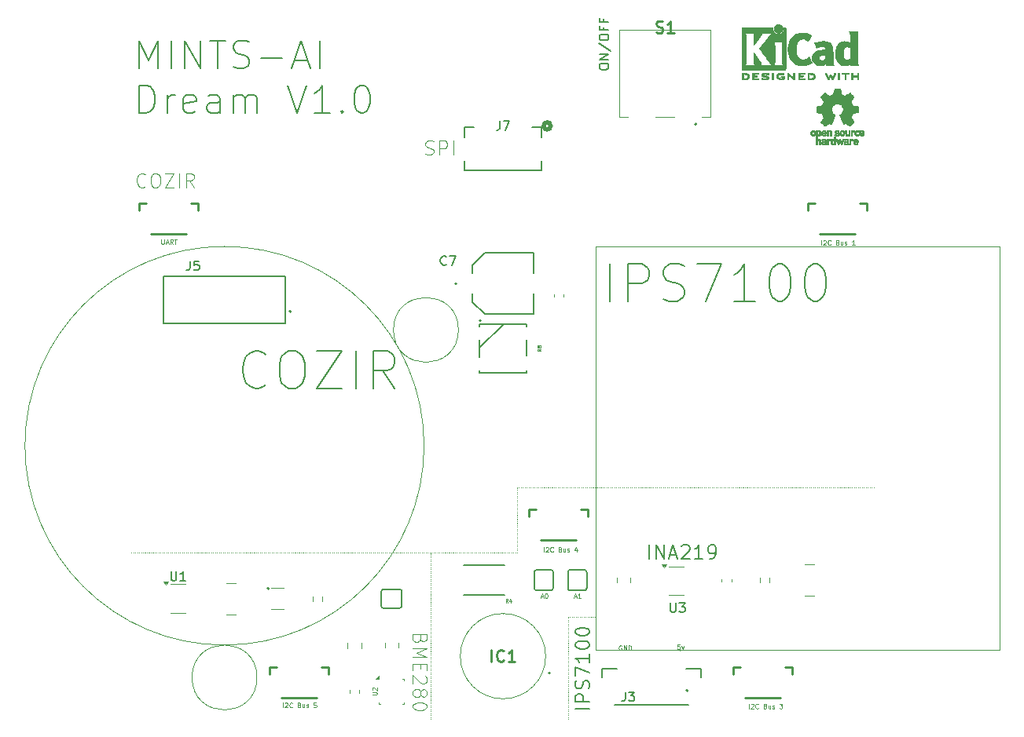
<source format=gto>
%TF.GenerationSoftware,KiCad,Pcbnew,9.0.2*%
%TF.CreationDate,2025-09-25T15:38:43-05:00*%
%TF.ProjectId,dreamV1_0,64726561-6d56-4315-9f30-2e6b69636164,1*%
%TF.SameCoordinates,Original*%
%TF.FileFunction,Legend,Top*%
%TF.FilePolarity,Positive*%
%FSLAX46Y46*%
G04 Gerber Fmt 4.6, Leading zero omitted, Abs format (unit mm)*
G04 Created by KiCad (PCBNEW 9.0.2) date 2025-09-25 15:38:43*
%MOMM*%
%LPD*%
G01*
G04 APERTURE LIST*
%ADD10C,0.120000*%
%ADD11C,0.050000*%
%ADD12C,0.125000*%
%ADD13C,0.100000*%
%ADD14C,0.150000*%
%ADD15C,0.062500*%
%ADD16C,0.254000*%
%ADD17C,0.098425*%
%ADD18C,0.200000*%
%ADD19C,0.152400*%
%ADD20C,0.508000*%
%ADD21C,0.010000*%
%ADD22C,0.127000*%
%ADD23C,0.177800*%
G04 APERTURE END LIST*
D10*
X100000000Y-79000000D02*
X143500000Y-79000000D01*
X143500000Y-122500000D01*
X100000000Y-122500000D01*
X100000000Y-79000000D01*
D11*
X82220000Y-130000000D02*
X82220000Y-129990000D01*
X82220000Y-129790000D02*
X82220000Y-129780000D01*
X82220000Y-129580000D02*
X82220000Y-129570000D01*
X82220000Y-129370000D02*
X82220000Y-129360000D01*
X82220000Y-129160000D02*
X82220000Y-129150000D01*
X82220000Y-128950000D02*
X82220000Y-128940000D01*
X82220000Y-128740000D02*
X82220000Y-128730000D01*
X82220000Y-128530000D02*
X82220000Y-128520000D01*
X82220000Y-128320000D02*
X82220000Y-128310000D01*
X82220000Y-128110000D02*
X82220000Y-128100000D01*
X82220000Y-127900000D02*
X82220000Y-127890000D01*
X82220000Y-127690000D02*
X82220000Y-127680000D01*
X82220000Y-127480000D02*
X82220000Y-127470000D01*
X82220000Y-127270000D02*
X82220000Y-127260000D01*
X82220000Y-127060000D02*
X82220000Y-127050000D01*
X82220000Y-126850000D02*
X82220000Y-126840000D01*
X82220000Y-126640000D02*
X82220000Y-126630000D01*
X82220000Y-126430000D02*
X82220000Y-126420000D01*
X82220000Y-126220000D02*
X82220000Y-126210000D01*
X82220000Y-126010000D02*
X82220000Y-126000000D01*
X82220000Y-125800000D02*
X82220000Y-125790000D01*
X82220000Y-125590000D02*
X82220000Y-125580000D01*
X82220000Y-125380000D02*
X82220000Y-125370000D01*
X82220000Y-125170000D02*
X82220000Y-125160000D01*
X82220000Y-124960000D02*
X82220000Y-124950000D01*
X82220000Y-124750000D02*
X82220000Y-124740000D01*
X82220000Y-124540000D02*
X82220000Y-124530000D01*
X82220000Y-124330000D02*
X82220000Y-124320000D01*
X82220000Y-124120000D02*
X82220000Y-124110000D01*
X82220000Y-123910000D02*
X82220000Y-123900000D01*
X82220000Y-123700000D02*
X82220000Y-123690000D01*
X82220000Y-123490000D02*
X82220000Y-123480000D01*
X82220000Y-123280000D02*
X82220000Y-123270000D01*
X82220000Y-123070000D02*
X82220000Y-123060000D01*
X82220000Y-122860000D02*
X82220000Y-122850000D01*
X82220000Y-122650000D02*
X82220000Y-122640000D01*
X82220000Y-122440000D02*
X82220000Y-122430000D01*
X82220000Y-122230000D02*
X82220000Y-122220000D01*
X82220000Y-122020000D02*
X82220000Y-122010000D01*
X82220000Y-121810000D02*
X82220000Y-121800000D01*
X82220000Y-121600000D02*
X82220000Y-121590000D01*
X82220000Y-121390000D02*
X82220000Y-121380000D01*
X82220000Y-121180000D02*
X82220000Y-121170000D01*
X82220000Y-120970000D02*
X82220000Y-120960000D01*
X82220000Y-120760000D02*
X82220000Y-120750000D01*
X82220000Y-120550000D02*
X82220000Y-120540000D01*
X82220000Y-120340000D02*
X82220000Y-120330000D01*
X82220000Y-120130000D02*
X82220000Y-120120000D01*
X82220000Y-119920000D02*
X82220000Y-119910000D01*
X82220000Y-119710000D02*
X82220000Y-119700000D01*
X82220000Y-119500000D02*
X82220000Y-119490000D01*
X82220000Y-119290000D02*
X82220000Y-119280000D01*
X82220000Y-119080000D02*
X82220000Y-119070000D01*
X82220000Y-118870000D02*
X82220000Y-118860000D01*
X82220000Y-118660000D02*
X82220000Y-118650000D01*
X82220000Y-118450000D02*
X82220000Y-118440000D01*
X82220000Y-118240000D02*
X82220000Y-118230000D01*
X82220000Y-118030000D02*
X82220000Y-118020000D01*
X82220000Y-117820000D02*
X82220000Y-117810000D01*
X82220000Y-117610000D02*
X82220000Y-117600000D01*
X82220000Y-117400000D02*
X82220000Y-117390000D01*
X82220000Y-117190000D02*
X82220000Y-117180000D01*
X82220000Y-116980000D02*
X82220000Y-116970000D01*
X82220000Y-116770000D02*
X82220000Y-116760000D01*
X82220000Y-116560000D02*
X82220000Y-116550000D01*
X82220000Y-116350000D02*
X82220000Y-116340000D01*
X82220000Y-116140000D02*
X82220000Y-116130000D01*
X82220000Y-115930000D02*
X82220000Y-115920000D01*
X82220000Y-115720000D02*
X82220000Y-115710000D01*
X82220000Y-115510000D02*
X82220000Y-115500000D01*
X82220000Y-115300000D02*
X82220000Y-115290000D01*
X82220000Y-115090000D02*
X82220000Y-115080000D01*
X82220000Y-114880000D02*
X82220000Y-114870000D01*
X82220000Y-114670000D02*
X82220000Y-114660000D01*
X82220000Y-114460000D02*
X82220000Y-114450000D01*
X82220000Y-114250000D02*
X82220000Y-114240000D01*
X82220000Y-114040000D02*
X82220000Y-114030000D01*
X82220000Y-113830000D02*
X82220000Y-113820000D01*
X82220000Y-113620000D02*
X82220000Y-113610000D01*
X82220000Y-113410000D02*
X82220000Y-113400000D01*
X82220000Y-113200000D02*
X82220000Y-113190000D01*
X82220000Y-112990000D02*
X82220000Y-112980000D01*
X82220000Y-112780000D02*
X82220000Y-112770000D01*
X82220000Y-112570000D02*
X82220000Y-112560000D01*
X82220000Y-112360000D02*
X82220000Y-112350000D01*
X82220000Y-112150000D02*
X82220000Y-112140000D01*
X85200000Y-88000000D02*
G75*
G02*
X78200000Y-88000000I-3500000J0D01*
G01*
X78200000Y-88000000D02*
G75*
G02*
X85200000Y-88000000I3500000J0D01*
G01*
X49962000Y-112000000D02*
X49972000Y-112000000D01*
X50172000Y-112000000D02*
X50182000Y-112000000D01*
X50382000Y-112000000D02*
X50392000Y-112000000D01*
X50592000Y-112000000D02*
X50602000Y-112000000D01*
X50802000Y-112000000D02*
X50812000Y-112000000D01*
X51012000Y-112000000D02*
X51022000Y-112000000D01*
X51222000Y-112000000D02*
X51232000Y-112000000D01*
X51432000Y-112000000D02*
X51442000Y-112000000D01*
X51642000Y-112000000D02*
X51652000Y-112000000D01*
X51852000Y-112000000D02*
X51862000Y-112000000D01*
X52062000Y-112000000D02*
X52072000Y-112000000D01*
X52272000Y-112000000D02*
X52282000Y-112000000D01*
X52482000Y-112000000D02*
X52492000Y-112000000D01*
X52692000Y-112000000D02*
X52702000Y-112000000D01*
X52902000Y-112000000D02*
X52912000Y-112000000D01*
X53112000Y-112000000D02*
X53122000Y-112000000D01*
X53322000Y-112000000D02*
X53332000Y-112000000D01*
X53532000Y-112000000D02*
X53542000Y-112000000D01*
X53742000Y-112000000D02*
X53752000Y-112000000D01*
X53952000Y-112000000D02*
X53962000Y-112000000D01*
X54162000Y-112000000D02*
X54172000Y-112000000D01*
X54372000Y-112000000D02*
X54382000Y-112000000D01*
X54582000Y-112000000D02*
X54592000Y-112000000D01*
X54792000Y-112000000D02*
X54802000Y-112000000D01*
X55002000Y-112000000D02*
X55012000Y-112000000D01*
X55212000Y-112000000D02*
X55222000Y-112000000D01*
X55422000Y-112000000D02*
X55432000Y-112000000D01*
X55632000Y-112000000D02*
X55642000Y-112000000D01*
X55842000Y-112000000D02*
X55852000Y-112000000D01*
X56052000Y-112000000D02*
X56062000Y-112000000D01*
X56262000Y-112000000D02*
X56272000Y-112000000D01*
X56472000Y-112000000D02*
X56482000Y-112000000D01*
X56682000Y-112000000D02*
X56692000Y-112000000D01*
X56892000Y-112000000D02*
X56902000Y-112000000D01*
X57102000Y-112000000D02*
X57112000Y-112000000D01*
X57312000Y-112000000D02*
X57322000Y-112000000D01*
X57522000Y-112000000D02*
X57532000Y-112000000D01*
X57732000Y-112000000D02*
X57742000Y-112000000D01*
X57942000Y-112000000D02*
X57952000Y-112000000D01*
X58152000Y-112000000D02*
X58162000Y-112000000D01*
X58362000Y-112000000D02*
X58372000Y-112000000D01*
X58572000Y-112000000D02*
X58582000Y-112000000D01*
X58782000Y-112000000D02*
X58792000Y-112000000D01*
X58992000Y-112000000D02*
X59002000Y-112000000D01*
X59202000Y-112000000D02*
X59212000Y-112000000D01*
X59412000Y-112000000D02*
X59422000Y-112000000D01*
X59622000Y-112000000D02*
X59632000Y-112000000D01*
X59832000Y-112000000D02*
X59842000Y-112000000D01*
X60042000Y-112000000D02*
X60052000Y-112000000D01*
X60252000Y-112000000D02*
X60262000Y-112000000D01*
X60462000Y-112000000D02*
X60472000Y-112000000D01*
X60672000Y-112000000D02*
X60682000Y-112000000D01*
X60882000Y-112000000D02*
X60892000Y-112000000D01*
X61092000Y-112000000D02*
X61102000Y-112000000D01*
X61302000Y-112000000D02*
X61312000Y-112000000D01*
X61512000Y-112000000D02*
X61522000Y-112000000D01*
X61722000Y-112000000D02*
X61732000Y-112000000D01*
X61932000Y-112000000D02*
X61942000Y-112000000D01*
X62142000Y-112000000D02*
X62152000Y-112000000D01*
X62352000Y-112000000D02*
X62362000Y-112000000D01*
X62562000Y-112000000D02*
X62572000Y-112000000D01*
X62772000Y-112000000D02*
X62782000Y-112000000D01*
X62982000Y-112000000D02*
X62992000Y-112000000D01*
X63192000Y-112000000D02*
X63202000Y-112000000D01*
X63402000Y-112000000D02*
X63412000Y-112000000D01*
X63612000Y-112000000D02*
X63622000Y-112000000D01*
X63822000Y-112000000D02*
X63832000Y-112000000D01*
X64032000Y-112000000D02*
X64042000Y-112000000D01*
X64242000Y-112000000D02*
X64252000Y-112000000D01*
X64452000Y-112000000D02*
X64462000Y-112000000D01*
X64662000Y-112000000D02*
X64672000Y-112000000D01*
X64872000Y-112000000D02*
X64882000Y-112000000D01*
X65082000Y-112000000D02*
X65092000Y-112000000D01*
X65292000Y-112000000D02*
X65302000Y-112000000D01*
X65502000Y-112000000D02*
X65512000Y-112000000D01*
X65712000Y-112000000D02*
X65722000Y-112000000D01*
X65922000Y-112000000D02*
X65932000Y-112000000D01*
X66132000Y-112000000D02*
X66142000Y-112000000D01*
X66342000Y-112000000D02*
X66352000Y-112000000D01*
X66552000Y-112000000D02*
X66562000Y-112000000D01*
X66762000Y-112000000D02*
X66772000Y-112000000D01*
X66972000Y-112000000D02*
X66982000Y-112000000D01*
X67182000Y-112000000D02*
X67192000Y-112000000D01*
X67392000Y-112000000D02*
X67402000Y-112000000D01*
X67602000Y-112000000D02*
X67612000Y-112000000D01*
X67812000Y-112000000D02*
X67822000Y-112000000D01*
X68022000Y-112000000D02*
X68032000Y-112000000D01*
X68232000Y-112000000D02*
X68242000Y-112000000D01*
X68442000Y-112000000D02*
X68452000Y-112000000D01*
X68652000Y-112000000D02*
X68662000Y-112000000D01*
X68862000Y-112000000D02*
X68872000Y-112000000D01*
X69072000Y-112000000D02*
X69082000Y-112000000D01*
X69282000Y-112000000D02*
X69292000Y-112000000D01*
X69492000Y-112000000D02*
X69502000Y-112000000D01*
X69702000Y-112000000D02*
X69712000Y-112000000D01*
X69912000Y-112000000D02*
X69922000Y-112000000D01*
X70122000Y-112000000D02*
X70132000Y-112000000D01*
X70332000Y-112000000D02*
X70342000Y-112000000D01*
X70542000Y-112000000D02*
X70552000Y-112000000D01*
X70752000Y-112000000D02*
X70762000Y-112000000D01*
X70962000Y-112000000D02*
X70972000Y-112000000D01*
X71172000Y-112000000D02*
X71182000Y-112000000D01*
X71382000Y-112000000D02*
X71392000Y-112000000D01*
X71592000Y-112000000D02*
X71602000Y-112000000D01*
X71802000Y-112000000D02*
X71812000Y-112000000D01*
X72012000Y-112000000D02*
X72022000Y-112000000D01*
X72222000Y-112000000D02*
X72232000Y-112000000D01*
X72432000Y-112000000D02*
X72442000Y-112000000D01*
X72642000Y-112000000D02*
X72652000Y-112000000D01*
X72852000Y-112000000D02*
X72862000Y-112000000D01*
X73062000Y-112000000D02*
X73072000Y-112000000D01*
X73272000Y-112000000D02*
X73282000Y-112000000D01*
X73482000Y-112000000D02*
X73492000Y-112000000D01*
X73692000Y-112000000D02*
X73702000Y-112000000D01*
X73902000Y-112000000D02*
X73912000Y-112000000D01*
X74112000Y-112000000D02*
X74122000Y-112000000D01*
X74322000Y-112000000D02*
X74332000Y-112000000D01*
X74532000Y-112000000D02*
X74542000Y-112000000D01*
X74742000Y-112000000D02*
X74752000Y-112000000D01*
X74952000Y-112000000D02*
X74962000Y-112000000D01*
X75162000Y-112000000D02*
X75172000Y-112000000D01*
X75372000Y-112000000D02*
X75382000Y-112000000D01*
X75582000Y-112000000D02*
X75592000Y-112000000D01*
X75792000Y-112000000D02*
X75802000Y-112000000D01*
X76002000Y-112000000D02*
X76012000Y-112000000D01*
X76212000Y-112000000D02*
X76222000Y-112000000D01*
X76422000Y-112000000D02*
X76432000Y-112000000D01*
X76632000Y-112000000D02*
X76642000Y-112000000D01*
X76842000Y-112000000D02*
X76852000Y-112000000D01*
X77052000Y-112000000D02*
X77062000Y-112000000D01*
X77262000Y-112000000D02*
X77272000Y-112000000D01*
X77472000Y-112000000D02*
X77482000Y-112000000D01*
X77682000Y-112000000D02*
X77692000Y-112000000D01*
X77892000Y-112000000D02*
X77902000Y-112000000D01*
X78102000Y-112000000D02*
X78112000Y-112000000D01*
X78312000Y-112000000D02*
X78322000Y-112000000D01*
X78522000Y-112000000D02*
X78532000Y-112000000D01*
X78732000Y-112000000D02*
X78742000Y-112000000D01*
X78942000Y-112000000D02*
X78952000Y-112000000D01*
X79152000Y-112000000D02*
X79162000Y-112000000D01*
X79362000Y-112000000D02*
X79372000Y-112000000D01*
X79572000Y-112000000D02*
X79582000Y-112000000D01*
X79782000Y-112000000D02*
X79792000Y-112000000D01*
X79992000Y-112000000D02*
X80002000Y-112000000D01*
X80202000Y-112000000D02*
X80212000Y-112000000D01*
X80412000Y-112000000D02*
X80422000Y-112000000D01*
X80622000Y-112000000D02*
X80632000Y-112000000D01*
X80832000Y-112000000D02*
X80842000Y-112000000D01*
X81042000Y-112000000D02*
X81052000Y-112000000D01*
X81252000Y-112000000D02*
X81262000Y-112000000D01*
X81462000Y-112000000D02*
X81472000Y-112000000D01*
X81672000Y-112000000D02*
X81682000Y-112000000D01*
X81882000Y-112000000D02*
X81892000Y-112000000D01*
X82092000Y-112000000D02*
X82102000Y-112000000D01*
X82302000Y-112000000D02*
X82312000Y-112000000D01*
X82512000Y-112000000D02*
X82522000Y-112000000D01*
X82722000Y-112000000D02*
X82732000Y-112000000D01*
X82932000Y-112000000D02*
X82942000Y-112000000D01*
X83142000Y-112000000D02*
X83152000Y-112000000D01*
X83352000Y-112000000D02*
X83362000Y-112000000D01*
X83562000Y-112000000D02*
X83572000Y-112000000D01*
X83772000Y-112000000D02*
X83782000Y-112000000D01*
X83982000Y-112000000D02*
X83992000Y-112000000D01*
X84192000Y-112000000D02*
X84202000Y-112000000D01*
X84402000Y-112000000D02*
X84412000Y-112000000D01*
X84612000Y-112000000D02*
X84622000Y-112000000D01*
X84822000Y-112000000D02*
X84832000Y-112000000D01*
X85032000Y-112000000D02*
X85042000Y-112000000D01*
X85242000Y-112000000D02*
X85252000Y-112000000D01*
X85452000Y-112000000D02*
X85462000Y-112000000D01*
X85662000Y-112000000D02*
X85672000Y-112000000D01*
X85872000Y-112000000D02*
X85882000Y-112000000D01*
X86082000Y-112000000D02*
X86092000Y-112000000D01*
X86292000Y-112000000D02*
X86302000Y-112000000D01*
X86502000Y-112000000D02*
X86512000Y-112000000D01*
X86712000Y-112000000D02*
X86722000Y-112000000D01*
X86922000Y-112000000D02*
X86932000Y-112000000D01*
X87132000Y-112000000D02*
X87142000Y-112000000D01*
X87342000Y-112000000D02*
X87352000Y-112000000D01*
X87552000Y-112000000D02*
X87562000Y-112000000D01*
X87762000Y-112000000D02*
X87772000Y-112000000D01*
X87972000Y-112000000D02*
X87982000Y-112000000D01*
X88182000Y-112000000D02*
X88192000Y-112000000D01*
X88392000Y-112000000D02*
X88402000Y-112000000D01*
X88602000Y-112000000D02*
X88612000Y-112000000D01*
X88812000Y-112000000D02*
X88822000Y-112000000D01*
X89022000Y-112000000D02*
X89032000Y-112000000D01*
X89232000Y-112000000D02*
X89242000Y-112000000D01*
X89442000Y-112000000D02*
X89452000Y-112000000D01*
X89652000Y-112000000D02*
X89662000Y-112000000D01*
X89862000Y-112000000D02*
X89872000Y-112000000D01*
X90072000Y-112000000D02*
X90082000Y-112000000D01*
X90282000Y-112000000D02*
X90292000Y-112000000D01*
X90492000Y-112000000D02*
X90502000Y-112000000D01*
X90702000Y-112000000D02*
X90712000Y-112000000D01*
X90912000Y-112000000D02*
X90922000Y-112000000D01*
X91122000Y-112000000D02*
X91132000Y-112000000D01*
X91332000Y-112000000D02*
X91342000Y-112000000D01*
X97000000Y-130000000D02*
X97000000Y-129990000D01*
X97000000Y-129790000D02*
X97000000Y-129780000D01*
X97000000Y-129580000D02*
X97000000Y-129570000D01*
X97000000Y-129370000D02*
X97000000Y-129360000D01*
X97000000Y-129160000D02*
X97000000Y-129150000D01*
X97000000Y-128950000D02*
X97000000Y-128940000D01*
X97000000Y-128740000D02*
X97000000Y-128730000D01*
X97000000Y-128530000D02*
X97000000Y-128520000D01*
X97000000Y-128320000D02*
X97000000Y-128310000D01*
X97000000Y-128110000D02*
X97000000Y-128100000D01*
X97000000Y-127900000D02*
X97000000Y-127890000D01*
X97000000Y-127690000D02*
X97000000Y-127680000D01*
X97000000Y-127480000D02*
X97000000Y-127470000D01*
X97000000Y-127270000D02*
X97000000Y-127260000D01*
X97000000Y-127060000D02*
X97000000Y-127050000D01*
X97000000Y-126850000D02*
X97000000Y-126840000D01*
X97000000Y-126640000D02*
X97000000Y-126630000D01*
X97000000Y-126430000D02*
X97000000Y-126420000D01*
X97000000Y-126220000D02*
X97000000Y-126210000D01*
X97000000Y-126010000D02*
X97000000Y-126000000D01*
X97000000Y-125800000D02*
X97000000Y-125790000D01*
X97000000Y-125590000D02*
X97000000Y-125580000D01*
X97000000Y-125380000D02*
X97000000Y-125370000D01*
X97000000Y-125170000D02*
X97000000Y-125160000D01*
X97000000Y-124960000D02*
X97000000Y-124950000D01*
X97000000Y-124750000D02*
X97000000Y-124740000D01*
X97000000Y-124540000D02*
X97000000Y-124530000D01*
X97000000Y-124330000D02*
X97000000Y-124320000D01*
X97000000Y-124120000D02*
X97000000Y-124110000D01*
X97000000Y-123910000D02*
X97000000Y-123900000D01*
X97000000Y-123700000D02*
X97000000Y-123690000D01*
X97000000Y-123490000D02*
X97000000Y-123480000D01*
X97000000Y-123280000D02*
X97000000Y-123270000D01*
X97000000Y-123070000D02*
X97000000Y-123060000D01*
X97000000Y-122860000D02*
X97000000Y-122850000D01*
X97000000Y-122650000D02*
X97000000Y-122640000D01*
X97000000Y-122440000D02*
X97000000Y-122430000D01*
X97000000Y-122230000D02*
X97000000Y-122220000D01*
X97000000Y-122020000D02*
X97000000Y-122010000D01*
X97000000Y-121810000D02*
X97000000Y-121800000D01*
X97000000Y-121600000D02*
X97000000Y-121590000D01*
X97000000Y-121390000D02*
X97000000Y-121380000D01*
X97000000Y-121180000D02*
X97000000Y-121170000D01*
X97000000Y-120970000D02*
X97000000Y-120960000D01*
X97000000Y-120760000D02*
X97000000Y-120750000D01*
X97000000Y-120550000D02*
X97000000Y-120540000D01*
X97000000Y-120340000D02*
X97000000Y-120330000D01*
X97000000Y-120130000D02*
X97000000Y-120120000D01*
X97000000Y-119920000D02*
X97000000Y-119910000D01*
X97000000Y-119710000D02*
X97000000Y-119700000D01*
X97000000Y-119500000D02*
X97000000Y-119490000D01*
X97000000Y-119290000D02*
X97000000Y-119280000D01*
X97000000Y-119080000D02*
X97000000Y-119070000D01*
X91500000Y-112000000D02*
X91500000Y-111990000D01*
X91500000Y-111790000D02*
X91500000Y-111780000D01*
X91500000Y-111580000D02*
X91500000Y-111570000D01*
X91500000Y-111370000D02*
X91500000Y-111360000D01*
X91500000Y-111160000D02*
X91500000Y-111150000D01*
X91500000Y-110950000D02*
X91500000Y-110940000D01*
X91500000Y-110740000D02*
X91500000Y-110730000D01*
X91500000Y-110530000D02*
X91500000Y-110520000D01*
X91500000Y-110320000D02*
X91500000Y-110310000D01*
X91500000Y-110110000D02*
X91500000Y-110100000D01*
X91500000Y-109900000D02*
X91500000Y-109890000D01*
X91500000Y-109690000D02*
X91500000Y-109680000D01*
X91500000Y-109480000D02*
X91500000Y-109470000D01*
X91500000Y-109270000D02*
X91500000Y-109260000D01*
X91500000Y-109060000D02*
X91500000Y-109050000D01*
X91500000Y-108850000D02*
X91500000Y-108840000D01*
X91500000Y-108640000D02*
X91500000Y-108630000D01*
X91500000Y-108430000D02*
X91500000Y-108420000D01*
X91500000Y-108220000D02*
X91500000Y-108210000D01*
X91500000Y-108010000D02*
X91500000Y-108000000D01*
X91500000Y-107800000D02*
X91500000Y-107790000D01*
X91500000Y-107590000D02*
X91500000Y-107580000D01*
X91500000Y-107380000D02*
X91500000Y-107370000D01*
X91500000Y-107170000D02*
X91500000Y-107160000D01*
X91500000Y-106960000D02*
X91500000Y-106950000D01*
X91500000Y-106750000D02*
X91500000Y-106740000D01*
X91500000Y-106540000D02*
X91500000Y-106530000D01*
X91500000Y-106330000D02*
X91500000Y-106320000D01*
X91500000Y-106120000D02*
X91500000Y-106110000D01*
X91500000Y-105910000D02*
X91500000Y-105900000D01*
X91500000Y-105700000D02*
X91500000Y-105690000D01*
X91500000Y-105490000D02*
X91500000Y-105480000D01*
X91500000Y-105280000D02*
X91500000Y-105270000D01*
X91500000Y-105070000D02*
X91500000Y-105060000D01*
X91500000Y-105000000D02*
X91510000Y-105000000D01*
X91710000Y-105000000D02*
X91720000Y-105000000D01*
X91920000Y-105000000D02*
X91930000Y-105000000D01*
X92130000Y-105000000D02*
X92140000Y-105000000D01*
X92340000Y-105000000D02*
X92350000Y-105000000D01*
X92550000Y-105000000D02*
X92560000Y-105000000D01*
X92760000Y-105000000D02*
X92770000Y-105000000D01*
X92970000Y-105000000D02*
X92980000Y-105000000D01*
X93180000Y-105000000D02*
X93190000Y-105000000D01*
X93390000Y-105000000D02*
X93400000Y-105000000D01*
X93600000Y-105000000D02*
X93610000Y-105000000D01*
X93810000Y-105000000D02*
X93820000Y-105000000D01*
X94020000Y-105000000D02*
X94030000Y-105000000D01*
X94230000Y-105000000D02*
X94240000Y-105000000D01*
X94440000Y-105000000D02*
X94450000Y-105000000D01*
X94650000Y-105000000D02*
X94660000Y-105000000D01*
X94860000Y-105000000D02*
X94870000Y-105000000D01*
X95070000Y-105000000D02*
X95080000Y-105000000D01*
X95280000Y-105000000D02*
X95290000Y-105000000D01*
X95490000Y-105000000D02*
X95500000Y-105000000D01*
X95700000Y-105000000D02*
X95710000Y-105000000D01*
X95910000Y-105000000D02*
X95920000Y-105000000D01*
X96120000Y-105000000D02*
X96130000Y-105000000D01*
X96330000Y-105000000D02*
X96340000Y-105000000D01*
X96540000Y-105000000D02*
X96550000Y-105000000D01*
X96750000Y-105000000D02*
X96760000Y-105000000D01*
X96960000Y-105000000D02*
X96970000Y-105000000D01*
X97170000Y-105000000D02*
X97180000Y-105000000D01*
X97380000Y-105000000D02*
X97390000Y-105000000D01*
X97590000Y-105000000D02*
X97600000Y-105000000D01*
X97800000Y-105000000D02*
X97810000Y-105000000D01*
X98010000Y-105000000D02*
X98020000Y-105000000D01*
X98220000Y-105000000D02*
X98230000Y-105000000D01*
X98430000Y-105000000D02*
X98440000Y-105000000D01*
X98640000Y-105000000D02*
X98650000Y-105000000D01*
X98850000Y-105000000D02*
X98860000Y-105000000D01*
X99060000Y-105000000D02*
X99070000Y-105000000D01*
X99270000Y-105000000D02*
X99280000Y-105000000D01*
X99480000Y-105000000D02*
X99490000Y-105000000D01*
X99690000Y-105000000D02*
X99700000Y-105000000D01*
X99900000Y-105000000D02*
X99910000Y-105000000D01*
X100110000Y-105000000D02*
X100120000Y-105000000D01*
X100320000Y-105000000D02*
X100330000Y-105000000D01*
X100530000Y-105000000D02*
X100540000Y-105000000D01*
X100740000Y-105000000D02*
X100750000Y-105000000D01*
X100950000Y-105000000D02*
X100960000Y-105000000D01*
X101160000Y-105000000D02*
X101170000Y-105000000D01*
X101370000Y-105000000D02*
X101380000Y-105000000D01*
X101580000Y-105000000D02*
X101590000Y-105000000D01*
X101790000Y-105000000D02*
X101800000Y-105000000D01*
X102000000Y-105000000D02*
X102010000Y-105000000D01*
X102210000Y-105000000D02*
X102220000Y-105000000D01*
X102420000Y-105000000D02*
X102430000Y-105000000D01*
X102630000Y-105000000D02*
X102640000Y-105000000D01*
X102840000Y-105000000D02*
X102850000Y-105000000D01*
X103050000Y-105000000D02*
X103060000Y-105000000D01*
X103260000Y-105000000D02*
X103270000Y-105000000D01*
X103470000Y-105000000D02*
X103480000Y-105000000D01*
X103680000Y-105000000D02*
X103690000Y-105000000D01*
X103890000Y-105000000D02*
X103900000Y-105000000D01*
X104100000Y-105000000D02*
X104110000Y-105000000D01*
X104310000Y-105000000D02*
X104320000Y-105000000D01*
X104520000Y-105000000D02*
X104530000Y-105000000D01*
X104730000Y-105000000D02*
X104740000Y-105000000D01*
X104940000Y-105000000D02*
X104950000Y-105000000D01*
X105150000Y-105000000D02*
X105160000Y-105000000D01*
X105360000Y-105000000D02*
X105370000Y-105000000D01*
X105570000Y-105000000D02*
X105580000Y-105000000D01*
X105780000Y-105000000D02*
X105790000Y-105000000D01*
X105990000Y-105000000D02*
X106000000Y-105000000D01*
X106200000Y-105000000D02*
X106210000Y-105000000D01*
X106410000Y-105000000D02*
X106420000Y-105000000D01*
X106620000Y-105000000D02*
X106630000Y-105000000D01*
X106830000Y-105000000D02*
X106840000Y-105000000D01*
X107040000Y-105000000D02*
X107050000Y-105000000D01*
X107250000Y-105000000D02*
X107260000Y-105000000D01*
X107460000Y-105000000D02*
X107470000Y-105000000D01*
X107670000Y-105000000D02*
X107680000Y-105000000D01*
X107880000Y-105000000D02*
X107890000Y-105000000D01*
X108090000Y-105000000D02*
X108100000Y-105000000D01*
X108300000Y-105000000D02*
X108310000Y-105000000D01*
X108510000Y-105000000D02*
X108520000Y-105000000D01*
X108720000Y-105000000D02*
X108730000Y-105000000D01*
X108930000Y-105000000D02*
X108940000Y-105000000D01*
X109140000Y-105000000D02*
X109150000Y-105000000D01*
X109350000Y-105000000D02*
X109360000Y-105000000D01*
X109560000Y-105000000D02*
X109570000Y-105000000D01*
X109770000Y-105000000D02*
X109780000Y-105000000D01*
X109980000Y-105000000D02*
X109990000Y-105000000D01*
X110190000Y-105000000D02*
X110200000Y-105000000D01*
X110400000Y-105000000D02*
X110410000Y-105000000D01*
X110610000Y-105000000D02*
X110620000Y-105000000D01*
X110820000Y-105000000D02*
X110830000Y-105000000D01*
X111030000Y-105000000D02*
X111040000Y-105000000D01*
X111240000Y-105000000D02*
X111250000Y-105000000D01*
X111450000Y-105000000D02*
X111460000Y-105000000D01*
X111660000Y-105000000D02*
X111670000Y-105000000D01*
X111870000Y-105000000D02*
X111880000Y-105000000D01*
X112080000Y-105000000D02*
X112090000Y-105000000D01*
X112290000Y-105000000D02*
X112300000Y-105000000D01*
X112500000Y-105000000D02*
X112510000Y-105000000D01*
X112710000Y-105000000D02*
X112720000Y-105000000D01*
X112920000Y-105000000D02*
X112930000Y-105000000D01*
X113130000Y-105000000D02*
X113140000Y-105000000D01*
X113340000Y-105000000D02*
X113350000Y-105000000D01*
X113550000Y-105000000D02*
X113560000Y-105000000D01*
X113760000Y-105000000D02*
X113770000Y-105000000D01*
X113970000Y-105000000D02*
X113980000Y-105000000D01*
X114180000Y-105000000D02*
X114190000Y-105000000D01*
X114390000Y-105000000D02*
X114400000Y-105000000D01*
X114600000Y-105000000D02*
X114610000Y-105000000D01*
X114810000Y-105000000D02*
X114820000Y-105000000D01*
X115020000Y-105000000D02*
X115030000Y-105000000D01*
X115230000Y-105000000D02*
X115240000Y-105000000D01*
X115440000Y-105000000D02*
X115450000Y-105000000D01*
X115650000Y-105000000D02*
X115660000Y-105000000D01*
X115860000Y-105000000D02*
X115870000Y-105000000D01*
X116070000Y-105000000D02*
X116080000Y-105000000D01*
X116280000Y-105000000D02*
X116290000Y-105000000D01*
X116490000Y-105000000D02*
X116500000Y-105000000D01*
X116700000Y-105000000D02*
X116710000Y-105000000D01*
X116910000Y-105000000D02*
X116920000Y-105000000D01*
X117120000Y-105000000D02*
X117130000Y-105000000D01*
X117330000Y-105000000D02*
X117340000Y-105000000D01*
X117540000Y-105000000D02*
X117550000Y-105000000D01*
X117750000Y-105000000D02*
X117760000Y-105000000D01*
X117960000Y-105000000D02*
X117970000Y-105000000D01*
X118170000Y-105000000D02*
X118180000Y-105000000D01*
X118380000Y-105000000D02*
X118390000Y-105000000D01*
X118590000Y-105000000D02*
X118600000Y-105000000D01*
X118800000Y-105000000D02*
X118810000Y-105000000D01*
X119010000Y-105000000D02*
X119020000Y-105000000D01*
X119220000Y-105000000D02*
X119230000Y-105000000D01*
X119430000Y-105000000D02*
X119440000Y-105000000D01*
X119640000Y-105000000D02*
X119650000Y-105000000D01*
X119850000Y-105000000D02*
X119860000Y-105000000D01*
X120060000Y-105000000D02*
X120070000Y-105000000D01*
X120270000Y-105000000D02*
X120280000Y-105000000D01*
X120480000Y-105000000D02*
X120490000Y-105000000D01*
X120690000Y-105000000D02*
X120700000Y-105000000D01*
X120900000Y-105000000D02*
X120910000Y-105000000D01*
X121110000Y-105000000D02*
X121120000Y-105000000D01*
X121320000Y-105000000D02*
X121330000Y-105000000D01*
X121530000Y-105000000D02*
X121540000Y-105000000D01*
X121740000Y-105000000D02*
X121750000Y-105000000D01*
X121950000Y-105000000D02*
X121960000Y-105000000D01*
X122160000Y-105000000D02*
X122170000Y-105000000D01*
X122370000Y-105000000D02*
X122380000Y-105000000D01*
X122580000Y-105000000D02*
X122590000Y-105000000D01*
X122790000Y-105000000D02*
X122800000Y-105000000D01*
X123000000Y-105000000D02*
X123010000Y-105000000D01*
X123210000Y-105000000D02*
X123220000Y-105000000D01*
X123420000Y-105000000D02*
X123430000Y-105000000D01*
X123630000Y-105000000D02*
X123640000Y-105000000D01*
X123840000Y-105000000D02*
X123850000Y-105000000D01*
X124050000Y-105000000D02*
X124060000Y-105000000D01*
X124260000Y-105000000D02*
X124270000Y-105000000D01*
X124470000Y-105000000D02*
X124480000Y-105000000D01*
X124680000Y-105000000D02*
X124690000Y-105000000D01*
X124890000Y-105000000D02*
X124900000Y-105000000D01*
X125100000Y-105000000D02*
X125110000Y-105000000D01*
X125310000Y-105000000D02*
X125320000Y-105000000D01*
X125520000Y-105000000D02*
X125530000Y-105000000D01*
X125730000Y-105000000D02*
X125740000Y-105000000D01*
X125940000Y-105000000D02*
X125950000Y-105000000D01*
X126150000Y-105000000D02*
X126160000Y-105000000D01*
X126360000Y-105000000D02*
X126370000Y-105000000D01*
X126570000Y-105000000D02*
X126580000Y-105000000D01*
X126780000Y-105000000D02*
X126790000Y-105000000D01*
X126990000Y-105000000D02*
X127000000Y-105000000D01*
X127200000Y-105000000D02*
X127210000Y-105000000D01*
X127410000Y-105000000D02*
X127420000Y-105000000D01*
X127620000Y-105000000D02*
X127630000Y-105000000D01*
X127830000Y-105000000D02*
X127840000Y-105000000D01*
X128040000Y-105000000D02*
X128050000Y-105000000D01*
X128250000Y-105000000D02*
X128260000Y-105000000D01*
X128460000Y-105000000D02*
X128470000Y-105000000D01*
X128670000Y-105000000D02*
X128680000Y-105000000D01*
X128880000Y-105000000D02*
X128890000Y-105000000D01*
X129090000Y-105000000D02*
X129100000Y-105000000D01*
X129300000Y-105000000D02*
X129310000Y-105000000D01*
X129510000Y-105000000D02*
X129520000Y-105000000D01*
X129720000Y-105000000D02*
X129730000Y-105000000D01*
X129930000Y-105000000D02*
X129940000Y-105000000D01*
D10*
X81500000Y-100500000D02*
G75*
G02*
X38500000Y-100500000I-21500000J0D01*
G01*
X38500000Y-100500000D02*
G75*
G02*
X81500000Y-100500000I21500000J0D01*
G01*
D11*
X97000000Y-119000000D02*
X97010000Y-119000000D01*
X97210000Y-119000000D02*
X97220000Y-119000000D01*
X97420000Y-119000000D02*
X97430000Y-119000000D01*
X97630000Y-119000000D02*
X97640000Y-119000000D01*
X97840000Y-119000000D02*
X97850000Y-119000000D01*
X98050000Y-119000000D02*
X98060000Y-119000000D01*
X98260000Y-119000000D02*
X98270000Y-119000000D01*
X98470000Y-119000000D02*
X98480000Y-119000000D01*
X98680000Y-119000000D02*
X98690000Y-119000000D01*
X98890000Y-119000000D02*
X98900000Y-119000000D01*
X99100000Y-119000000D02*
X99110000Y-119000000D01*
X99310000Y-119000000D02*
X99320000Y-119000000D01*
X99520000Y-119000000D02*
X99530000Y-119000000D01*
X99730000Y-119000000D02*
X99740000Y-119000000D01*
X99940000Y-119000000D02*
X99950000Y-119000000D01*
X63500000Y-125500000D02*
G75*
G02*
X56500000Y-125500000I-3500000J0D01*
G01*
X56500000Y-125500000D02*
G75*
G02*
X63500000Y-125500000I3500000J0D01*
G01*
D12*
X66301283Y-128732309D02*
X66301283Y-128232309D01*
X66515569Y-128279928D02*
X66539378Y-128256119D01*
X66539378Y-128256119D02*
X66586997Y-128232309D01*
X66586997Y-128232309D02*
X66706045Y-128232309D01*
X66706045Y-128232309D02*
X66753664Y-128256119D01*
X66753664Y-128256119D02*
X66777473Y-128279928D01*
X66777473Y-128279928D02*
X66801283Y-128327547D01*
X66801283Y-128327547D02*
X66801283Y-128375166D01*
X66801283Y-128375166D02*
X66777473Y-128446595D01*
X66777473Y-128446595D02*
X66491759Y-128732309D01*
X66491759Y-128732309D02*
X66801283Y-128732309D01*
X67301282Y-128684690D02*
X67277473Y-128708500D01*
X67277473Y-128708500D02*
X67206044Y-128732309D01*
X67206044Y-128732309D02*
X67158425Y-128732309D01*
X67158425Y-128732309D02*
X67086997Y-128708500D01*
X67086997Y-128708500D02*
X67039378Y-128660880D01*
X67039378Y-128660880D02*
X67015568Y-128613261D01*
X67015568Y-128613261D02*
X66991759Y-128518023D01*
X66991759Y-128518023D02*
X66991759Y-128446595D01*
X66991759Y-128446595D02*
X67015568Y-128351357D01*
X67015568Y-128351357D02*
X67039378Y-128303738D01*
X67039378Y-128303738D02*
X67086997Y-128256119D01*
X67086997Y-128256119D02*
X67158425Y-128232309D01*
X67158425Y-128232309D02*
X67206044Y-128232309D01*
X67206044Y-128232309D02*
X67277473Y-128256119D01*
X67277473Y-128256119D02*
X67301282Y-128279928D01*
X68063187Y-128470404D02*
X68134615Y-128494214D01*
X68134615Y-128494214D02*
X68158425Y-128518023D01*
X68158425Y-128518023D02*
X68182234Y-128565642D01*
X68182234Y-128565642D02*
X68182234Y-128637071D01*
X68182234Y-128637071D02*
X68158425Y-128684690D01*
X68158425Y-128684690D02*
X68134615Y-128708500D01*
X68134615Y-128708500D02*
X68086996Y-128732309D01*
X68086996Y-128732309D02*
X67896520Y-128732309D01*
X67896520Y-128732309D02*
X67896520Y-128232309D01*
X67896520Y-128232309D02*
X68063187Y-128232309D01*
X68063187Y-128232309D02*
X68110806Y-128256119D01*
X68110806Y-128256119D02*
X68134615Y-128279928D01*
X68134615Y-128279928D02*
X68158425Y-128327547D01*
X68158425Y-128327547D02*
X68158425Y-128375166D01*
X68158425Y-128375166D02*
X68134615Y-128422785D01*
X68134615Y-128422785D02*
X68110806Y-128446595D01*
X68110806Y-128446595D02*
X68063187Y-128470404D01*
X68063187Y-128470404D02*
X67896520Y-128470404D01*
X68610806Y-128398976D02*
X68610806Y-128732309D01*
X68396520Y-128398976D02*
X68396520Y-128660880D01*
X68396520Y-128660880D02*
X68420330Y-128708500D01*
X68420330Y-128708500D02*
X68467949Y-128732309D01*
X68467949Y-128732309D02*
X68539377Y-128732309D01*
X68539377Y-128732309D02*
X68586996Y-128708500D01*
X68586996Y-128708500D02*
X68610806Y-128684690D01*
X68825092Y-128708500D02*
X68872711Y-128732309D01*
X68872711Y-128732309D02*
X68967949Y-128732309D01*
X68967949Y-128732309D02*
X69015568Y-128708500D01*
X69015568Y-128708500D02*
X69039377Y-128660880D01*
X69039377Y-128660880D02*
X69039377Y-128637071D01*
X69039377Y-128637071D02*
X69015568Y-128589452D01*
X69015568Y-128589452D02*
X68967949Y-128565642D01*
X68967949Y-128565642D02*
X68896520Y-128565642D01*
X68896520Y-128565642D02*
X68848901Y-128541833D01*
X68848901Y-128541833D02*
X68825092Y-128494214D01*
X68825092Y-128494214D02*
X68825092Y-128470404D01*
X68825092Y-128470404D02*
X68848901Y-128422785D01*
X68848901Y-128422785D02*
X68896520Y-128398976D01*
X68896520Y-128398976D02*
X68967949Y-128398976D01*
X68967949Y-128398976D02*
X69015568Y-128422785D01*
X69872710Y-128232309D02*
X69634615Y-128232309D01*
X69634615Y-128232309D02*
X69610806Y-128470404D01*
X69610806Y-128470404D02*
X69634615Y-128446595D01*
X69634615Y-128446595D02*
X69682234Y-128422785D01*
X69682234Y-128422785D02*
X69801282Y-128422785D01*
X69801282Y-128422785D02*
X69848901Y-128446595D01*
X69848901Y-128446595D02*
X69872710Y-128470404D01*
X69872710Y-128470404D02*
X69896520Y-128518023D01*
X69896520Y-128518023D02*
X69896520Y-128637071D01*
X69896520Y-128637071D02*
X69872710Y-128684690D01*
X69872710Y-128684690D02*
X69848901Y-128708500D01*
X69848901Y-128708500D02*
X69801282Y-128732309D01*
X69801282Y-128732309D02*
X69682234Y-128732309D01*
X69682234Y-128732309D02*
X69634615Y-128708500D01*
X69634615Y-128708500D02*
X69610806Y-128684690D01*
X109039378Y-121932309D02*
X108801283Y-121932309D01*
X108801283Y-121932309D02*
X108777474Y-122170404D01*
X108777474Y-122170404D02*
X108801283Y-122146595D01*
X108801283Y-122146595D02*
X108848902Y-122122785D01*
X108848902Y-122122785D02*
X108967950Y-122122785D01*
X108967950Y-122122785D02*
X109015569Y-122146595D01*
X109015569Y-122146595D02*
X109039378Y-122170404D01*
X109039378Y-122170404D02*
X109063188Y-122218023D01*
X109063188Y-122218023D02*
X109063188Y-122337071D01*
X109063188Y-122337071D02*
X109039378Y-122384690D01*
X109039378Y-122384690D02*
X109015569Y-122408500D01*
X109015569Y-122408500D02*
X108967950Y-122432309D01*
X108967950Y-122432309D02*
X108848902Y-122432309D01*
X108848902Y-122432309D02*
X108801283Y-122408500D01*
X108801283Y-122408500D02*
X108777474Y-122384690D01*
X109229854Y-122098976D02*
X109348902Y-122432309D01*
X109348902Y-122432309D02*
X109467949Y-122098976D01*
D13*
X81074485Y-121322931D02*
X81003057Y-121537217D01*
X81003057Y-121537217D02*
X80931628Y-121608646D01*
X80931628Y-121608646D02*
X80788771Y-121680074D01*
X80788771Y-121680074D02*
X80574485Y-121680074D01*
X80574485Y-121680074D02*
X80431628Y-121608646D01*
X80431628Y-121608646D02*
X80360200Y-121537217D01*
X80360200Y-121537217D02*
X80288771Y-121394360D01*
X80288771Y-121394360D02*
X80288771Y-120822931D01*
X80288771Y-120822931D02*
X81788771Y-120822931D01*
X81788771Y-120822931D02*
X81788771Y-121322931D01*
X81788771Y-121322931D02*
X81717342Y-121465789D01*
X81717342Y-121465789D02*
X81645914Y-121537217D01*
X81645914Y-121537217D02*
X81503057Y-121608646D01*
X81503057Y-121608646D02*
X81360200Y-121608646D01*
X81360200Y-121608646D02*
X81217342Y-121537217D01*
X81217342Y-121537217D02*
X81145914Y-121465789D01*
X81145914Y-121465789D02*
X81074485Y-121322931D01*
X81074485Y-121322931D02*
X81074485Y-120822931D01*
X80288771Y-122322931D02*
X81788771Y-122322931D01*
X81788771Y-122322931D02*
X80717342Y-122822931D01*
X80717342Y-122822931D02*
X81788771Y-123322931D01*
X81788771Y-123322931D02*
X80288771Y-123322931D01*
X81074485Y-124037217D02*
X81074485Y-124537217D01*
X80288771Y-124751503D02*
X80288771Y-124037217D01*
X80288771Y-124037217D02*
X81788771Y-124037217D01*
X81788771Y-124037217D02*
X81788771Y-124751503D01*
X81645914Y-125322932D02*
X81717342Y-125394360D01*
X81717342Y-125394360D02*
X81788771Y-125537218D01*
X81788771Y-125537218D02*
X81788771Y-125894360D01*
X81788771Y-125894360D02*
X81717342Y-126037218D01*
X81717342Y-126037218D02*
X81645914Y-126108646D01*
X81645914Y-126108646D02*
X81503057Y-126180075D01*
X81503057Y-126180075D02*
X81360200Y-126180075D01*
X81360200Y-126180075D02*
X81145914Y-126108646D01*
X81145914Y-126108646D02*
X80288771Y-125251503D01*
X80288771Y-125251503D02*
X80288771Y-126180075D01*
X81145914Y-127037217D02*
X81217342Y-126894360D01*
X81217342Y-126894360D02*
X81288771Y-126822931D01*
X81288771Y-126822931D02*
X81431628Y-126751503D01*
X81431628Y-126751503D02*
X81503057Y-126751503D01*
X81503057Y-126751503D02*
X81645914Y-126822931D01*
X81645914Y-126822931D02*
X81717342Y-126894360D01*
X81717342Y-126894360D02*
X81788771Y-127037217D01*
X81788771Y-127037217D02*
X81788771Y-127322931D01*
X81788771Y-127322931D02*
X81717342Y-127465789D01*
X81717342Y-127465789D02*
X81645914Y-127537217D01*
X81645914Y-127537217D02*
X81503057Y-127608646D01*
X81503057Y-127608646D02*
X81431628Y-127608646D01*
X81431628Y-127608646D02*
X81288771Y-127537217D01*
X81288771Y-127537217D02*
X81217342Y-127465789D01*
X81217342Y-127465789D02*
X81145914Y-127322931D01*
X81145914Y-127322931D02*
X81145914Y-127037217D01*
X81145914Y-127037217D02*
X81074485Y-126894360D01*
X81074485Y-126894360D02*
X81003057Y-126822931D01*
X81003057Y-126822931D02*
X80860200Y-126751503D01*
X80860200Y-126751503D02*
X80574485Y-126751503D01*
X80574485Y-126751503D02*
X80431628Y-126822931D01*
X80431628Y-126822931D02*
X80360200Y-126894360D01*
X80360200Y-126894360D02*
X80288771Y-127037217D01*
X80288771Y-127037217D02*
X80288771Y-127322931D01*
X80288771Y-127322931D02*
X80360200Y-127465789D01*
X80360200Y-127465789D02*
X80431628Y-127537217D01*
X80431628Y-127537217D02*
X80574485Y-127608646D01*
X80574485Y-127608646D02*
X80860200Y-127608646D01*
X80860200Y-127608646D02*
X81003057Y-127537217D01*
X81003057Y-127537217D02*
X81074485Y-127465789D01*
X81074485Y-127465789D02*
X81145914Y-127322931D01*
X81788771Y-128537217D02*
X81788771Y-128680074D01*
X81788771Y-128680074D02*
X81717342Y-128822931D01*
X81717342Y-128822931D02*
X81645914Y-128894360D01*
X81645914Y-128894360D02*
X81503057Y-128965788D01*
X81503057Y-128965788D02*
X81217342Y-129037217D01*
X81217342Y-129037217D02*
X80860200Y-129037217D01*
X80860200Y-129037217D02*
X80574485Y-128965788D01*
X80574485Y-128965788D02*
X80431628Y-128894360D01*
X80431628Y-128894360D02*
X80360200Y-128822931D01*
X80360200Y-128822931D02*
X80288771Y-128680074D01*
X80288771Y-128680074D02*
X80288771Y-128537217D01*
X80288771Y-128537217D02*
X80360200Y-128394360D01*
X80360200Y-128394360D02*
X80431628Y-128322931D01*
X80431628Y-128322931D02*
X80574485Y-128251502D01*
X80574485Y-128251502D02*
X80860200Y-128180074D01*
X80860200Y-128180074D02*
X81217342Y-128180074D01*
X81217342Y-128180074D02*
X81503057Y-128251502D01*
X81503057Y-128251502D02*
X81645914Y-128322931D01*
X81645914Y-128322931D02*
X81717342Y-128394360D01*
X81717342Y-128394360D02*
X81788771Y-128537217D01*
D12*
X109020331Y-122475880D02*
X109067950Y-122523500D01*
X109067950Y-122523500D02*
X109020331Y-122571119D01*
X109020331Y-122571119D02*
X108972712Y-122523500D01*
X108972712Y-122523500D02*
X109020331Y-122475880D01*
X109020331Y-122475880D02*
X109020331Y-122571119D01*
D13*
X51480074Y-72468371D02*
X51408646Y-72539800D01*
X51408646Y-72539800D02*
X51194360Y-72611228D01*
X51194360Y-72611228D02*
X51051503Y-72611228D01*
X51051503Y-72611228D02*
X50837217Y-72539800D01*
X50837217Y-72539800D02*
X50694360Y-72396942D01*
X50694360Y-72396942D02*
X50622931Y-72254085D01*
X50622931Y-72254085D02*
X50551503Y-71968371D01*
X50551503Y-71968371D02*
X50551503Y-71754085D01*
X50551503Y-71754085D02*
X50622931Y-71468371D01*
X50622931Y-71468371D02*
X50694360Y-71325514D01*
X50694360Y-71325514D02*
X50837217Y-71182657D01*
X50837217Y-71182657D02*
X51051503Y-71111228D01*
X51051503Y-71111228D02*
X51194360Y-71111228D01*
X51194360Y-71111228D02*
X51408646Y-71182657D01*
X51408646Y-71182657D02*
X51480074Y-71254085D01*
X52408646Y-71111228D02*
X52694360Y-71111228D01*
X52694360Y-71111228D02*
X52837217Y-71182657D01*
X52837217Y-71182657D02*
X52980074Y-71325514D01*
X52980074Y-71325514D02*
X53051503Y-71611228D01*
X53051503Y-71611228D02*
X53051503Y-72111228D01*
X53051503Y-72111228D02*
X52980074Y-72396942D01*
X52980074Y-72396942D02*
X52837217Y-72539800D01*
X52837217Y-72539800D02*
X52694360Y-72611228D01*
X52694360Y-72611228D02*
X52408646Y-72611228D01*
X52408646Y-72611228D02*
X52265789Y-72539800D01*
X52265789Y-72539800D02*
X52122931Y-72396942D01*
X52122931Y-72396942D02*
X52051503Y-72111228D01*
X52051503Y-72111228D02*
X52051503Y-71611228D01*
X52051503Y-71611228D02*
X52122931Y-71325514D01*
X52122931Y-71325514D02*
X52265789Y-71182657D01*
X52265789Y-71182657D02*
X52408646Y-71111228D01*
X53551503Y-71111228D02*
X54551503Y-71111228D01*
X54551503Y-71111228D02*
X53551503Y-72611228D01*
X53551503Y-72611228D02*
X54551503Y-72611228D01*
X55122931Y-72611228D02*
X55122931Y-71111228D01*
X56694360Y-72611228D02*
X56194360Y-71896942D01*
X55837217Y-72611228D02*
X55837217Y-71111228D01*
X55837217Y-71111228D02*
X56408646Y-71111228D01*
X56408646Y-71111228D02*
X56551503Y-71182657D01*
X56551503Y-71182657D02*
X56622932Y-71254085D01*
X56622932Y-71254085D02*
X56694360Y-71396942D01*
X56694360Y-71396942D02*
X56694360Y-71611228D01*
X56694360Y-71611228D02*
X56622932Y-71754085D01*
X56622932Y-71754085D02*
X56551503Y-71825514D01*
X56551503Y-71825514D02*
X56408646Y-71896942D01*
X56408646Y-71896942D02*
X55837217Y-71896942D01*
D14*
X101551064Y-84902676D02*
X101551064Y-80902676D01*
X103455826Y-84902676D02*
X103455826Y-80902676D01*
X103455826Y-80902676D02*
X104979636Y-80902676D01*
X104979636Y-80902676D02*
X105360588Y-81093152D01*
X105360588Y-81093152D02*
X105551065Y-81283628D01*
X105551065Y-81283628D02*
X105741541Y-81664580D01*
X105741541Y-81664580D02*
X105741541Y-82236009D01*
X105741541Y-82236009D02*
X105551065Y-82616961D01*
X105551065Y-82616961D02*
X105360588Y-82807438D01*
X105360588Y-82807438D02*
X104979636Y-82997914D01*
X104979636Y-82997914D02*
X103455826Y-82997914D01*
X107265350Y-84712200D02*
X107836779Y-84902676D01*
X107836779Y-84902676D02*
X108789160Y-84902676D01*
X108789160Y-84902676D02*
X109170112Y-84712200D01*
X109170112Y-84712200D02*
X109360588Y-84521723D01*
X109360588Y-84521723D02*
X109551065Y-84140771D01*
X109551065Y-84140771D02*
X109551065Y-83759819D01*
X109551065Y-83759819D02*
X109360588Y-83378866D01*
X109360588Y-83378866D02*
X109170112Y-83188390D01*
X109170112Y-83188390D02*
X108789160Y-82997914D01*
X108789160Y-82997914D02*
X108027255Y-82807438D01*
X108027255Y-82807438D02*
X107646303Y-82616961D01*
X107646303Y-82616961D02*
X107455826Y-82426485D01*
X107455826Y-82426485D02*
X107265350Y-82045533D01*
X107265350Y-82045533D02*
X107265350Y-81664580D01*
X107265350Y-81664580D02*
X107455826Y-81283628D01*
X107455826Y-81283628D02*
X107646303Y-81093152D01*
X107646303Y-81093152D02*
X108027255Y-80902676D01*
X108027255Y-80902676D02*
X108979636Y-80902676D01*
X108979636Y-80902676D02*
X109551065Y-81093152D01*
X110884398Y-80902676D02*
X113551065Y-80902676D01*
X113551065Y-80902676D02*
X111836779Y-84902676D01*
X117170113Y-84902676D02*
X114884398Y-84902676D01*
X116027255Y-84902676D02*
X116027255Y-80902676D01*
X116027255Y-80902676D02*
X115646303Y-81474104D01*
X115646303Y-81474104D02*
X115265351Y-81855057D01*
X115265351Y-81855057D02*
X114884398Y-82045533D01*
X119646303Y-80902676D02*
X120027256Y-80902676D01*
X120027256Y-80902676D02*
X120408208Y-81093152D01*
X120408208Y-81093152D02*
X120598684Y-81283628D01*
X120598684Y-81283628D02*
X120789160Y-81664580D01*
X120789160Y-81664580D02*
X120979637Y-82426485D01*
X120979637Y-82426485D02*
X120979637Y-83378866D01*
X120979637Y-83378866D02*
X120789160Y-84140771D01*
X120789160Y-84140771D02*
X120598684Y-84521723D01*
X120598684Y-84521723D02*
X120408208Y-84712200D01*
X120408208Y-84712200D02*
X120027256Y-84902676D01*
X120027256Y-84902676D02*
X119646303Y-84902676D01*
X119646303Y-84902676D02*
X119265351Y-84712200D01*
X119265351Y-84712200D02*
X119074875Y-84521723D01*
X119074875Y-84521723D02*
X118884398Y-84140771D01*
X118884398Y-84140771D02*
X118693922Y-83378866D01*
X118693922Y-83378866D02*
X118693922Y-82426485D01*
X118693922Y-82426485D02*
X118884398Y-81664580D01*
X118884398Y-81664580D02*
X119074875Y-81283628D01*
X119074875Y-81283628D02*
X119265351Y-81093152D01*
X119265351Y-81093152D02*
X119646303Y-80902676D01*
X123455827Y-80902676D02*
X123836780Y-80902676D01*
X123836780Y-80902676D02*
X124217732Y-81093152D01*
X124217732Y-81093152D02*
X124408208Y-81283628D01*
X124408208Y-81283628D02*
X124598684Y-81664580D01*
X124598684Y-81664580D02*
X124789161Y-82426485D01*
X124789161Y-82426485D02*
X124789161Y-83378866D01*
X124789161Y-83378866D02*
X124598684Y-84140771D01*
X124598684Y-84140771D02*
X124408208Y-84521723D01*
X124408208Y-84521723D02*
X124217732Y-84712200D01*
X124217732Y-84712200D02*
X123836780Y-84902676D01*
X123836780Y-84902676D02*
X123455827Y-84902676D01*
X123455827Y-84902676D02*
X123074875Y-84712200D01*
X123074875Y-84712200D02*
X122884399Y-84521723D01*
X122884399Y-84521723D02*
X122693922Y-84140771D01*
X122693922Y-84140771D02*
X122503446Y-83378866D01*
X122503446Y-83378866D02*
X122503446Y-82426485D01*
X122503446Y-82426485D02*
X122693922Y-81664580D01*
X122693922Y-81664580D02*
X122884399Y-81283628D01*
X122884399Y-81283628D02*
X123074875Y-81093152D01*
X123074875Y-81093152D02*
X123455827Y-80902676D01*
X105755826Y-112708628D02*
X105755826Y-111208628D01*
X106470112Y-112708628D02*
X106470112Y-111208628D01*
X106470112Y-111208628D02*
X107327255Y-112708628D01*
X107327255Y-112708628D02*
X107327255Y-111208628D01*
X107970113Y-112280057D02*
X108684399Y-112280057D01*
X107827256Y-112708628D02*
X108327256Y-111208628D01*
X108327256Y-111208628D02*
X108827256Y-112708628D01*
X109255827Y-111351485D02*
X109327255Y-111280057D01*
X109327255Y-111280057D02*
X109470113Y-111208628D01*
X109470113Y-111208628D02*
X109827255Y-111208628D01*
X109827255Y-111208628D02*
X109970113Y-111280057D01*
X109970113Y-111280057D02*
X110041541Y-111351485D01*
X110041541Y-111351485D02*
X110112970Y-111494342D01*
X110112970Y-111494342D02*
X110112970Y-111637200D01*
X110112970Y-111637200D02*
X110041541Y-111851485D01*
X110041541Y-111851485D02*
X109184398Y-112708628D01*
X109184398Y-112708628D02*
X110112970Y-112708628D01*
X111541541Y-112708628D02*
X110684398Y-112708628D01*
X111112969Y-112708628D02*
X111112969Y-111208628D01*
X111112969Y-111208628D02*
X110970112Y-111422914D01*
X110970112Y-111422914D02*
X110827255Y-111565771D01*
X110827255Y-111565771D02*
X110684398Y-111637200D01*
X112255826Y-112708628D02*
X112541540Y-112708628D01*
X112541540Y-112708628D02*
X112684397Y-112637200D01*
X112684397Y-112637200D02*
X112755826Y-112565771D01*
X112755826Y-112565771D02*
X112898683Y-112351485D01*
X112898683Y-112351485D02*
X112970112Y-112065771D01*
X112970112Y-112065771D02*
X112970112Y-111494342D01*
X112970112Y-111494342D02*
X112898683Y-111351485D01*
X112898683Y-111351485D02*
X112827255Y-111280057D01*
X112827255Y-111280057D02*
X112684397Y-111208628D01*
X112684397Y-111208628D02*
X112398683Y-111208628D01*
X112398683Y-111208628D02*
X112255826Y-111280057D01*
X112255826Y-111280057D02*
X112184397Y-111351485D01*
X112184397Y-111351485D02*
X112112969Y-111494342D01*
X112112969Y-111494342D02*
X112112969Y-111851485D01*
X112112969Y-111851485D02*
X112184397Y-111994342D01*
X112184397Y-111994342D02*
X112255826Y-112065771D01*
X112255826Y-112065771D02*
X112398683Y-112137200D01*
X112398683Y-112137200D02*
X112684397Y-112137200D01*
X112684397Y-112137200D02*
X112827255Y-112065771D01*
X112827255Y-112065771D02*
X112898683Y-111994342D01*
X112898683Y-111994342D02*
X112970112Y-111851485D01*
X100369819Y-59672744D02*
X100369819Y-59482268D01*
X100369819Y-59482268D02*
X100417438Y-59387030D01*
X100417438Y-59387030D02*
X100512676Y-59291792D01*
X100512676Y-59291792D02*
X100703152Y-59244173D01*
X100703152Y-59244173D02*
X101036485Y-59244173D01*
X101036485Y-59244173D02*
X101226961Y-59291792D01*
X101226961Y-59291792D02*
X101322200Y-59387030D01*
X101322200Y-59387030D02*
X101369819Y-59482268D01*
X101369819Y-59482268D02*
X101369819Y-59672744D01*
X101369819Y-59672744D02*
X101322200Y-59767982D01*
X101322200Y-59767982D02*
X101226961Y-59863220D01*
X101226961Y-59863220D02*
X101036485Y-59910839D01*
X101036485Y-59910839D02*
X100703152Y-59910839D01*
X100703152Y-59910839D02*
X100512676Y-59863220D01*
X100512676Y-59863220D02*
X100417438Y-59767982D01*
X100417438Y-59767982D02*
X100369819Y-59672744D01*
X101369819Y-58815601D02*
X100369819Y-58815601D01*
X100369819Y-58815601D02*
X101369819Y-58244173D01*
X101369819Y-58244173D02*
X100369819Y-58244173D01*
X100322200Y-57053697D02*
X101607914Y-57910839D01*
X100369819Y-56529887D02*
X100369819Y-56339411D01*
X100369819Y-56339411D02*
X100417438Y-56244173D01*
X100417438Y-56244173D02*
X100512676Y-56148935D01*
X100512676Y-56148935D02*
X100703152Y-56101316D01*
X100703152Y-56101316D02*
X101036485Y-56101316D01*
X101036485Y-56101316D02*
X101226961Y-56148935D01*
X101226961Y-56148935D02*
X101322200Y-56244173D01*
X101322200Y-56244173D02*
X101369819Y-56339411D01*
X101369819Y-56339411D02*
X101369819Y-56529887D01*
X101369819Y-56529887D02*
X101322200Y-56625125D01*
X101322200Y-56625125D02*
X101226961Y-56720363D01*
X101226961Y-56720363D02*
X101036485Y-56767982D01*
X101036485Y-56767982D02*
X100703152Y-56767982D01*
X100703152Y-56767982D02*
X100512676Y-56720363D01*
X100512676Y-56720363D02*
X100417438Y-56625125D01*
X100417438Y-56625125D02*
X100369819Y-56529887D01*
X100846009Y-55339411D02*
X100846009Y-55672744D01*
X101369819Y-55672744D02*
X100369819Y-55672744D01*
X100369819Y-55672744D02*
X100369819Y-55196554D01*
X100846009Y-54482268D02*
X100846009Y-54815601D01*
X101369819Y-54815601D02*
X100369819Y-54815601D01*
X100369819Y-54815601D02*
X100369819Y-54339411D01*
D12*
X97677474Y-116789452D02*
X97915569Y-116789452D01*
X97629855Y-116932309D02*
X97796521Y-116432309D01*
X97796521Y-116432309D02*
X97963188Y-116932309D01*
X98391759Y-116932309D02*
X98106045Y-116932309D01*
X98248902Y-116932309D02*
X98248902Y-116432309D01*
X98248902Y-116432309D02*
X98201283Y-116503738D01*
X98201283Y-116503738D02*
X98153664Y-116551357D01*
X98153664Y-116551357D02*
X98106045Y-116575166D01*
X116501283Y-128832309D02*
X116501283Y-128332309D01*
X116715569Y-128379928D02*
X116739378Y-128356119D01*
X116739378Y-128356119D02*
X116786997Y-128332309D01*
X116786997Y-128332309D02*
X116906045Y-128332309D01*
X116906045Y-128332309D02*
X116953664Y-128356119D01*
X116953664Y-128356119D02*
X116977473Y-128379928D01*
X116977473Y-128379928D02*
X117001283Y-128427547D01*
X117001283Y-128427547D02*
X117001283Y-128475166D01*
X117001283Y-128475166D02*
X116977473Y-128546595D01*
X116977473Y-128546595D02*
X116691759Y-128832309D01*
X116691759Y-128832309D02*
X117001283Y-128832309D01*
X117501282Y-128784690D02*
X117477473Y-128808500D01*
X117477473Y-128808500D02*
X117406044Y-128832309D01*
X117406044Y-128832309D02*
X117358425Y-128832309D01*
X117358425Y-128832309D02*
X117286997Y-128808500D01*
X117286997Y-128808500D02*
X117239378Y-128760880D01*
X117239378Y-128760880D02*
X117215568Y-128713261D01*
X117215568Y-128713261D02*
X117191759Y-128618023D01*
X117191759Y-128618023D02*
X117191759Y-128546595D01*
X117191759Y-128546595D02*
X117215568Y-128451357D01*
X117215568Y-128451357D02*
X117239378Y-128403738D01*
X117239378Y-128403738D02*
X117286997Y-128356119D01*
X117286997Y-128356119D02*
X117358425Y-128332309D01*
X117358425Y-128332309D02*
X117406044Y-128332309D01*
X117406044Y-128332309D02*
X117477473Y-128356119D01*
X117477473Y-128356119D02*
X117501282Y-128379928D01*
X118263187Y-128570404D02*
X118334615Y-128594214D01*
X118334615Y-128594214D02*
X118358425Y-128618023D01*
X118358425Y-128618023D02*
X118382234Y-128665642D01*
X118382234Y-128665642D02*
X118382234Y-128737071D01*
X118382234Y-128737071D02*
X118358425Y-128784690D01*
X118358425Y-128784690D02*
X118334615Y-128808500D01*
X118334615Y-128808500D02*
X118286996Y-128832309D01*
X118286996Y-128832309D02*
X118096520Y-128832309D01*
X118096520Y-128832309D02*
X118096520Y-128332309D01*
X118096520Y-128332309D02*
X118263187Y-128332309D01*
X118263187Y-128332309D02*
X118310806Y-128356119D01*
X118310806Y-128356119D02*
X118334615Y-128379928D01*
X118334615Y-128379928D02*
X118358425Y-128427547D01*
X118358425Y-128427547D02*
X118358425Y-128475166D01*
X118358425Y-128475166D02*
X118334615Y-128522785D01*
X118334615Y-128522785D02*
X118310806Y-128546595D01*
X118310806Y-128546595D02*
X118263187Y-128570404D01*
X118263187Y-128570404D02*
X118096520Y-128570404D01*
X118810806Y-128498976D02*
X118810806Y-128832309D01*
X118596520Y-128498976D02*
X118596520Y-128760880D01*
X118596520Y-128760880D02*
X118620330Y-128808500D01*
X118620330Y-128808500D02*
X118667949Y-128832309D01*
X118667949Y-128832309D02*
X118739377Y-128832309D01*
X118739377Y-128832309D02*
X118786996Y-128808500D01*
X118786996Y-128808500D02*
X118810806Y-128784690D01*
X119025092Y-128808500D02*
X119072711Y-128832309D01*
X119072711Y-128832309D02*
X119167949Y-128832309D01*
X119167949Y-128832309D02*
X119215568Y-128808500D01*
X119215568Y-128808500D02*
X119239377Y-128760880D01*
X119239377Y-128760880D02*
X119239377Y-128737071D01*
X119239377Y-128737071D02*
X119215568Y-128689452D01*
X119215568Y-128689452D02*
X119167949Y-128665642D01*
X119167949Y-128665642D02*
X119096520Y-128665642D01*
X119096520Y-128665642D02*
X119048901Y-128641833D01*
X119048901Y-128641833D02*
X119025092Y-128594214D01*
X119025092Y-128594214D02*
X119025092Y-128570404D01*
X119025092Y-128570404D02*
X119048901Y-128522785D01*
X119048901Y-128522785D02*
X119096520Y-128498976D01*
X119096520Y-128498976D02*
X119167949Y-128498976D01*
X119167949Y-128498976D02*
X119215568Y-128522785D01*
X119786996Y-128332309D02*
X120096520Y-128332309D01*
X120096520Y-128332309D02*
X119929853Y-128522785D01*
X119929853Y-128522785D02*
X120001282Y-128522785D01*
X120001282Y-128522785D02*
X120048901Y-128546595D01*
X120048901Y-128546595D02*
X120072710Y-128570404D01*
X120072710Y-128570404D02*
X120096520Y-128618023D01*
X120096520Y-128618023D02*
X120096520Y-128737071D01*
X120096520Y-128737071D02*
X120072710Y-128784690D01*
X120072710Y-128784690D02*
X120048901Y-128808500D01*
X120048901Y-128808500D02*
X120001282Y-128832309D01*
X120001282Y-128832309D02*
X119858425Y-128832309D01*
X119858425Y-128832309D02*
X119810806Y-128808500D01*
X119810806Y-128808500D02*
X119786996Y-128784690D01*
D14*
X50812969Y-59795225D02*
X50812969Y-56795225D01*
X50812969Y-56795225D02*
X51812969Y-58938082D01*
X51812969Y-58938082D02*
X52812969Y-56795225D01*
X52812969Y-56795225D02*
X52812969Y-59795225D01*
X54241540Y-59795225D02*
X54241540Y-56795225D01*
X55670111Y-59795225D02*
X55670111Y-56795225D01*
X55670111Y-56795225D02*
X57384397Y-59795225D01*
X57384397Y-59795225D02*
X57384397Y-56795225D01*
X58384397Y-56795225D02*
X60098683Y-56795225D01*
X59241540Y-59795225D02*
X59241540Y-56795225D01*
X60955825Y-59652368D02*
X61384397Y-59795225D01*
X61384397Y-59795225D02*
X62098682Y-59795225D01*
X62098682Y-59795225D02*
X62384397Y-59652368D01*
X62384397Y-59652368D02*
X62527254Y-59509510D01*
X62527254Y-59509510D02*
X62670111Y-59223796D01*
X62670111Y-59223796D02*
X62670111Y-58938082D01*
X62670111Y-58938082D02*
X62527254Y-58652368D01*
X62527254Y-58652368D02*
X62384397Y-58509510D01*
X62384397Y-58509510D02*
X62098682Y-58366653D01*
X62098682Y-58366653D02*
X61527254Y-58223796D01*
X61527254Y-58223796D02*
X61241539Y-58080939D01*
X61241539Y-58080939D02*
X61098682Y-57938082D01*
X61098682Y-57938082D02*
X60955825Y-57652368D01*
X60955825Y-57652368D02*
X60955825Y-57366653D01*
X60955825Y-57366653D02*
X61098682Y-57080939D01*
X61098682Y-57080939D02*
X61241539Y-56938082D01*
X61241539Y-56938082D02*
X61527254Y-56795225D01*
X61527254Y-56795225D02*
X62241539Y-56795225D01*
X62241539Y-56795225D02*
X62670111Y-56938082D01*
X63955825Y-58652368D02*
X66241540Y-58652368D01*
X67527254Y-58938082D02*
X68955826Y-58938082D01*
X67241540Y-59795225D02*
X68241540Y-56795225D01*
X68241540Y-56795225D02*
X69241540Y-59795225D01*
X70241540Y-59795225D02*
X70241540Y-56795225D01*
X50812969Y-64625057D02*
X50812969Y-61625057D01*
X50812969Y-61625057D02*
X51527255Y-61625057D01*
X51527255Y-61625057D02*
X51955826Y-61767914D01*
X51955826Y-61767914D02*
X52241541Y-62053628D01*
X52241541Y-62053628D02*
X52384398Y-62339342D01*
X52384398Y-62339342D02*
X52527255Y-62910771D01*
X52527255Y-62910771D02*
X52527255Y-63339342D01*
X52527255Y-63339342D02*
X52384398Y-63910771D01*
X52384398Y-63910771D02*
X52241541Y-64196485D01*
X52241541Y-64196485D02*
X51955826Y-64482200D01*
X51955826Y-64482200D02*
X51527255Y-64625057D01*
X51527255Y-64625057D02*
X50812969Y-64625057D01*
X53812969Y-64625057D02*
X53812969Y-62625057D01*
X53812969Y-63196485D02*
X53955826Y-62910771D01*
X53955826Y-62910771D02*
X54098684Y-62767914D01*
X54098684Y-62767914D02*
X54384398Y-62625057D01*
X54384398Y-62625057D02*
X54670112Y-62625057D01*
X56812969Y-64482200D02*
X56527255Y-64625057D01*
X56527255Y-64625057D02*
X55955827Y-64625057D01*
X55955827Y-64625057D02*
X55670112Y-64482200D01*
X55670112Y-64482200D02*
X55527255Y-64196485D01*
X55527255Y-64196485D02*
X55527255Y-63053628D01*
X55527255Y-63053628D02*
X55670112Y-62767914D01*
X55670112Y-62767914D02*
X55955827Y-62625057D01*
X55955827Y-62625057D02*
X56527255Y-62625057D01*
X56527255Y-62625057D02*
X56812969Y-62767914D01*
X56812969Y-62767914D02*
X56955827Y-63053628D01*
X56955827Y-63053628D02*
X56955827Y-63339342D01*
X56955827Y-63339342D02*
X55527255Y-63625057D01*
X59527256Y-64625057D02*
X59527256Y-63053628D01*
X59527256Y-63053628D02*
X59384398Y-62767914D01*
X59384398Y-62767914D02*
X59098684Y-62625057D01*
X59098684Y-62625057D02*
X58527256Y-62625057D01*
X58527256Y-62625057D02*
X58241541Y-62767914D01*
X59527256Y-64482200D02*
X59241541Y-64625057D01*
X59241541Y-64625057D02*
X58527256Y-64625057D01*
X58527256Y-64625057D02*
X58241541Y-64482200D01*
X58241541Y-64482200D02*
X58098684Y-64196485D01*
X58098684Y-64196485D02*
X58098684Y-63910771D01*
X58098684Y-63910771D02*
X58241541Y-63625057D01*
X58241541Y-63625057D02*
X58527256Y-63482200D01*
X58527256Y-63482200D02*
X59241541Y-63482200D01*
X59241541Y-63482200D02*
X59527256Y-63339342D01*
X60955827Y-64625057D02*
X60955827Y-62625057D01*
X60955827Y-62910771D02*
X61098684Y-62767914D01*
X61098684Y-62767914D02*
X61384399Y-62625057D01*
X61384399Y-62625057D02*
X61812970Y-62625057D01*
X61812970Y-62625057D02*
X62098684Y-62767914D01*
X62098684Y-62767914D02*
X62241542Y-63053628D01*
X62241542Y-63053628D02*
X62241542Y-64625057D01*
X62241542Y-63053628D02*
X62384399Y-62767914D01*
X62384399Y-62767914D02*
X62670113Y-62625057D01*
X62670113Y-62625057D02*
X63098684Y-62625057D01*
X63098684Y-62625057D02*
X63384399Y-62767914D01*
X63384399Y-62767914D02*
X63527256Y-63053628D01*
X63527256Y-63053628D02*
X63527256Y-64625057D01*
X66812970Y-61625057D02*
X67812970Y-64625057D01*
X67812970Y-64625057D02*
X68812970Y-61625057D01*
X71384399Y-64625057D02*
X69670113Y-64625057D01*
X70527256Y-64625057D02*
X70527256Y-61625057D01*
X70527256Y-61625057D02*
X70241542Y-62053628D01*
X70241542Y-62053628D02*
X69955827Y-62339342D01*
X69955827Y-62339342D02*
X69670113Y-62482200D01*
X72670113Y-64339342D02*
X72812970Y-64482200D01*
X72812970Y-64482200D02*
X72670113Y-64625057D01*
X72670113Y-64625057D02*
X72527256Y-64482200D01*
X72527256Y-64482200D02*
X72670113Y-64339342D01*
X72670113Y-64339342D02*
X72670113Y-64625057D01*
X74670113Y-61625057D02*
X74955827Y-61625057D01*
X74955827Y-61625057D02*
X75241541Y-61767914D01*
X75241541Y-61767914D02*
X75384399Y-61910771D01*
X75384399Y-61910771D02*
X75527256Y-62196485D01*
X75527256Y-62196485D02*
X75670113Y-62767914D01*
X75670113Y-62767914D02*
X75670113Y-63482200D01*
X75670113Y-63482200D02*
X75527256Y-64053628D01*
X75527256Y-64053628D02*
X75384399Y-64339342D01*
X75384399Y-64339342D02*
X75241541Y-64482200D01*
X75241541Y-64482200D02*
X74955827Y-64625057D01*
X74955827Y-64625057D02*
X74670113Y-64625057D01*
X74670113Y-64625057D02*
X74384399Y-64482200D01*
X74384399Y-64482200D02*
X74241541Y-64339342D01*
X74241541Y-64339342D02*
X74098684Y-64053628D01*
X74098684Y-64053628D02*
X73955827Y-63482200D01*
X73955827Y-63482200D02*
X73955827Y-62767914D01*
X73955827Y-62767914D02*
X74098684Y-62196485D01*
X74098684Y-62196485D02*
X74241541Y-61910771D01*
X74241541Y-61910771D02*
X74384399Y-61767914D01*
X74384399Y-61767914D02*
X74670113Y-61625057D01*
X99308628Y-128844173D02*
X97808628Y-128844173D01*
X99308628Y-128129887D02*
X97808628Y-128129887D01*
X97808628Y-128129887D02*
X97808628Y-127558458D01*
X97808628Y-127558458D02*
X97880057Y-127415601D01*
X97880057Y-127415601D02*
X97951485Y-127344172D01*
X97951485Y-127344172D02*
X98094342Y-127272744D01*
X98094342Y-127272744D02*
X98308628Y-127272744D01*
X98308628Y-127272744D02*
X98451485Y-127344172D01*
X98451485Y-127344172D02*
X98522914Y-127415601D01*
X98522914Y-127415601D02*
X98594342Y-127558458D01*
X98594342Y-127558458D02*
X98594342Y-128129887D01*
X99237200Y-126701315D02*
X99308628Y-126487030D01*
X99308628Y-126487030D02*
X99308628Y-126129887D01*
X99308628Y-126129887D02*
X99237200Y-125987030D01*
X99237200Y-125987030D02*
X99165771Y-125915601D01*
X99165771Y-125915601D02*
X99022914Y-125844172D01*
X99022914Y-125844172D02*
X98880057Y-125844172D01*
X98880057Y-125844172D02*
X98737200Y-125915601D01*
X98737200Y-125915601D02*
X98665771Y-125987030D01*
X98665771Y-125987030D02*
X98594342Y-126129887D01*
X98594342Y-126129887D02*
X98522914Y-126415601D01*
X98522914Y-126415601D02*
X98451485Y-126558458D01*
X98451485Y-126558458D02*
X98380057Y-126629887D01*
X98380057Y-126629887D02*
X98237200Y-126701315D01*
X98237200Y-126701315D02*
X98094342Y-126701315D01*
X98094342Y-126701315D02*
X97951485Y-126629887D01*
X97951485Y-126629887D02*
X97880057Y-126558458D01*
X97880057Y-126558458D02*
X97808628Y-126415601D01*
X97808628Y-126415601D02*
X97808628Y-126058458D01*
X97808628Y-126058458D02*
X97880057Y-125844172D01*
X97808628Y-125344173D02*
X97808628Y-124344173D01*
X97808628Y-124344173D02*
X99308628Y-124987030D01*
X99308628Y-122987030D02*
X99308628Y-123844173D01*
X99308628Y-123415602D02*
X97808628Y-123415602D01*
X97808628Y-123415602D02*
X98022914Y-123558459D01*
X98022914Y-123558459D02*
X98165771Y-123701316D01*
X98165771Y-123701316D02*
X98237200Y-123844173D01*
X97808628Y-122058459D02*
X97808628Y-121915602D01*
X97808628Y-121915602D02*
X97880057Y-121772745D01*
X97880057Y-121772745D02*
X97951485Y-121701317D01*
X97951485Y-121701317D02*
X98094342Y-121629888D01*
X98094342Y-121629888D02*
X98380057Y-121558459D01*
X98380057Y-121558459D02*
X98737200Y-121558459D01*
X98737200Y-121558459D02*
X99022914Y-121629888D01*
X99022914Y-121629888D02*
X99165771Y-121701317D01*
X99165771Y-121701317D02*
X99237200Y-121772745D01*
X99237200Y-121772745D02*
X99308628Y-121915602D01*
X99308628Y-121915602D02*
X99308628Y-122058459D01*
X99308628Y-122058459D02*
X99237200Y-122201317D01*
X99237200Y-122201317D02*
X99165771Y-122272745D01*
X99165771Y-122272745D02*
X99022914Y-122344174D01*
X99022914Y-122344174D02*
X98737200Y-122415602D01*
X98737200Y-122415602D02*
X98380057Y-122415602D01*
X98380057Y-122415602D02*
X98094342Y-122344174D01*
X98094342Y-122344174D02*
X97951485Y-122272745D01*
X97951485Y-122272745D02*
X97880057Y-122201317D01*
X97880057Y-122201317D02*
X97808628Y-122058459D01*
X97808628Y-120629888D02*
X97808628Y-120487031D01*
X97808628Y-120487031D02*
X97880057Y-120344174D01*
X97880057Y-120344174D02*
X97951485Y-120272746D01*
X97951485Y-120272746D02*
X98094342Y-120201317D01*
X98094342Y-120201317D02*
X98380057Y-120129888D01*
X98380057Y-120129888D02*
X98737200Y-120129888D01*
X98737200Y-120129888D02*
X99022914Y-120201317D01*
X99022914Y-120201317D02*
X99165771Y-120272746D01*
X99165771Y-120272746D02*
X99237200Y-120344174D01*
X99237200Y-120344174D02*
X99308628Y-120487031D01*
X99308628Y-120487031D02*
X99308628Y-120629888D01*
X99308628Y-120629888D02*
X99237200Y-120772746D01*
X99237200Y-120772746D02*
X99165771Y-120844174D01*
X99165771Y-120844174D02*
X99022914Y-120915603D01*
X99022914Y-120915603D02*
X98737200Y-120987031D01*
X98737200Y-120987031D02*
X98380057Y-120987031D01*
X98380057Y-120987031D02*
X98094342Y-120915603D01*
X98094342Y-120915603D02*
X97951485Y-120844174D01*
X97951485Y-120844174D02*
X97880057Y-120772746D01*
X97880057Y-120772746D02*
X97808628Y-120629888D01*
D12*
X102763188Y-122056119D02*
X102715569Y-122032309D01*
X102715569Y-122032309D02*
X102644140Y-122032309D01*
X102644140Y-122032309D02*
X102572712Y-122056119D01*
X102572712Y-122056119D02*
X102525093Y-122103738D01*
X102525093Y-122103738D02*
X102501283Y-122151357D01*
X102501283Y-122151357D02*
X102477474Y-122246595D01*
X102477474Y-122246595D02*
X102477474Y-122318023D01*
X102477474Y-122318023D02*
X102501283Y-122413261D01*
X102501283Y-122413261D02*
X102525093Y-122460880D01*
X102525093Y-122460880D02*
X102572712Y-122508500D01*
X102572712Y-122508500D02*
X102644140Y-122532309D01*
X102644140Y-122532309D02*
X102691759Y-122532309D01*
X102691759Y-122532309D02*
X102763188Y-122508500D01*
X102763188Y-122508500D02*
X102786997Y-122484690D01*
X102786997Y-122484690D02*
X102786997Y-122318023D01*
X102786997Y-122318023D02*
X102691759Y-122318023D01*
X103001283Y-122532309D02*
X103001283Y-122032309D01*
X103001283Y-122032309D02*
X103286997Y-122532309D01*
X103286997Y-122532309D02*
X103286997Y-122032309D01*
X103525093Y-122532309D02*
X103525093Y-122032309D01*
X103525093Y-122032309D02*
X103644141Y-122032309D01*
X103644141Y-122032309D02*
X103715569Y-122056119D01*
X103715569Y-122056119D02*
X103763188Y-122103738D01*
X103763188Y-122103738D02*
X103786998Y-122151357D01*
X103786998Y-122151357D02*
X103810807Y-122246595D01*
X103810807Y-122246595D02*
X103810807Y-122318023D01*
X103810807Y-122318023D02*
X103786998Y-122413261D01*
X103786998Y-122413261D02*
X103763188Y-122460880D01*
X103763188Y-122460880D02*
X103715569Y-122508500D01*
X103715569Y-122508500D02*
X103644141Y-122532309D01*
X103644141Y-122532309D02*
X103525093Y-122532309D01*
D13*
X81651503Y-69039800D02*
X81865789Y-69111228D01*
X81865789Y-69111228D02*
X82222931Y-69111228D01*
X82222931Y-69111228D02*
X82365789Y-69039800D01*
X82365789Y-69039800D02*
X82437217Y-68968371D01*
X82437217Y-68968371D02*
X82508646Y-68825514D01*
X82508646Y-68825514D02*
X82508646Y-68682657D01*
X82508646Y-68682657D02*
X82437217Y-68539800D01*
X82437217Y-68539800D02*
X82365789Y-68468371D01*
X82365789Y-68468371D02*
X82222931Y-68396942D01*
X82222931Y-68396942D02*
X81937217Y-68325514D01*
X81937217Y-68325514D02*
X81794360Y-68254085D01*
X81794360Y-68254085D02*
X81722931Y-68182657D01*
X81722931Y-68182657D02*
X81651503Y-68039800D01*
X81651503Y-68039800D02*
X81651503Y-67896942D01*
X81651503Y-67896942D02*
X81722931Y-67754085D01*
X81722931Y-67754085D02*
X81794360Y-67682657D01*
X81794360Y-67682657D02*
X81937217Y-67611228D01*
X81937217Y-67611228D02*
X82294360Y-67611228D01*
X82294360Y-67611228D02*
X82508646Y-67682657D01*
X83151502Y-69111228D02*
X83151502Y-67611228D01*
X83151502Y-67611228D02*
X83722931Y-67611228D01*
X83722931Y-67611228D02*
X83865788Y-67682657D01*
X83865788Y-67682657D02*
X83937217Y-67754085D01*
X83937217Y-67754085D02*
X84008645Y-67896942D01*
X84008645Y-67896942D02*
X84008645Y-68111228D01*
X84008645Y-68111228D02*
X83937217Y-68254085D01*
X83937217Y-68254085D02*
X83865788Y-68325514D01*
X83865788Y-68325514D02*
X83722931Y-68396942D01*
X83722931Y-68396942D02*
X83151502Y-68396942D01*
X84651502Y-69111228D02*
X84651502Y-67611228D01*
D12*
X94401283Y-111932309D02*
X94401283Y-111432309D01*
X94615569Y-111479928D02*
X94639378Y-111456119D01*
X94639378Y-111456119D02*
X94686997Y-111432309D01*
X94686997Y-111432309D02*
X94806045Y-111432309D01*
X94806045Y-111432309D02*
X94853664Y-111456119D01*
X94853664Y-111456119D02*
X94877473Y-111479928D01*
X94877473Y-111479928D02*
X94901283Y-111527547D01*
X94901283Y-111527547D02*
X94901283Y-111575166D01*
X94901283Y-111575166D02*
X94877473Y-111646595D01*
X94877473Y-111646595D02*
X94591759Y-111932309D01*
X94591759Y-111932309D02*
X94901283Y-111932309D01*
X95401282Y-111884690D02*
X95377473Y-111908500D01*
X95377473Y-111908500D02*
X95306044Y-111932309D01*
X95306044Y-111932309D02*
X95258425Y-111932309D01*
X95258425Y-111932309D02*
X95186997Y-111908500D01*
X95186997Y-111908500D02*
X95139378Y-111860880D01*
X95139378Y-111860880D02*
X95115568Y-111813261D01*
X95115568Y-111813261D02*
X95091759Y-111718023D01*
X95091759Y-111718023D02*
X95091759Y-111646595D01*
X95091759Y-111646595D02*
X95115568Y-111551357D01*
X95115568Y-111551357D02*
X95139378Y-111503738D01*
X95139378Y-111503738D02*
X95186997Y-111456119D01*
X95186997Y-111456119D02*
X95258425Y-111432309D01*
X95258425Y-111432309D02*
X95306044Y-111432309D01*
X95306044Y-111432309D02*
X95377473Y-111456119D01*
X95377473Y-111456119D02*
X95401282Y-111479928D01*
X96163187Y-111670404D02*
X96234615Y-111694214D01*
X96234615Y-111694214D02*
X96258425Y-111718023D01*
X96258425Y-111718023D02*
X96282234Y-111765642D01*
X96282234Y-111765642D02*
X96282234Y-111837071D01*
X96282234Y-111837071D02*
X96258425Y-111884690D01*
X96258425Y-111884690D02*
X96234615Y-111908500D01*
X96234615Y-111908500D02*
X96186996Y-111932309D01*
X96186996Y-111932309D02*
X95996520Y-111932309D01*
X95996520Y-111932309D02*
X95996520Y-111432309D01*
X95996520Y-111432309D02*
X96163187Y-111432309D01*
X96163187Y-111432309D02*
X96210806Y-111456119D01*
X96210806Y-111456119D02*
X96234615Y-111479928D01*
X96234615Y-111479928D02*
X96258425Y-111527547D01*
X96258425Y-111527547D02*
X96258425Y-111575166D01*
X96258425Y-111575166D02*
X96234615Y-111622785D01*
X96234615Y-111622785D02*
X96210806Y-111646595D01*
X96210806Y-111646595D02*
X96163187Y-111670404D01*
X96163187Y-111670404D02*
X95996520Y-111670404D01*
X96710806Y-111598976D02*
X96710806Y-111932309D01*
X96496520Y-111598976D02*
X96496520Y-111860880D01*
X96496520Y-111860880D02*
X96520330Y-111908500D01*
X96520330Y-111908500D02*
X96567949Y-111932309D01*
X96567949Y-111932309D02*
X96639377Y-111932309D01*
X96639377Y-111932309D02*
X96686996Y-111908500D01*
X96686996Y-111908500D02*
X96710806Y-111884690D01*
X96925092Y-111908500D02*
X96972711Y-111932309D01*
X96972711Y-111932309D02*
X97067949Y-111932309D01*
X97067949Y-111932309D02*
X97115568Y-111908500D01*
X97115568Y-111908500D02*
X97139377Y-111860880D01*
X97139377Y-111860880D02*
X97139377Y-111837071D01*
X97139377Y-111837071D02*
X97115568Y-111789452D01*
X97115568Y-111789452D02*
X97067949Y-111765642D01*
X97067949Y-111765642D02*
X96996520Y-111765642D01*
X96996520Y-111765642D02*
X96948901Y-111741833D01*
X96948901Y-111741833D02*
X96925092Y-111694214D01*
X96925092Y-111694214D02*
X96925092Y-111670404D01*
X96925092Y-111670404D02*
X96948901Y-111622785D01*
X96948901Y-111622785D02*
X96996520Y-111598976D01*
X96996520Y-111598976D02*
X97067949Y-111598976D01*
X97067949Y-111598976D02*
X97115568Y-111622785D01*
X97948901Y-111598976D02*
X97948901Y-111932309D01*
X97829853Y-111408500D02*
X97710806Y-111765642D01*
X97710806Y-111765642D02*
X98020329Y-111765642D01*
X53201283Y-78232309D02*
X53201283Y-78637071D01*
X53201283Y-78637071D02*
X53225093Y-78684690D01*
X53225093Y-78684690D02*
X53248902Y-78708500D01*
X53248902Y-78708500D02*
X53296521Y-78732309D01*
X53296521Y-78732309D02*
X53391759Y-78732309D01*
X53391759Y-78732309D02*
X53439378Y-78708500D01*
X53439378Y-78708500D02*
X53463188Y-78684690D01*
X53463188Y-78684690D02*
X53486997Y-78637071D01*
X53486997Y-78637071D02*
X53486997Y-78232309D01*
X53701284Y-78589452D02*
X53939379Y-78589452D01*
X53653665Y-78732309D02*
X53820331Y-78232309D01*
X53820331Y-78232309D02*
X53986998Y-78732309D01*
X54439378Y-78732309D02*
X54272712Y-78494214D01*
X54153664Y-78732309D02*
X54153664Y-78232309D01*
X54153664Y-78232309D02*
X54344140Y-78232309D01*
X54344140Y-78232309D02*
X54391759Y-78256119D01*
X54391759Y-78256119D02*
X54415569Y-78279928D01*
X54415569Y-78279928D02*
X54439378Y-78327547D01*
X54439378Y-78327547D02*
X54439378Y-78398976D01*
X54439378Y-78398976D02*
X54415569Y-78446595D01*
X54415569Y-78446595D02*
X54391759Y-78470404D01*
X54391759Y-78470404D02*
X54344140Y-78494214D01*
X54344140Y-78494214D02*
X54153664Y-78494214D01*
X54582236Y-78232309D02*
X54867950Y-78232309D01*
X54725093Y-78732309D02*
X54725093Y-78232309D01*
D14*
X64436779Y-93921723D02*
X64246303Y-94112200D01*
X64246303Y-94112200D02*
X63674874Y-94302676D01*
X63674874Y-94302676D02*
X63293922Y-94302676D01*
X63293922Y-94302676D02*
X62722493Y-94112200D01*
X62722493Y-94112200D02*
X62341541Y-93731247D01*
X62341541Y-93731247D02*
X62151064Y-93350295D01*
X62151064Y-93350295D02*
X61960588Y-92588390D01*
X61960588Y-92588390D02*
X61960588Y-92016961D01*
X61960588Y-92016961D02*
X62151064Y-91255057D01*
X62151064Y-91255057D02*
X62341541Y-90874104D01*
X62341541Y-90874104D02*
X62722493Y-90493152D01*
X62722493Y-90493152D02*
X63293922Y-90302676D01*
X63293922Y-90302676D02*
X63674874Y-90302676D01*
X63674874Y-90302676D02*
X64246303Y-90493152D01*
X64246303Y-90493152D02*
X64436779Y-90683628D01*
X66912969Y-90302676D02*
X67674874Y-90302676D01*
X67674874Y-90302676D02*
X68055826Y-90493152D01*
X68055826Y-90493152D02*
X68436779Y-90874104D01*
X68436779Y-90874104D02*
X68627255Y-91636009D01*
X68627255Y-91636009D02*
X68627255Y-92969342D01*
X68627255Y-92969342D02*
X68436779Y-93731247D01*
X68436779Y-93731247D02*
X68055826Y-94112200D01*
X68055826Y-94112200D02*
X67674874Y-94302676D01*
X67674874Y-94302676D02*
X66912969Y-94302676D01*
X66912969Y-94302676D02*
X66532017Y-94112200D01*
X66532017Y-94112200D02*
X66151064Y-93731247D01*
X66151064Y-93731247D02*
X65960588Y-92969342D01*
X65960588Y-92969342D02*
X65960588Y-91636009D01*
X65960588Y-91636009D02*
X66151064Y-90874104D01*
X66151064Y-90874104D02*
X66532017Y-90493152D01*
X66532017Y-90493152D02*
X66912969Y-90302676D01*
X69960588Y-90302676D02*
X72627255Y-90302676D01*
X72627255Y-90302676D02*
X69960588Y-94302676D01*
X69960588Y-94302676D02*
X72627255Y-94302676D01*
X74151064Y-94302676D02*
X74151064Y-90302676D01*
X78341541Y-94302676D02*
X77008207Y-92397914D01*
X76055826Y-94302676D02*
X76055826Y-90302676D01*
X76055826Y-90302676D02*
X77579636Y-90302676D01*
X77579636Y-90302676D02*
X77960588Y-90493152D01*
X77960588Y-90493152D02*
X78151065Y-90683628D01*
X78151065Y-90683628D02*
X78341541Y-91064580D01*
X78341541Y-91064580D02*
X78341541Y-91636009D01*
X78341541Y-91636009D02*
X78151065Y-92016961D01*
X78151065Y-92016961D02*
X77960588Y-92207438D01*
X77960588Y-92207438D02*
X77579636Y-92397914D01*
X77579636Y-92397914D02*
X76055826Y-92397914D01*
D12*
X94077474Y-116789452D02*
X94315569Y-116789452D01*
X94029855Y-116932309D02*
X94196521Y-116432309D01*
X94196521Y-116432309D02*
X94363188Y-116932309D01*
X94625092Y-116432309D02*
X94672711Y-116432309D01*
X94672711Y-116432309D02*
X94720330Y-116456119D01*
X94720330Y-116456119D02*
X94744140Y-116479928D01*
X94744140Y-116479928D02*
X94767949Y-116527547D01*
X94767949Y-116527547D02*
X94791759Y-116622785D01*
X94791759Y-116622785D02*
X94791759Y-116741833D01*
X94791759Y-116741833D02*
X94767949Y-116837071D01*
X94767949Y-116837071D02*
X94744140Y-116884690D01*
X94744140Y-116884690D02*
X94720330Y-116908500D01*
X94720330Y-116908500D02*
X94672711Y-116932309D01*
X94672711Y-116932309D02*
X94625092Y-116932309D01*
X94625092Y-116932309D02*
X94577473Y-116908500D01*
X94577473Y-116908500D02*
X94553664Y-116884690D01*
X94553664Y-116884690D02*
X94529854Y-116837071D01*
X94529854Y-116837071D02*
X94506045Y-116741833D01*
X94506045Y-116741833D02*
X94506045Y-116622785D01*
X94506045Y-116622785D02*
X94529854Y-116527547D01*
X94529854Y-116527547D02*
X94553664Y-116479928D01*
X94553664Y-116479928D02*
X94577473Y-116456119D01*
X94577473Y-116456119D02*
X94625092Y-116432309D01*
X124301283Y-78832309D02*
X124301283Y-78332309D01*
X124515569Y-78379928D02*
X124539378Y-78356119D01*
X124539378Y-78356119D02*
X124586997Y-78332309D01*
X124586997Y-78332309D02*
X124706045Y-78332309D01*
X124706045Y-78332309D02*
X124753664Y-78356119D01*
X124753664Y-78356119D02*
X124777473Y-78379928D01*
X124777473Y-78379928D02*
X124801283Y-78427547D01*
X124801283Y-78427547D02*
X124801283Y-78475166D01*
X124801283Y-78475166D02*
X124777473Y-78546595D01*
X124777473Y-78546595D02*
X124491759Y-78832309D01*
X124491759Y-78832309D02*
X124801283Y-78832309D01*
X125301282Y-78784690D02*
X125277473Y-78808500D01*
X125277473Y-78808500D02*
X125206044Y-78832309D01*
X125206044Y-78832309D02*
X125158425Y-78832309D01*
X125158425Y-78832309D02*
X125086997Y-78808500D01*
X125086997Y-78808500D02*
X125039378Y-78760880D01*
X125039378Y-78760880D02*
X125015568Y-78713261D01*
X125015568Y-78713261D02*
X124991759Y-78618023D01*
X124991759Y-78618023D02*
X124991759Y-78546595D01*
X124991759Y-78546595D02*
X125015568Y-78451357D01*
X125015568Y-78451357D02*
X125039378Y-78403738D01*
X125039378Y-78403738D02*
X125086997Y-78356119D01*
X125086997Y-78356119D02*
X125158425Y-78332309D01*
X125158425Y-78332309D02*
X125206044Y-78332309D01*
X125206044Y-78332309D02*
X125277473Y-78356119D01*
X125277473Y-78356119D02*
X125301282Y-78379928D01*
X126063187Y-78570404D02*
X126134615Y-78594214D01*
X126134615Y-78594214D02*
X126158425Y-78618023D01*
X126158425Y-78618023D02*
X126182234Y-78665642D01*
X126182234Y-78665642D02*
X126182234Y-78737071D01*
X126182234Y-78737071D02*
X126158425Y-78784690D01*
X126158425Y-78784690D02*
X126134615Y-78808500D01*
X126134615Y-78808500D02*
X126086996Y-78832309D01*
X126086996Y-78832309D02*
X125896520Y-78832309D01*
X125896520Y-78832309D02*
X125896520Y-78332309D01*
X125896520Y-78332309D02*
X126063187Y-78332309D01*
X126063187Y-78332309D02*
X126110806Y-78356119D01*
X126110806Y-78356119D02*
X126134615Y-78379928D01*
X126134615Y-78379928D02*
X126158425Y-78427547D01*
X126158425Y-78427547D02*
X126158425Y-78475166D01*
X126158425Y-78475166D02*
X126134615Y-78522785D01*
X126134615Y-78522785D02*
X126110806Y-78546595D01*
X126110806Y-78546595D02*
X126063187Y-78570404D01*
X126063187Y-78570404D02*
X125896520Y-78570404D01*
X126610806Y-78498976D02*
X126610806Y-78832309D01*
X126396520Y-78498976D02*
X126396520Y-78760880D01*
X126396520Y-78760880D02*
X126420330Y-78808500D01*
X126420330Y-78808500D02*
X126467949Y-78832309D01*
X126467949Y-78832309D02*
X126539377Y-78832309D01*
X126539377Y-78832309D02*
X126586996Y-78808500D01*
X126586996Y-78808500D02*
X126610806Y-78784690D01*
X126825092Y-78808500D02*
X126872711Y-78832309D01*
X126872711Y-78832309D02*
X126967949Y-78832309D01*
X126967949Y-78832309D02*
X127015568Y-78808500D01*
X127015568Y-78808500D02*
X127039377Y-78760880D01*
X127039377Y-78760880D02*
X127039377Y-78737071D01*
X127039377Y-78737071D02*
X127015568Y-78689452D01*
X127015568Y-78689452D02*
X126967949Y-78665642D01*
X126967949Y-78665642D02*
X126896520Y-78665642D01*
X126896520Y-78665642D02*
X126848901Y-78641833D01*
X126848901Y-78641833D02*
X126825092Y-78594214D01*
X126825092Y-78594214D02*
X126825092Y-78570404D01*
X126825092Y-78570404D02*
X126848901Y-78522785D01*
X126848901Y-78522785D02*
X126896520Y-78498976D01*
X126896520Y-78498976D02*
X126967949Y-78498976D01*
X126967949Y-78498976D02*
X127015568Y-78522785D01*
X127896520Y-78832309D02*
X127610806Y-78832309D01*
X127753663Y-78832309D02*
X127753663Y-78332309D01*
X127753663Y-78332309D02*
X127706044Y-78403738D01*
X127706044Y-78403738D02*
X127658425Y-78451357D01*
X127658425Y-78451357D02*
X127610806Y-78475166D01*
D14*
X103166666Y-127054819D02*
X103166666Y-127769104D01*
X103166666Y-127769104D02*
X103119047Y-127911961D01*
X103119047Y-127911961D02*
X103023809Y-128007200D01*
X103023809Y-128007200D02*
X102880952Y-128054819D01*
X102880952Y-128054819D02*
X102785714Y-128054819D01*
X103547619Y-127054819D02*
X104166666Y-127054819D01*
X104166666Y-127054819D02*
X103833333Y-127435771D01*
X103833333Y-127435771D02*
X103976190Y-127435771D01*
X103976190Y-127435771D02*
X104071428Y-127483390D01*
X104071428Y-127483390D02*
X104119047Y-127531009D01*
X104119047Y-127531009D02*
X104166666Y-127626247D01*
X104166666Y-127626247D02*
X104166666Y-127864342D01*
X104166666Y-127864342D02*
X104119047Y-127959580D01*
X104119047Y-127959580D02*
X104071428Y-128007200D01*
X104071428Y-128007200D02*
X103976190Y-128054819D01*
X103976190Y-128054819D02*
X103690476Y-128054819D01*
X103690476Y-128054819D02*
X103595238Y-128007200D01*
X103595238Y-128007200D02*
X103547619Y-127959580D01*
X54238095Y-114054819D02*
X54238095Y-114864342D01*
X54238095Y-114864342D02*
X54285714Y-114959580D01*
X54285714Y-114959580D02*
X54333333Y-115007200D01*
X54333333Y-115007200D02*
X54428571Y-115054819D01*
X54428571Y-115054819D02*
X54619047Y-115054819D01*
X54619047Y-115054819D02*
X54714285Y-115007200D01*
X54714285Y-115007200D02*
X54761904Y-114959580D01*
X54761904Y-114959580D02*
X54809523Y-114864342D01*
X54809523Y-114864342D02*
X54809523Y-114054819D01*
X55809523Y-115054819D02*
X55238095Y-115054819D01*
X55523809Y-115054819D02*
X55523809Y-114054819D01*
X55523809Y-114054819D02*
X55428571Y-114197676D01*
X55428571Y-114197676D02*
X55333333Y-114292914D01*
X55333333Y-114292914D02*
X55238095Y-114340533D01*
D15*
X75928059Y-127380952D02*
X76332821Y-127380952D01*
X76332821Y-127380952D02*
X76380440Y-127357142D01*
X76380440Y-127357142D02*
X76404250Y-127333333D01*
X76404250Y-127333333D02*
X76428059Y-127285714D01*
X76428059Y-127285714D02*
X76428059Y-127190476D01*
X76428059Y-127190476D02*
X76404250Y-127142857D01*
X76404250Y-127142857D02*
X76380440Y-127119047D01*
X76380440Y-127119047D02*
X76332821Y-127095238D01*
X76332821Y-127095238D02*
X75928059Y-127095238D01*
X75975678Y-126880951D02*
X75951869Y-126857142D01*
X75951869Y-126857142D02*
X75928059Y-126809523D01*
X75928059Y-126809523D02*
X75928059Y-126690475D01*
X75928059Y-126690475D02*
X75951869Y-126642856D01*
X75951869Y-126642856D02*
X75975678Y-126619047D01*
X75975678Y-126619047D02*
X76023297Y-126595237D01*
X76023297Y-126595237D02*
X76070916Y-126595237D01*
X76070916Y-126595237D02*
X76142345Y-126619047D01*
X76142345Y-126619047D02*
X76428059Y-126904761D01*
X76428059Y-126904761D02*
X76428059Y-126595237D01*
D14*
X89666666Y-65454819D02*
X89666666Y-66169104D01*
X89666666Y-66169104D02*
X89619047Y-66311961D01*
X89619047Y-66311961D02*
X89523809Y-66407200D01*
X89523809Y-66407200D02*
X89380952Y-66454819D01*
X89380952Y-66454819D02*
X89285714Y-66454819D01*
X90047619Y-65454819D02*
X90714285Y-65454819D01*
X90714285Y-65454819D02*
X90285714Y-66454819D01*
X108038095Y-117454819D02*
X108038095Y-118264342D01*
X108038095Y-118264342D02*
X108085714Y-118359580D01*
X108085714Y-118359580D02*
X108133333Y-118407200D01*
X108133333Y-118407200D02*
X108228571Y-118454819D01*
X108228571Y-118454819D02*
X108419047Y-118454819D01*
X108419047Y-118454819D02*
X108514285Y-118407200D01*
X108514285Y-118407200D02*
X108561904Y-118359580D01*
X108561904Y-118359580D02*
X108609523Y-118264342D01*
X108609523Y-118264342D02*
X108609523Y-117454819D01*
X108990476Y-117454819D02*
X109609523Y-117454819D01*
X109609523Y-117454819D02*
X109276190Y-117835771D01*
X109276190Y-117835771D02*
X109419047Y-117835771D01*
X109419047Y-117835771D02*
X109514285Y-117883390D01*
X109514285Y-117883390D02*
X109561904Y-117931009D01*
X109561904Y-117931009D02*
X109609523Y-118026247D01*
X109609523Y-118026247D02*
X109609523Y-118264342D01*
X109609523Y-118264342D02*
X109561904Y-118359580D01*
X109561904Y-118359580D02*
X109514285Y-118407200D01*
X109514285Y-118407200D02*
X109419047Y-118454819D01*
X109419047Y-118454819D02*
X109133333Y-118454819D01*
X109133333Y-118454819D02*
X109038095Y-118407200D01*
X109038095Y-118407200D02*
X108990476Y-118359580D01*
X56281666Y-80569819D02*
X56281666Y-81284104D01*
X56281666Y-81284104D02*
X56234047Y-81426961D01*
X56234047Y-81426961D02*
X56138809Y-81522200D01*
X56138809Y-81522200D02*
X55995952Y-81569819D01*
X55995952Y-81569819D02*
X55900714Y-81569819D01*
X57234047Y-80569819D02*
X56757857Y-80569819D01*
X56757857Y-80569819D02*
X56710238Y-81046009D01*
X56710238Y-81046009D02*
X56757857Y-80998390D01*
X56757857Y-80998390D02*
X56853095Y-80950771D01*
X56853095Y-80950771D02*
X57091190Y-80950771D01*
X57091190Y-80950771D02*
X57186428Y-80998390D01*
X57186428Y-80998390D02*
X57234047Y-81046009D01*
X57234047Y-81046009D02*
X57281666Y-81141247D01*
X57281666Y-81141247D02*
X57281666Y-81379342D01*
X57281666Y-81379342D02*
X57234047Y-81474580D01*
X57234047Y-81474580D02*
X57186428Y-81522200D01*
X57186428Y-81522200D02*
X57091190Y-81569819D01*
X57091190Y-81569819D02*
X56853095Y-81569819D01*
X56853095Y-81569819D02*
X56757857Y-81522200D01*
X56757857Y-81522200D02*
X56710238Y-81474580D01*
D16*
X106492380Y-55883842D02*
X106673809Y-55944318D01*
X106673809Y-55944318D02*
X106976190Y-55944318D01*
X106976190Y-55944318D02*
X107097142Y-55883842D01*
X107097142Y-55883842D02*
X107157618Y-55823365D01*
X107157618Y-55823365D02*
X107218095Y-55702413D01*
X107218095Y-55702413D02*
X107218095Y-55581461D01*
X107218095Y-55581461D02*
X107157618Y-55460508D01*
X107157618Y-55460508D02*
X107097142Y-55400032D01*
X107097142Y-55400032D02*
X106976190Y-55339556D01*
X106976190Y-55339556D02*
X106734285Y-55279080D01*
X106734285Y-55279080D02*
X106613333Y-55218603D01*
X106613333Y-55218603D02*
X106552856Y-55158127D01*
X106552856Y-55158127D02*
X106492380Y-55037175D01*
X106492380Y-55037175D02*
X106492380Y-54916222D01*
X106492380Y-54916222D02*
X106552856Y-54795270D01*
X106552856Y-54795270D02*
X106613333Y-54734794D01*
X106613333Y-54734794D02*
X106734285Y-54674318D01*
X106734285Y-54674318D02*
X107036666Y-54674318D01*
X107036666Y-54674318D02*
X107218095Y-54734794D01*
X108427619Y-55944318D02*
X107701904Y-55944318D01*
X108064761Y-55944318D02*
X108064761Y-54674318D01*
X108064761Y-54674318D02*
X107943809Y-54855746D01*
X107943809Y-54855746D02*
X107822857Y-54976699D01*
X107822857Y-54976699D02*
X107701904Y-55037175D01*
X88760237Y-123774318D02*
X88760237Y-122504318D01*
X90090714Y-123653365D02*
X90030238Y-123713842D01*
X90030238Y-123713842D02*
X89848809Y-123774318D01*
X89848809Y-123774318D02*
X89727857Y-123774318D01*
X89727857Y-123774318D02*
X89546428Y-123713842D01*
X89546428Y-123713842D02*
X89425476Y-123592889D01*
X89425476Y-123592889D02*
X89364999Y-123471937D01*
X89364999Y-123471937D02*
X89304523Y-123230032D01*
X89304523Y-123230032D02*
X89304523Y-123048603D01*
X89304523Y-123048603D02*
X89364999Y-122806699D01*
X89364999Y-122806699D02*
X89425476Y-122685746D01*
X89425476Y-122685746D02*
X89546428Y-122564794D01*
X89546428Y-122564794D02*
X89727857Y-122504318D01*
X89727857Y-122504318D02*
X89848809Y-122504318D01*
X89848809Y-122504318D02*
X90030238Y-122564794D01*
X90030238Y-122564794D02*
X90090714Y-122625270D01*
X91300238Y-123774318D02*
X90574523Y-123774318D01*
X90937380Y-123774318D02*
X90937380Y-122504318D01*
X90937380Y-122504318D02*
X90816428Y-122685746D01*
X90816428Y-122685746D02*
X90695476Y-122806699D01*
X90695476Y-122806699D02*
X90574523Y-122867175D01*
D17*
X94077014Y-90060616D02*
X93889538Y-90191850D01*
X94077014Y-90285588D02*
X93683313Y-90285588D01*
X93683313Y-90285588D02*
X93683313Y-90135607D01*
X93683313Y-90135607D02*
X93702061Y-90098112D01*
X93702061Y-90098112D02*
X93720809Y-90079364D01*
X93720809Y-90079364D02*
X93758304Y-90060616D01*
X93758304Y-90060616D02*
X93814547Y-90060616D01*
X93814547Y-90060616D02*
X93852042Y-90079364D01*
X93852042Y-90079364D02*
X93870790Y-90098112D01*
X93870790Y-90098112D02*
X93889538Y-90135607D01*
X93889538Y-90135607D02*
X93889538Y-90285588D01*
X93852042Y-89835644D02*
X93833295Y-89873140D01*
X93833295Y-89873140D02*
X93814547Y-89891887D01*
X93814547Y-89891887D02*
X93777052Y-89910635D01*
X93777052Y-89910635D02*
X93758304Y-89910635D01*
X93758304Y-89910635D02*
X93720809Y-89891887D01*
X93720809Y-89891887D02*
X93702061Y-89873140D01*
X93702061Y-89873140D02*
X93683313Y-89835644D01*
X93683313Y-89835644D02*
X93683313Y-89760654D01*
X93683313Y-89760654D02*
X93702061Y-89723158D01*
X93702061Y-89723158D02*
X93720809Y-89704411D01*
X93720809Y-89704411D02*
X93758304Y-89685663D01*
X93758304Y-89685663D02*
X93777052Y-89685663D01*
X93777052Y-89685663D02*
X93814547Y-89704411D01*
X93814547Y-89704411D02*
X93833295Y-89723158D01*
X93833295Y-89723158D02*
X93852042Y-89760654D01*
X93852042Y-89760654D02*
X93852042Y-89835644D01*
X93852042Y-89835644D02*
X93870790Y-89873140D01*
X93870790Y-89873140D02*
X93889538Y-89891887D01*
X93889538Y-89891887D02*
X93927033Y-89910635D01*
X93927033Y-89910635D02*
X94002024Y-89910635D01*
X94002024Y-89910635D02*
X94039519Y-89891887D01*
X94039519Y-89891887D02*
X94058267Y-89873140D01*
X94058267Y-89873140D02*
X94077014Y-89835644D01*
X94077014Y-89835644D02*
X94077014Y-89760654D01*
X94077014Y-89760654D02*
X94058267Y-89723158D01*
X94058267Y-89723158D02*
X94039519Y-89704411D01*
X94039519Y-89704411D02*
X94002024Y-89685663D01*
X94002024Y-89685663D02*
X93927033Y-89685663D01*
X93927033Y-89685663D02*
X93889538Y-89704411D01*
X93889538Y-89704411D02*
X93870790Y-89723158D01*
X93870790Y-89723158D02*
X93852042Y-89760654D01*
X90524383Y-117407014D02*
X90393149Y-117219538D01*
X90299411Y-117407014D02*
X90299411Y-117013313D01*
X90299411Y-117013313D02*
X90449392Y-117013313D01*
X90449392Y-117013313D02*
X90486888Y-117032061D01*
X90486888Y-117032061D02*
X90505635Y-117050809D01*
X90505635Y-117050809D02*
X90524383Y-117088304D01*
X90524383Y-117088304D02*
X90524383Y-117144547D01*
X90524383Y-117144547D02*
X90505635Y-117182042D01*
X90505635Y-117182042D02*
X90486888Y-117200790D01*
X90486888Y-117200790D02*
X90449392Y-117219538D01*
X90449392Y-117219538D02*
X90299411Y-117219538D01*
X90861841Y-117144547D02*
X90861841Y-117407014D01*
X90768103Y-116994566D02*
X90674364Y-117275781D01*
X90674364Y-117275781D02*
X90918084Y-117275781D01*
D14*
X83883333Y-80939580D02*
X83835714Y-80987200D01*
X83835714Y-80987200D02*
X83692857Y-81034819D01*
X83692857Y-81034819D02*
X83597619Y-81034819D01*
X83597619Y-81034819D02*
X83454762Y-80987200D01*
X83454762Y-80987200D02*
X83359524Y-80891961D01*
X83359524Y-80891961D02*
X83311905Y-80796723D01*
X83311905Y-80796723D02*
X83264286Y-80606247D01*
X83264286Y-80606247D02*
X83264286Y-80463390D01*
X83264286Y-80463390D02*
X83311905Y-80272914D01*
X83311905Y-80272914D02*
X83359524Y-80177676D01*
X83359524Y-80177676D02*
X83454762Y-80082438D01*
X83454762Y-80082438D02*
X83597619Y-80034819D01*
X83597619Y-80034819D02*
X83692857Y-80034819D01*
X83692857Y-80034819D02*
X83835714Y-80082438D01*
X83835714Y-80082438D02*
X83883333Y-80130057D01*
X84216667Y-80034819D02*
X84883333Y-80034819D01*
X84883333Y-80034819D02*
X84454762Y-81034819D01*
D18*
%TO.C,J3*%
X100650000Y-124550000D02*
X102250000Y-124550000D01*
X100650000Y-125500000D02*
X100650000Y-124550000D01*
X109950000Y-128450000D02*
X102050000Y-128450000D01*
X111350000Y-124550000D02*
X109750000Y-124550000D01*
X111350000Y-125500000D02*
X111350000Y-124550000D01*
X109950000Y-126900000D02*
G75*
G02*
X109750000Y-126900000I-100000J0D01*
G01*
X109750000Y-126900000D02*
G75*
G02*
X109950000Y-126900000I100000J0D01*
G01*
D19*
%TO.C,JP3*%
X96984000Y-115863600D02*
X96984000Y-114136400D01*
X98762000Y-113882400D02*
X97238000Y-113882400D01*
X98762000Y-116117600D02*
X97238000Y-116117600D01*
X99016000Y-114136400D02*
X99016000Y-115863600D01*
X96984000Y-114136400D02*
G75*
G02*
X97238000Y-113882400I254000J0D01*
G01*
X97238000Y-116117600D02*
G75*
G02*
X96984000Y-115863600I0J254000D01*
G01*
X98762000Y-113882400D02*
G75*
G02*
X99016000Y-114136400I0J-254000D01*
G01*
X99016000Y-115863600D02*
G75*
G02*
X98762000Y-116117600I-254000J0D01*
G01*
D10*
%TO.C,U1*%
X55000000Y-115440000D02*
X54200000Y-115440000D01*
X55000000Y-115440000D02*
X55800000Y-115440000D01*
X55000000Y-118560000D02*
X54200000Y-118560000D01*
X55000000Y-118560000D02*
X55800000Y-118560000D01*
X53700000Y-115490000D02*
X53460000Y-115160000D01*
X53940000Y-115160000D01*
X53700000Y-115490000D01*
G36*
X53700000Y-115490000D02*
G01*
X53460000Y-115160000D01*
X53940000Y-115160000D01*
X53700000Y-115490000D01*
G37*
D13*
%TO.C,U2*%
X76650000Y-128350000D02*
X76650000Y-128200000D01*
X76650000Y-128360000D02*
X76800000Y-128360000D01*
X79200000Y-125650000D02*
X79350000Y-125650000D01*
X79350000Y-125650000D02*
X79350000Y-125800000D01*
X79350000Y-128350000D02*
X79200000Y-128350000D01*
X79350000Y-128350000D02*
X79350000Y-128200000D01*
D10*
X76650000Y-125650000D02*
X76290000Y-125650000D01*
X76650000Y-125290000D01*
X76650000Y-125650000D01*
G36*
X76650000Y-125650000D02*
G01*
X76290000Y-125650000D01*
X76650000Y-125290000D01*
X76650000Y-125650000D01*
G37*
%TO.C,C6*%
X95490000Y-84426630D02*
X95490000Y-84145470D01*
X96510000Y-84426630D02*
X96510000Y-84145470D01*
D16*
%TO.C,J4*%
X114825000Y-124349000D02*
X115587000Y-124349000D01*
X114825000Y-125111000D02*
X114825000Y-124349000D01*
X116095000Y-127651000D02*
X119905000Y-127651000D01*
X121175000Y-124349000D02*
X120413000Y-124349000D01*
X121175000Y-125111000D02*
X121175000Y-124349000D01*
D10*
%TO.C,R2*%
X69477500Y-117237258D02*
X69477500Y-116762742D01*
X70522500Y-117237258D02*
X70522500Y-116762742D01*
D19*
%TO.C,J7*%
X85872500Y-66098000D02*
X85872500Y-67265174D01*
X85872500Y-69784854D02*
X85872500Y-70822401D01*
X85872500Y-70822401D02*
X94127500Y-70822401D01*
X86837060Y-66098000D02*
X85872500Y-66098000D01*
X94127500Y-66098000D02*
X93162940Y-66098000D01*
X94127500Y-67265174D02*
X94127500Y-66098000D01*
X94127500Y-70822401D02*
X94127500Y-69784854D01*
D20*
X95143500Y-66000000D02*
G75*
G02*
X94381500Y-66000000I-381000J0D01*
G01*
X94381500Y-66000000D02*
G75*
G02*
X95143500Y-66000000I381000J0D01*
G01*
D10*
%TO.C,C4*%
X102265000Y-114738748D02*
X102265000Y-115261252D01*
X103735000Y-114738748D02*
X103735000Y-115261252D01*
%TO.C,Q1*%
X64986667Y-115840000D02*
X66396667Y-115840000D01*
X64996667Y-118160000D02*
X66396667Y-118160000D01*
D18*
X64796667Y-115900000D02*
G75*
G02*
X64596667Y-115900000I-100000J0D01*
G01*
X64596667Y-115900000D02*
G75*
G02*
X64796667Y-115900000I100000J0D01*
G01*
D10*
%TO.C,U3*%
X108667500Y-113515000D02*
X107867500Y-113515000D01*
X108667500Y-113515000D02*
X109467500Y-113515000D01*
X108667500Y-116635000D02*
X107867500Y-116635000D01*
X108667500Y-116635000D02*
X109467500Y-116635000D01*
X107367500Y-113590000D02*
X107127500Y-113260000D01*
X107607500Y-113260000D01*
X107367500Y-113590000D01*
G36*
X107367500Y-113590000D02*
G01*
X107127500Y-113260000D01*
X107607500Y-113260000D01*
X107367500Y-113590000D01*
G37*
D16*
%TO.C,J2*%
X64825000Y-124349000D02*
X65587000Y-124349000D01*
X64825000Y-125111000D02*
X64825000Y-124349000D01*
X66095000Y-127651000D02*
X69905000Y-127651000D01*
X71175000Y-124349000D02*
X70413000Y-124349000D01*
X71175000Y-125111000D02*
X71175000Y-124349000D01*
D21*
%TO.C,REF\u002A\u002A*%
X126188614Y-60275877D02*
X126212327Y-60290647D01*
X126238978Y-60312227D01*
X126238978Y-60633773D01*
X126238893Y-60727830D01*
X126238529Y-60801932D01*
X126237724Y-60858704D01*
X126236313Y-60900768D01*
X126234133Y-60930748D01*
X126231021Y-60951267D01*
X126226814Y-60964949D01*
X126221348Y-60974416D01*
X126217472Y-60979082D01*
X126186034Y-60999575D01*
X126150233Y-60998739D01*
X126118873Y-60981264D01*
X126092222Y-60959684D01*
X126092222Y-60312227D01*
X126118873Y-60290647D01*
X126144594Y-60274949D01*
X126165600Y-60269067D01*
X126188614Y-60275877D01*
G36*
X126188614Y-60275877D02*
G01*
X126212327Y-60290647D01*
X126238978Y-60312227D01*
X126238978Y-60633773D01*
X126238893Y-60727830D01*
X126238529Y-60801932D01*
X126237724Y-60858704D01*
X126236313Y-60900768D01*
X126234133Y-60930748D01*
X126231021Y-60951267D01*
X126226814Y-60964949D01*
X126221348Y-60974416D01*
X126217472Y-60979082D01*
X126186034Y-60999575D01*
X126150233Y-60998739D01*
X126118873Y-60981264D01*
X126092222Y-60959684D01*
X126092222Y-60312227D01*
X126118873Y-60290647D01*
X126144594Y-60274949D01*
X126165600Y-60269067D01*
X126188614Y-60275877D01*
G37*
X119076178Y-60291645D02*
X119082758Y-60299218D01*
X119087921Y-60308987D01*
X119091836Y-60323571D01*
X119094676Y-60345585D01*
X119096613Y-60377648D01*
X119097817Y-60422375D01*
X119098461Y-60482385D01*
X119098716Y-60560294D01*
X119098755Y-60635956D01*
X119098686Y-60729802D01*
X119098362Y-60803689D01*
X119097614Y-60860232D01*
X119096268Y-60902049D01*
X119094154Y-60931757D01*
X119091100Y-60951973D01*
X119086934Y-60965314D01*
X119081484Y-60974398D01*
X119076178Y-60980267D01*
X119043174Y-60999947D01*
X119008009Y-60998181D01*
X118976545Y-60976717D01*
X118969316Y-60968337D01*
X118963666Y-60958614D01*
X118959401Y-60944861D01*
X118956327Y-60924389D01*
X118954248Y-60894512D01*
X118952970Y-60852541D01*
X118952299Y-60795789D01*
X118952041Y-60721567D01*
X118952000Y-60637537D01*
X118952000Y-60324485D01*
X118979709Y-60296776D01*
X119013863Y-60273463D01*
X119046994Y-60272623D01*
X119076178Y-60291645D01*
G36*
X119076178Y-60291645D02*
G01*
X119082758Y-60299218D01*
X119087921Y-60308987D01*
X119091836Y-60323571D01*
X119094676Y-60345585D01*
X119096613Y-60377648D01*
X119097817Y-60422375D01*
X119098461Y-60482385D01*
X119098716Y-60560294D01*
X119098755Y-60635956D01*
X119098686Y-60729802D01*
X119098362Y-60803689D01*
X119097614Y-60860232D01*
X119096268Y-60902049D01*
X119094154Y-60931757D01*
X119091100Y-60951973D01*
X119086934Y-60965314D01*
X119081484Y-60974398D01*
X119076178Y-60980267D01*
X119043174Y-60999947D01*
X119008009Y-60998181D01*
X118976545Y-60976717D01*
X118969316Y-60968337D01*
X118963666Y-60958614D01*
X118959401Y-60944861D01*
X118956327Y-60924389D01*
X118954248Y-60894512D01*
X118952970Y-60852541D01*
X118952299Y-60795789D01*
X118952041Y-60721567D01*
X118952000Y-60637537D01*
X118952000Y-60324485D01*
X118979709Y-60296776D01*
X119013863Y-60273463D01*
X119046994Y-60272623D01*
X119076178Y-60291645D01*
G37*
X119726957Y-55026571D02*
X119823232Y-55050809D01*
X119909816Y-55093641D01*
X119984627Y-55153419D01*
X120045582Y-55228494D01*
X120090601Y-55317220D01*
X120116864Y-55413530D01*
X120122714Y-55510795D01*
X120107860Y-55604654D01*
X120074160Y-55692511D01*
X120023472Y-55771770D01*
X119957655Y-55839836D01*
X119878566Y-55894112D01*
X119788066Y-55932002D01*
X119736800Y-55944426D01*
X119692302Y-55951947D01*
X119658001Y-55954919D01*
X119625040Y-55953094D01*
X119584566Y-55946225D01*
X119551469Y-55939250D01*
X119458053Y-55907741D01*
X119374381Y-55856617D01*
X119302335Y-55787429D01*
X119243800Y-55701728D01*
X119229852Y-55674489D01*
X119213414Y-55638122D01*
X119203106Y-55607582D01*
X119197540Y-55575450D01*
X119195331Y-55534307D01*
X119195052Y-55488222D01*
X119199139Y-55403865D01*
X119212554Y-55334586D01*
X119237744Y-55273961D01*
X119277154Y-55215567D01*
X119315702Y-55171302D01*
X119387594Y-55105484D01*
X119462687Y-55060053D01*
X119545438Y-55032850D01*
X119623072Y-55022576D01*
X119726957Y-55026571D01*
G36*
X119726957Y-55026571D02*
G01*
X119823232Y-55050809D01*
X119909816Y-55093641D01*
X119984627Y-55153419D01*
X120045582Y-55228494D01*
X120090601Y-55317220D01*
X120116864Y-55413530D01*
X120122714Y-55510795D01*
X120107860Y-55604654D01*
X120074160Y-55692511D01*
X120023472Y-55771770D01*
X119957655Y-55839836D01*
X119878566Y-55894112D01*
X119788066Y-55932002D01*
X119736800Y-55944426D01*
X119692302Y-55951947D01*
X119658001Y-55954919D01*
X119625040Y-55953094D01*
X119584566Y-55946225D01*
X119551469Y-55939250D01*
X119458053Y-55907741D01*
X119374381Y-55856617D01*
X119302335Y-55787429D01*
X119243800Y-55701728D01*
X119229852Y-55674489D01*
X119213414Y-55638122D01*
X119203106Y-55607582D01*
X119197540Y-55575450D01*
X119195331Y-55534307D01*
X119195052Y-55488222D01*
X119199139Y-55403865D01*
X119212554Y-55334586D01*
X119237744Y-55273961D01*
X119277154Y-55215567D01*
X119315702Y-55171302D01*
X119387594Y-55105484D01*
X119462687Y-55060053D01*
X119545438Y-55032850D01*
X119623072Y-55022576D01*
X119726957Y-55026571D01*
G37*
X126963065Y-60269163D02*
X127041772Y-60269542D01*
X127102863Y-60270333D01*
X127148817Y-60271670D01*
X127182114Y-60273683D01*
X127205236Y-60276506D01*
X127220662Y-60280269D01*
X127230871Y-60285105D01*
X127235813Y-60288822D01*
X127261457Y-60321358D01*
X127264559Y-60355138D01*
X127248711Y-60385826D01*
X127238348Y-60398089D01*
X127227196Y-60406450D01*
X127211035Y-60411657D01*
X127185642Y-60414457D01*
X127146798Y-60415596D01*
X127090280Y-60415821D01*
X127079180Y-60415822D01*
X126933244Y-60415822D01*
X126933244Y-60686756D01*
X126933148Y-60772154D01*
X126932711Y-60837864D01*
X126931712Y-60886774D01*
X126929928Y-60921773D01*
X126927137Y-60945749D01*
X126923117Y-60961593D01*
X126917645Y-60972191D01*
X126910666Y-60980267D01*
X126877734Y-61000112D01*
X126843354Y-60998548D01*
X126812176Y-60975906D01*
X126809886Y-60973100D01*
X126802429Y-60962492D01*
X126796747Y-60950081D01*
X126792601Y-60932850D01*
X126789750Y-60907784D01*
X126787954Y-60871867D01*
X126786972Y-60822083D01*
X126786564Y-60755417D01*
X126786489Y-60679589D01*
X126786489Y-60415822D01*
X126647127Y-60415822D01*
X126587322Y-60415418D01*
X126545918Y-60413840D01*
X126518748Y-60410547D01*
X126501646Y-60404992D01*
X126490443Y-60396631D01*
X126489083Y-60395178D01*
X126472725Y-60361939D01*
X126474172Y-60324362D01*
X126492978Y-60291645D01*
X126500250Y-60285298D01*
X126509627Y-60280266D01*
X126523609Y-60276396D01*
X126544696Y-60273537D01*
X126575389Y-60271535D01*
X126618189Y-60270239D01*
X126675595Y-60269498D01*
X126750110Y-60269158D01*
X126844233Y-60269068D01*
X126864260Y-60269067D01*
X126963065Y-60269163D01*
G36*
X126963065Y-60269163D02*
G01*
X127041772Y-60269542D01*
X127102863Y-60270333D01*
X127148817Y-60271670D01*
X127182114Y-60273683D01*
X127205236Y-60276506D01*
X127220662Y-60280269D01*
X127230871Y-60285105D01*
X127235813Y-60288822D01*
X127261457Y-60321358D01*
X127264559Y-60355138D01*
X127248711Y-60385826D01*
X127238348Y-60398089D01*
X127227196Y-60406450D01*
X127211035Y-60411657D01*
X127185642Y-60414457D01*
X127146798Y-60415596D01*
X127090280Y-60415821D01*
X127079180Y-60415822D01*
X126933244Y-60415822D01*
X126933244Y-60686756D01*
X126933148Y-60772154D01*
X126932711Y-60837864D01*
X126931712Y-60886774D01*
X126929928Y-60921773D01*
X126927137Y-60945749D01*
X126923117Y-60961593D01*
X126917645Y-60972191D01*
X126910666Y-60980267D01*
X126877734Y-61000112D01*
X126843354Y-60998548D01*
X126812176Y-60975906D01*
X126809886Y-60973100D01*
X126802429Y-60962492D01*
X126796747Y-60950081D01*
X126792601Y-60932850D01*
X126789750Y-60907784D01*
X126787954Y-60871867D01*
X126786972Y-60822083D01*
X126786564Y-60755417D01*
X126786489Y-60679589D01*
X126786489Y-60415822D01*
X126647127Y-60415822D01*
X126587322Y-60415418D01*
X126545918Y-60413840D01*
X126518748Y-60410547D01*
X126501646Y-60404992D01*
X126490443Y-60396631D01*
X126489083Y-60395178D01*
X126472725Y-60361939D01*
X126474172Y-60324362D01*
X126492978Y-60291645D01*
X126500250Y-60285298D01*
X126509627Y-60280266D01*
X126523609Y-60276396D01*
X126544696Y-60273537D01*
X126575389Y-60271535D01*
X126618189Y-60270239D01*
X126675595Y-60269498D01*
X126750110Y-60269158D01*
X126844233Y-60269068D01*
X126864260Y-60269067D01*
X126963065Y-60269163D01*
G37*
X128228823Y-60274533D02*
X128260202Y-60296776D01*
X128287911Y-60324485D01*
X128287911Y-60633920D01*
X128287838Y-60725799D01*
X128287495Y-60797840D01*
X128286692Y-60852780D01*
X128285241Y-60893360D01*
X128282952Y-60922317D01*
X128279636Y-60942391D01*
X128275105Y-60956321D01*
X128269169Y-60966845D01*
X128264514Y-60973100D01*
X128233783Y-60997673D01*
X128198496Y-61000341D01*
X128166245Y-60985271D01*
X128155588Y-60976374D01*
X128148464Y-60964557D01*
X128144167Y-60945526D01*
X128141991Y-60914992D01*
X128141228Y-60868662D01*
X128141155Y-60832871D01*
X128141155Y-60698045D01*
X127644444Y-60698045D01*
X127644444Y-60820700D01*
X127643931Y-60876787D01*
X127641876Y-60915333D01*
X127637508Y-60941361D01*
X127630056Y-60959897D01*
X127621047Y-60973100D01*
X127590144Y-60997604D01*
X127555196Y-61000506D01*
X127521738Y-60983089D01*
X127512604Y-60973959D01*
X127506152Y-60961855D01*
X127501897Y-60943001D01*
X127499352Y-60913620D01*
X127498029Y-60869937D01*
X127497443Y-60808175D01*
X127497375Y-60794000D01*
X127496891Y-60677631D01*
X127496641Y-60581727D01*
X127496723Y-60504177D01*
X127497231Y-60442869D01*
X127498262Y-60395690D01*
X127499913Y-60360530D01*
X127502279Y-60335276D01*
X127505457Y-60317817D01*
X127509544Y-60306041D01*
X127514634Y-60297835D01*
X127520266Y-60291645D01*
X127552128Y-60271844D01*
X127585357Y-60274533D01*
X127616735Y-60296776D01*
X127629433Y-60311126D01*
X127637526Y-60326978D01*
X127642042Y-60349554D01*
X127644006Y-60384078D01*
X127644444Y-60435776D01*
X127644444Y-60551289D01*
X128141155Y-60551289D01*
X128141155Y-60432756D01*
X128141662Y-60378148D01*
X128143698Y-60341275D01*
X128148035Y-60317307D01*
X128155447Y-60301415D01*
X128163733Y-60291645D01*
X128195594Y-60271844D01*
X128228823Y-60274533D01*
G36*
X128228823Y-60274533D02*
G01*
X128260202Y-60296776D01*
X128287911Y-60324485D01*
X128287911Y-60633920D01*
X128287838Y-60725799D01*
X128287495Y-60797840D01*
X128286692Y-60852780D01*
X128285241Y-60893360D01*
X128282952Y-60922317D01*
X128279636Y-60942391D01*
X128275105Y-60956321D01*
X128269169Y-60966845D01*
X128264514Y-60973100D01*
X128233783Y-60997673D01*
X128198496Y-61000341D01*
X128166245Y-60985271D01*
X128155588Y-60976374D01*
X128148464Y-60964557D01*
X128144167Y-60945526D01*
X128141991Y-60914992D01*
X128141228Y-60868662D01*
X128141155Y-60832871D01*
X128141155Y-60698045D01*
X127644444Y-60698045D01*
X127644444Y-60820700D01*
X127643931Y-60876787D01*
X127641876Y-60915333D01*
X127637508Y-60941361D01*
X127630056Y-60959897D01*
X127621047Y-60973100D01*
X127590144Y-60997604D01*
X127555196Y-61000506D01*
X127521738Y-60983089D01*
X127512604Y-60973959D01*
X127506152Y-60961855D01*
X127501897Y-60943001D01*
X127499352Y-60913620D01*
X127498029Y-60869937D01*
X127497443Y-60808175D01*
X127497375Y-60794000D01*
X127496891Y-60677631D01*
X127496641Y-60581727D01*
X127496723Y-60504177D01*
X127497231Y-60442869D01*
X127498262Y-60395690D01*
X127499913Y-60360530D01*
X127502279Y-60335276D01*
X127505457Y-60317817D01*
X127509544Y-60306041D01*
X127514634Y-60297835D01*
X127520266Y-60291645D01*
X127552128Y-60271844D01*
X127585357Y-60274533D01*
X127616735Y-60296776D01*
X127629433Y-60311126D01*
X127637526Y-60326978D01*
X127642042Y-60349554D01*
X127644006Y-60384078D01*
X127644444Y-60435776D01*
X127644444Y-60551289D01*
X128141155Y-60551289D01*
X128141155Y-60432756D01*
X128141662Y-60378148D01*
X128143698Y-60341275D01*
X128148035Y-60317307D01*
X128155447Y-60301415D01*
X128163733Y-60291645D01*
X128195594Y-60271844D01*
X128228823Y-60274533D01*
G37*
X123018309Y-60269275D02*
X123147288Y-60273636D01*
X123256991Y-60286861D01*
X123349226Y-60309741D01*
X123425802Y-60343070D01*
X123488527Y-60387638D01*
X123539212Y-60444236D01*
X123579663Y-60513658D01*
X123580459Y-60515351D01*
X123604601Y-60577483D01*
X123613203Y-60632509D01*
X123606231Y-60687887D01*
X123583654Y-60751073D01*
X123579372Y-60760689D01*
X123550172Y-60816966D01*
X123517356Y-60860451D01*
X123475002Y-60897417D01*
X123417190Y-60934135D01*
X123413831Y-60936052D01*
X123363504Y-60960227D01*
X123306621Y-60978282D01*
X123239527Y-60990839D01*
X123158565Y-60998522D01*
X123060082Y-61001953D01*
X123025286Y-61002251D01*
X122859594Y-61002845D01*
X122836197Y-60973100D01*
X122829257Y-60963319D01*
X122823842Y-60951897D01*
X122819765Y-60936095D01*
X122816837Y-60913175D01*
X122814867Y-60880396D01*
X122814225Y-60856089D01*
X122813668Y-60835021D01*
X122813050Y-60774311D01*
X122812825Y-60695526D01*
X122812800Y-60633920D01*
X122812800Y-60415822D01*
X122970844Y-60415822D01*
X122970844Y-60856089D01*
X123064726Y-60856089D01*
X123119664Y-60854483D01*
X123176060Y-60850255D01*
X123222345Y-60844292D01*
X123225139Y-60843790D01*
X123307348Y-60821736D01*
X123371114Y-60788600D01*
X123418452Y-60742847D01*
X123451382Y-60682939D01*
X123457108Y-60667061D01*
X123462721Y-60642333D01*
X123460291Y-60617902D01*
X123448467Y-60585400D01*
X123441340Y-60569434D01*
X123418000Y-60527006D01*
X123389880Y-60497240D01*
X123358940Y-60476511D01*
X123296966Y-60449537D01*
X123217651Y-60429998D01*
X123125253Y-60418746D01*
X123058333Y-60416270D01*
X122970844Y-60415822D01*
X122812800Y-60415822D01*
X122812800Y-60324485D01*
X122840509Y-60296776D01*
X122852806Y-60285544D01*
X122866103Y-60277853D01*
X122884672Y-60273040D01*
X122912786Y-60270446D01*
X122954717Y-60269410D01*
X123014737Y-60269270D01*
X123018309Y-60269275D01*
G36*
X123018309Y-60269275D02*
G01*
X123147288Y-60273636D01*
X123256991Y-60286861D01*
X123349226Y-60309741D01*
X123425802Y-60343070D01*
X123488527Y-60387638D01*
X123539212Y-60444236D01*
X123579663Y-60513658D01*
X123580459Y-60515351D01*
X123604601Y-60577483D01*
X123613203Y-60632509D01*
X123606231Y-60687887D01*
X123583654Y-60751073D01*
X123579372Y-60760689D01*
X123550172Y-60816966D01*
X123517356Y-60860451D01*
X123475002Y-60897417D01*
X123417190Y-60934135D01*
X123413831Y-60936052D01*
X123363504Y-60960227D01*
X123306621Y-60978282D01*
X123239527Y-60990839D01*
X123158565Y-60998522D01*
X123060082Y-61001953D01*
X123025286Y-61002251D01*
X122859594Y-61002845D01*
X122836197Y-60973100D01*
X122829257Y-60963319D01*
X122823842Y-60951897D01*
X122819765Y-60936095D01*
X122816837Y-60913175D01*
X122814867Y-60880396D01*
X122814225Y-60856089D01*
X122813668Y-60835021D01*
X122813050Y-60774311D01*
X122812825Y-60695526D01*
X122812800Y-60633920D01*
X122812800Y-60415822D01*
X122970844Y-60415822D01*
X122970844Y-60856089D01*
X123064726Y-60856089D01*
X123119664Y-60854483D01*
X123176060Y-60850255D01*
X123222345Y-60844292D01*
X123225139Y-60843790D01*
X123307348Y-60821736D01*
X123371114Y-60788600D01*
X123418452Y-60742847D01*
X123451382Y-60682939D01*
X123457108Y-60667061D01*
X123462721Y-60642333D01*
X123460291Y-60617902D01*
X123448467Y-60585400D01*
X123441340Y-60569434D01*
X123418000Y-60527006D01*
X123389880Y-60497240D01*
X123358940Y-60476511D01*
X123296966Y-60449537D01*
X123217651Y-60429998D01*
X123125253Y-60418746D01*
X123058333Y-60416270D01*
X122970844Y-60415822D01*
X122812800Y-60415822D01*
X122812800Y-60324485D01*
X122840509Y-60296776D01*
X122852806Y-60285544D01*
X122866103Y-60277853D01*
X122884672Y-60273040D01*
X122912786Y-60270446D01*
X122954717Y-60269410D01*
X123014737Y-60269270D01*
X123018309Y-60269275D01*
G37*
X115878629Y-60269066D02*
X115918111Y-60269467D01*
X116033800Y-60272259D01*
X116130689Y-60280550D01*
X116212081Y-60295232D01*
X116281277Y-60317193D01*
X116341580Y-60347322D01*
X116396292Y-60386510D01*
X116415833Y-60403532D01*
X116448250Y-60443363D01*
X116477480Y-60497413D01*
X116500009Y-60557323D01*
X116512321Y-60614739D01*
X116513600Y-60635956D01*
X116505583Y-60694769D01*
X116484101Y-60759013D01*
X116453001Y-60819821D01*
X116416134Y-60868330D01*
X116410146Y-60874182D01*
X116359421Y-60915321D01*
X116303875Y-60947435D01*
X116240304Y-60971365D01*
X116165506Y-60987953D01*
X116076278Y-60998041D01*
X115969418Y-61002469D01*
X115920472Y-61002845D01*
X115858238Y-61002545D01*
X115814472Y-61001292D01*
X115785069Y-60998554D01*
X115765921Y-60993801D01*
X115752923Y-60986501D01*
X115745955Y-60980267D01*
X115739374Y-60972694D01*
X115734212Y-60962924D01*
X115730297Y-60948340D01*
X115727457Y-60926326D01*
X115725520Y-60894264D01*
X115724492Y-60856089D01*
X115870133Y-60856089D01*
X115963266Y-60856004D01*
X116019307Y-60854396D01*
X116078001Y-60850256D01*
X116126972Y-60844464D01*
X116128462Y-60844226D01*
X116207608Y-60825090D01*
X116268998Y-60795287D01*
X116315695Y-60752878D01*
X116345365Y-60706961D01*
X116363647Y-60656026D01*
X116362229Y-60608200D01*
X116341012Y-60556933D01*
X116299511Y-60503899D01*
X116242002Y-60464600D01*
X116167250Y-60438331D01*
X116117292Y-60429035D01*
X116060584Y-60422507D01*
X116000481Y-60417782D01*
X115949361Y-60415817D01*
X115946333Y-60415808D01*
X115870133Y-60415822D01*
X115870133Y-60856089D01*
X115724492Y-60856089D01*
X115724316Y-60849536D01*
X115723672Y-60789526D01*
X115723417Y-60711617D01*
X115723378Y-60635956D01*
X115723130Y-60535041D01*
X115723183Y-60454427D01*
X115724143Y-60415822D01*
X115724740Y-60391851D01*
X115729002Y-60345055D01*
X115737170Y-60311778D01*
X115750444Y-60289759D01*
X115770026Y-60276739D01*
X115797117Y-60270457D01*
X115832918Y-60268653D01*
X115878629Y-60269066D01*
G36*
X115878629Y-60269066D02*
G01*
X115918111Y-60269467D01*
X116033800Y-60272259D01*
X116130689Y-60280550D01*
X116212081Y-60295232D01*
X116281277Y-60317193D01*
X116341580Y-60347322D01*
X116396292Y-60386510D01*
X116415833Y-60403532D01*
X116448250Y-60443363D01*
X116477480Y-60497413D01*
X116500009Y-60557323D01*
X116512321Y-60614739D01*
X116513600Y-60635956D01*
X116505583Y-60694769D01*
X116484101Y-60759013D01*
X116453001Y-60819821D01*
X116416134Y-60868330D01*
X116410146Y-60874182D01*
X116359421Y-60915321D01*
X116303875Y-60947435D01*
X116240304Y-60971365D01*
X116165506Y-60987953D01*
X116076278Y-60998041D01*
X115969418Y-61002469D01*
X115920472Y-61002845D01*
X115858238Y-61002545D01*
X115814472Y-61001292D01*
X115785069Y-60998554D01*
X115765921Y-60993801D01*
X115752923Y-60986501D01*
X115745955Y-60980267D01*
X115739374Y-60972694D01*
X115734212Y-60962924D01*
X115730297Y-60948340D01*
X115727457Y-60926326D01*
X115725520Y-60894264D01*
X115724492Y-60856089D01*
X115870133Y-60856089D01*
X115963266Y-60856004D01*
X116019307Y-60854396D01*
X116078001Y-60850256D01*
X116126972Y-60844464D01*
X116128462Y-60844226D01*
X116207608Y-60825090D01*
X116268998Y-60795287D01*
X116315695Y-60752878D01*
X116345365Y-60706961D01*
X116363647Y-60656026D01*
X116362229Y-60608200D01*
X116341012Y-60556933D01*
X116299511Y-60503899D01*
X116242002Y-60464600D01*
X116167250Y-60438331D01*
X116117292Y-60429035D01*
X116060584Y-60422507D01*
X116000481Y-60417782D01*
X115949361Y-60415817D01*
X115946333Y-60415808D01*
X115870133Y-60415822D01*
X115870133Y-60856089D01*
X115724492Y-60856089D01*
X115724316Y-60849536D01*
X115723672Y-60789526D01*
X115723417Y-60711617D01*
X115723378Y-60635956D01*
X115723130Y-60535041D01*
X115723183Y-60454427D01*
X115724143Y-60415822D01*
X115724740Y-60391851D01*
X115729002Y-60345055D01*
X115737170Y-60311778D01*
X115750444Y-60289759D01*
X115770026Y-60276739D01*
X115797117Y-60270457D01*
X115832918Y-60268653D01*
X115878629Y-60269066D01*
G37*
X120699886Y-60273448D02*
X120723452Y-60287273D01*
X120754265Y-60309881D01*
X120793922Y-60342338D01*
X120844020Y-60385708D01*
X120906157Y-60441058D01*
X120981928Y-60509451D01*
X121068666Y-60588084D01*
X121249289Y-60751878D01*
X121254933Y-60532029D01*
X121256971Y-60456351D01*
X121258937Y-60399994D01*
X121261266Y-60359706D01*
X121264394Y-60332235D01*
X121268755Y-60314329D01*
X121274784Y-60302737D01*
X121282916Y-60294208D01*
X121287228Y-60290623D01*
X121321759Y-60271670D01*
X121354617Y-60274441D01*
X121380682Y-60290633D01*
X121407333Y-60312199D01*
X121410648Y-60627151D01*
X121411565Y-60719779D01*
X121412032Y-60792544D01*
X121411887Y-60848161D01*
X121410968Y-60889342D01*
X121409113Y-60918803D01*
X121406161Y-60939255D01*
X121401950Y-60953413D01*
X121396318Y-60963991D01*
X121390073Y-60972474D01*
X121376561Y-60988207D01*
X121363117Y-60998636D01*
X121347876Y-61002639D01*
X121328974Y-60999094D01*
X121304545Y-60986879D01*
X121272727Y-60964871D01*
X121231652Y-60931949D01*
X121179458Y-60886991D01*
X121114278Y-60828875D01*
X121040444Y-60762099D01*
X120775155Y-60521458D01*
X120769511Y-60740589D01*
X120767469Y-60816128D01*
X120765498Y-60872354D01*
X120763161Y-60912524D01*
X120760019Y-60939896D01*
X120755636Y-60957728D01*
X120749576Y-60969279D01*
X120741400Y-60977807D01*
X120737216Y-60981282D01*
X120700235Y-61000372D01*
X120665292Y-60997493D01*
X120634864Y-60973100D01*
X120627903Y-60963286D01*
X120622477Y-60951826D01*
X120618397Y-60935968D01*
X120615471Y-60912963D01*
X120613508Y-60880062D01*
X120612317Y-60834516D01*
X120611708Y-60773573D01*
X120611489Y-60694486D01*
X120611466Y-60635956D01*
X120611540Y-60544407D01*
X120611887Y-60472687D01*
X120612699Y-60418045D01*
X120614167Y-60377732D01*
X120616481Y-60348998D01*
X120619833Y-60329093D01*
X120624412Y-60315268D01*
X120630411Y-60304772D01*
X120634864Y-60298811D01*
X120646150Y-60284691D01*
X120656699Y-60274029D01*
X120668107Y-60267892D01*
X120681970Y-60267343D01*
X120699886Y-60273448D01*
G36*
X120699886Y-60273448D02*
G01*
X120723452Y-60287273D01*
X120754265Y-60309881D01*
X120793922Y-60342338D01*
X120844020Y-60385708D01*
X120906157Y-60441058D01*
X120981928Y-60509451D01*
X121068666Y-60588084D01*
X121249289Y-60751878D01*
X121254933Y-60532029D01*
X121256971Y-60456351D01*
X121258937Y-60399994D01*
X121261266Y-60359706D01*
X121264394Y-60332235D01*
X121268755Y-60314329D01*
X121274784Y-60302737D01*
X121282916Y-60294208D01*
X121287228Y-60290623D01*
X121321759Y-60271670D01*
X121354617Y-60274441D01*
X121380682Y-60290633D01*
X121407333Y-60312199D01*
X121410648Y-60627151D01*
X121411565Y-60719779D01*
X121412032Y-60792544D01*
X121411887Y-60848161D01*
X121410968Y-60889342D01*
X121409113Y-60918803D01*
X121406161Y-60939255D01*
X121401950Y-60953413D01*
X121396318Y-60963991D01*
X121390073Y-60972474D01*
X121376561Y-60988207D01*
X121363117Y-60998636D01*
X121347876Y-61002639D01*
X121328974Y-60999094D01*
X121304545Y-60986879D01*
X121272727Y-60964871D01*
X121231652Y-60931949D01*
X121179458Y-60886991D01*
X121114278Y-60828875D01*
X121040444Y-60762099D01*
X120775155Y-60521458D01*
X120769511Y-60740589D01*
X120767469Y-60816128D01*
X120765498Y-60872354D01*
X120763161Y-60912524D01*
X120760019Y-60939896D01*
X120755636Y-60957728D01*
X120749576Y-60969279D01*
X120741400Y-60977807D01*
X120737216Y-60981282D01*
X120700235Y-61000372D01*
X120665292Y-60997493D01*
X120634864Y-60973100D01*
X120627903Y-60963286D01*
X120622477Y-60951826D01*
X120618397Y-60935968D01*
X120615471Y-60912963D01*
X120613508Y-60880062D01*
X120612317Y-60834516D01*
X120611708Y-60773573D01*
X120611489Y-60694486D01*
X120611466Y-60635956D01*
X120611540Y-60544407D01*
X120611887Y-60472687D01*
X120612699Y-60418045D01*
X120614167Y-60377732D01*
X120616481Y-60348998D01*
X120619833Y-60329093D01*
X120624412Y-60315268D01*
X120630411Y-60304772D01*
X120634864Y-60298811D01*
X120646150Y-60284691D01*
X120656699Y-60274029D01*
X120668107Y-60267892D01*
X120681970Y-60267343D01*
X120699886Y-60273448D01*
G37*
X120049919Y-60274599D02*
X120118435Y-60286095D01*
X120171057Y-60303967D01*
X120205292Y-60327499D01*
X120214621Y-60340924D01*
X120224107Y-60372148D01*
X120217723Y-60400395D01*
X120197570Y-60427182D01*
X120166255Y-60439713D01*
X120120817Y-60438696D01*
X120085674Y-60431906D01*
X120007581Y-60418971D01*
X119927774Y-60417742D01*
X119838445Y-60428241D01*
X119813771Y-60432690D01*
X119730709Y-60456108D01*
X119665727Y-60490945D01*
X119619539Y-60536604D01*
X119592855Y-60592494D01*
X119587337Y-60621388D01*
X119590949Y-60680012D01*
X119614271Y-60731879D01*
X119655176Y-60775978D01*
X119711541Y-60811299D01*
X119781240Y-60836829D01*
X119862148Y-60851559D01*
X119952140Y-60854478D01*
X120049090Y-60844575D01*
X120054564Y-60843641D01*
X120093125Y-60836459D01*
X120114506Y-60829521D01*
X120123773Y-60819227D01*
X120125994Y-60801976D01*
X120126044Y-60792841D01*
X120126044Y-60754489D01*
X120057569Y-60754489D01*
X119997100Y-60750347D01*
X119955835Y-60737147D01*
X119931825Y-60713730D01*
X119923123Y-60678936D01*
X119923017Y-60674394D01*
X119928108Y-60644654D01*
X119945567Y-60623419D01*
X119978061Y-60609366D01*
X120028257Y-60601173D01*
X120076877Y-60598161D01*
X120147544Y-60596433D01*
X120198802Y-60599070D01*
X120233761Y-60608800D01*
X120255530Y-60628353D01*
X120267220Y-60660456D01*
X120271940Y-60707838D01*
X120272800Y-60770071D01*
X120271391Y-60839535D01*
X120267152Y-60886786D01*
X120260064Y-60912012D01*
X120258689Y-60913988D01*
X120219772Y-60945508D01*
X120162714Y-60970470D01*
X120091131Y-60988340D01*
X120008642Y-60998586D01*
X119918861Y-61000673D01*
X119825408Y-60994068D01*
X119770444Y-60985956D01*
X119684234Y-60961554D01*
X119604108Y-60921662D01*
X119537023Y-60869887D01*
X119526827Y-60859539D01*
X119493698Y-60816035D01*
X119463806Y-60762118D01*
X119440643Y-60705592D01*
X119427702Y-60654259D01*
X119426142Y-60634544D01*
X119432782Y-60593419D01*
X119450432Y-60542252D01*
X119475703Y-60488394D01*
X119505211Y-60439195D01*
X119531281Y-60406334D01*
X119592235Y-60357452D01*
X119671031Y-60318545D01*
X119764843Y-60290494D01*
X119870850Y-60274179D01*
X119968000Y-60270192D01*
X120049919Y-60274599D01*
G36*
X120049919Y-60274599D02*
G01*
X120118435Y-60286095D01*
X120171057Y-60303967D01*
X120205292Y-60327499D01*
X120214621Y-60340924D01*
X120224107Y-60372148D01*
X120217723Y-60400395D01*
X120197570Y-60427182D01*
X120166255Y-60439713D01*
X120120817Y-60438696D01*
X120085674Y-60431906D01*
X120007581Y-60418971D01*
X119927774Y-60417742D01*
X119838445Y-60428241D01*
X119813771Y-60432690D01*
X119730709Y-60456108D01*
X119665727Y-60490945D01*
X119619539Y-60536604D01*
X119592855Y-60592494D01*
X119587337Y-60621388D01*
X119590949Y-60680012D01*
X119614271Y-60731879D01*
X119655176Y-60775978D01*
X119711541Y-60811299D01*
X119781240Y-60836829D01*
X119862148Y-60851559D01*
X119952140Y-60854478D01*
X120049090Y-60844575D01*
X120054564Y-60843641D01*
X120093125Y-60836459D01*
X120114506Y-60829521D01*
X120123773Y-60819227D01*
X120125994Y-60801976D01*
X120126044Y-60792841D01*
X120126044Y-60754489D01*
X120057569Y-60754489D01*
X119997100Y-60750347D01*
X119955835Y-60737147D01*
X119931825Y-60713730D01*
X119923123Y-60678936D01*
X119923017Y-60674394D01*
X119928108Y-60644654D01*
X119945567Y-60623419D01*
X119978061Y-60609366D01*
X120028257Y-60601173D01*
X120076877Y-60598161D01*
X120147544Y-60596433D01*
X120198802Y-60599070D01*
X120233761Y-60608800D01*
X120255530Y-60628353D01*
X120267220Y-60660456D01*
X120271940Y-60707838D01*
X120272800Y-60770071D01*
X120271391Y-60839535D01*
X120267152Y-60886786D01*
X120260064Y-60912012D01*
X120258689Y-60913988D01*
X120219772Y-60945508D01*
X120162714Y-60970470D01*
X120091131Y-60988340D01*
X120008642Y-60998586D01*
X119918861Y-61000673D01*
X119825408Y-60994068D01*
X119770444Y-60985956D01*
X119684234Y-60961554D01*
X119604108Y-60921662D01*
X119537023Y-60869887D01*
X119526827Y-60859539D01*
X119493698Y-60816035D01*
X119463806Y-60762118D01*
X119440643Y-60705592D01*
X119427702Y-60654259D01*
X119426142Y-60634544D01*
X119432782Y-60593419D01*
X119450432Y-60542252D01*
X119475703Y-60488394D01*
X119505211Y-60439195D01*
X119531281Y-60406334D01*
X119592235Y-60357452D01*
X119671031Y-60318545D01*
X119764843Y-60290494D01*
X119870850Y-60274179D01*
X119968000Y-60270192D01*
X120049919Y-60274599D01*
G37*
X122230343Y-60269260D02*
X122306701Y-60270174D01*
X122365217Y-60272311D01*
X122408255Y-60276175D01*
X122438183Y-60282267D01*
X122457368Y-60291090D01*
X122468176Y-60303146D01*
X122472973Y-60318939D01*
X122474127Y-60338970D01*
X122474133Y-60341335D01*
X122473131Y-60363992D01*
X122468396Y-60381503D01*
X122457333Y-60394574D01*
X122437348Y-60403913D01*
X122405846Y-60410227D01*
X122360232Y-60414222D01*
X122297913Y-60416606D01*
X122216293Y-60418086D01*
X122191277Y-60418414D01*
X121949200Y-60421467D01*
X121945814Y-60486378D01*
X121942429Y-60551289D01*
X122110576Y-60551289D01*
X122176266Y-60551531D01*
X122223172Y-60552556D01*
X122255083Y-60554811D01*
X122275791Y-60558742D01*
X122289084Y-60564798D01*
X122298755Y-60573424D01*
X122298817Y-60573493D01*
X122316356Y-60607112D01*
X122315722Y-60643448D01*
X122297314Y-60674423D01*
X122293671Y-60677607D01*
X122280741Y-60685812D01*
X122263024Y-60691521D01*
X122236570Y-60695162D01*
X122197432Y-60697167D01*
X122141662Y-60697964D01*
X122105994Y-60698045D01*
X121943555Y-60698045D01*
X121943555Y-60856089D01*
X122190161Y-60856089D01*
X122271580Y-60856231D01*
X122333410Y-60856814D01*
X122378637Y-60858068D01*
X122410248Y-60860227D01*
X122431231Y-60863523D01*
X122444573Y-60868189D01*
X122453261Y-60874457D01*
X122455450Y-60876733D01*
X122471614Y-60908280D01*
X122472797Y-60944168D01*
X122459536Y-60975285D01*
X122449043Y-60985271D01*
X122438129Y-60990769D01*
X122421217Y-60995022D01*
X122395633Y-60998180D01*
X122358701Y-61000392D01*
X122307746Y-61001806D01*
X122240094Y-61002572D01*
X122153069Y-61002838D01*
X122133394Y-61002845D01*
X122044911Y-61002787D01*
X121976227Y-61002467D01*
X121924564Y-61001667D01*
X121887145Y-61000167D01*
X121861190Y-60997749D01*
X121843922Y-60994194D01*
X121832562Y-60989282D01*
X121824332Y-60982795D01*
X121819817Y-60978138D01*
X121813021Y-60969889D01*
X121807712Y-60959669D01*
X121803706Y-60944800D01*
X121800821Y-60922602D01*
X121798874Y-60890393D01*
X121797681Y-60845496D01*
X121797061Y-60785228D01*
X121796829Y-60706911D01*
X121796800Y-60640994D01*
X121796871Y-60548628D01*
X121797208Y-60476117D01*
X121797998Y-60420737D01*
X121799426Y-60379765D01*
X121801679Y-60350478D01*
X121804943Y-60330153D01*
X121809404Y-60316066D01*
X121815248Y-60305495D01*
X121820197Y-60298811D01*
X121843594Y-60269067D01*
X122133774Y-60269067D01*
X122230343Y-60269260D01*
G36*
X122230343Y-60269260D02*
G01*
X122306701Y-60270174D01*
X122365217Y-60272311D01*
X122408255Y-60276175D01*
X122438183Y-60282267D01*
X122457368Y-60291090D01*
X122468176Y-60303146D01*
X122472973Y-60318939D01*
X122474127Y-60338970D01*
X122474133Y-60341335D01*
X122473131Y-60363992D01*
X122468396Y-60381503D01*
X122457333Y-60394574D01*
X122437348Y-60403913D01*
X122405846Y-60410227D01*
X122360232Y-60414222D01*
X122297913Y-60416606D01*
X122216293Y-60418086D01*
X122191277Y-60418414D01*
X121949200Y-60421467D01*
X121945814Y-60486378D01*
X121942429Y-60551289D01*
X122110576Y-60551289D01*
X122176266Y-60551531D01*
X122223172Y-60552556D01*
X122255083Y-60554811D01*
X122275791Y-60558742D01*
X122289084Y-60564798D01*
X122298755Y-60573424D01*
X122298817Y-60573493D01*
X122316356Y-60607112D01*
X122315722Y-60643448D01*
X122297314Y-60674423D01*
X122293671Y-60677607D01*
X122280741Y-60685812D01*
X122263024Y-60691521D01*
X122236570Y-60695162D01*
X122197432Y-60697167D01*
X122141662Y-60697964D01*
X122105994Y-60698045D01*
X121943555Y-60698045D01*
X121943555Y-60856089D01*
X122190161Y-60856089D01*
X122271580Y-60856231D01*
X122333410Y-60856814D01*
X122378637Y-60858068D01*
X122410248Y-60860227D01*
X122431231Y-60863523D01*
X122444573Y-60868189D01*
X122453261Y-60874457D01*
X122455450Y-60876733D01*
X122471614Y-60908280D01*
X122472797Y-60944168D01*
X122459536Y-60975285D01*
X122449043Y-60985271D01*
X122438129Y-60990769D01*
X122421217Y-60995022D01*
X122395633Y-60998180D01*
X122358701Y-61000392D01*
X122307746Y-61001806D01*
X122240094Y-61002572D01*
X122153069Y-61002838D01*
X122133394Y-61002845D01*
X122044911Y-61002787D01*
X121976227Y-61002467D01*
X121924564Y-61001667D01*
X121887145Y-61000167D01*
X121861190Y-60997749D01*
X121843922Y-60994194D01*
X121832562Y-60989282D01*
X121824332Y-60982795D01*
X121819817Y-60978138D01*
X121813021Y-60969889D01*
X121807712Y-60959669D01*
X121803706Y-60944800D01*
X121800821Y-60922602D01*
X121798874Y-60890393D01*
X121797681Y-60845496D01*
X121797061Y-60785228D01*
X121796829Y-60706911D01*
X121796800Y-60640994D01*
X121796871Y-60548628D01*
X121797208Y-60476117D01*
X121797998Y-60420737D01*
X121799426Y-60379765D01*
X121801679Y-60350478D01*
X121804943Y-60330153D01*
X121809404Y-60316066D01*
X121815248Y-60305495D01*
X121820197Y-60298811D01*
X121843594Y-60269067D01*
X122133774Y-60269067D01*
X122230343Y-60269260D01*
G37*
X117287206Y-60269146D02*
X117356614Y-60269518D01*
X117409003Y-60270385D01*
X117447153Y-60271946D01*
X117473841Y-60274403D01*
X117491847Y-60277957D01*
X117503951Y-60282810D01*
X117512931Y-60289161D01*
X117516182Y-60292084D01*
X117535957Y-60323142D01*
X117539518Y-60358828D01*
X117526509Y-60390510D01*
X117520494Y-60396913D01*
X117510765Y-60403121D01*
X117495099Y-60407910D01*
X117470592Y-60411514D01*
X117434339Y-60414164D01*
X117383435Y-60416095D01*
X117314974Y-60417539D01*
X117252383Y-60418418D01*
X117004666Y-60421467D01*
X117001281Y-60486378D01*
X116997895Y-60551289D01*
X117166042Y-60551289D01*
X117239041Y-60551919D01*
X117292483Y-60554553D01*
X117329372Y-60560309D01*
X117352712Y-60570304D01*
X117365506Y-60585656D01*
X117370758Y-60607482D01*
X117371555Y-60627738D01*
X117369077Y-60652592D01*
X117359723Y-60670906D01*
X117340617Y-60683637D01*
X117308882Y-60691741D01*
X117261641Y-60696176D01*
X117196017Y-60697899D01*
X117160199Y-60698045D01*
X116999022Y-60698045D01*
X116999022Y-60856089D01*
X117247378Y-60856089D01*
X117328787Y-60856202D01*
X117390658Y-60856712D01*
X117436032Y-60857870D01*
X117467946Y-60859930D01*
X117489441Y-60863146D01*
X117503557Y-60867772D01*
X117513332Y-60874059D01*
X117518311Y-60878667D01*
X117535390Y-60905560D01*
X117540889Y-60929467D01*
X117533037Y-60958667D01*
X117518311Y-60980267D01*
X117510454Y-60987066D01*
X117500312Y-60992346D01*
X117485156Y-60996298D01*
X117462259Y-60999113D01*
X117428891Y-61000982D01*
X117382325Y-61002098D01*
X117319833Y-61002651D01*
X117238686Y-61002833D01*
X117196578Y-61002845D01*
X117106402Y-61002765D01*
X117036076Y-61002398D01*
X116982871Y-61001552D01*
X116944060Y-61000036D01*
X116916913Y-60997659D01*
X116898702Y-60994229D01*
X116886700Y-60989554D01*
X116878178Y-60983444D01*
X116874844Y-60980267D01*
X116868245Y-60972670D01*
X116863073Y-60962870D01*
X116859154Y-60948239D01*
X116856316Y-60926152D01*
X116854385Y-60893982D01*
X116853188Y-60849103D01*
X116852552Y-60788889D01*
X116852303Y-60710713D01*
X116852266Y-60637923D01*
X116852300Y-60544707D01*
X116852535Y-60471431D01*
X116853170Y-60415458D01*
X116854406Y-60374151D01*
X116856444Y-60344872D01*
X116859483Y-60324984D01*
X116863723Y-60311850D01*
X116869365Y-60302832D01*
X116876609Y-60295293D01*
X116878394Y-60293612D01*
X116887055Y-60286172D01*
X116897118Y-60280409D01*
X116911375Y-60276112D01*
X116932617Y-60273064D01*
X116963636Y-60271051D01*
X117007223Y-60269860D01*
X117066169Y-60269275D01*
X117143266Y-60269083D01*
X117197999Y-60269067D01*
X117287206Y-60269146D01*
G36*
X117287206Y-60269146D02*
G01*
X117356614Y-60269518D01*
X117409003Y-60270385D01*
X117447153Y-60271946D01*
X117473841Y-60274403D01*
X117491847Y-60277957D01*
X117503951Y-60282810D01*
X117512931Y-60289161D01*
X117516182Y-60292084D01*
X117535957Y-60323142D01*
X117539518Y-60358828D01*
X117526509Y-60390510D01*
X117520494Y-60396913D01*
X117510765Y-60403121D01*
X117495099Y-60407910D01*
X117470592Y-60411514D01*
X117434339Y-60414164D01*
X117383435Y-60416095D01*
X117314974Y-60417539D01*
X117252383Y-60418418D01*
X117004666Y-60421467D01*
X117001281Y-60486378D01*
X116997895Y-60551289D01*
X117166042Y-60551289D01*
X117239041Y-60551919D01*
X117292483Y-60554553D01*
X117329372Y-60560309D01*
X117352712Y-60570304D01*
X117365506Y-60585656D01*
X117370758Y-60607482D01*
X117371555Y-60627738D01*
X117369077Y-60652592D01*
X117359723Y-60670906D01*
X117340617Y-60683637D01*
X117308882Y-60691741D01*
X117261641Y-60696176D01*
X117196017Y-60697899D01*
X117160199Y-60698045D01*
X116999022Y-60698045D01*
X116999022Y-60856089D01*
X117247378Y-60856089D01*
X117328787Y-60856202D01*
X117390658Y-60856712D01*
X117436032Y-60857870D01*
X117467946Y-60859930D01*
X117489441Y-60863146D01*
X117503557Y-60867772D01*
X117513332Y-60874059D01*
X117518311Y-60878667D01*
X117535390Y-60905560D01*
X117540889Y-60929467D01*
X117533037Y-60958667D01*
X117518311Y-60980267D01*
X117510454Y-60987066D01*
X117500312Y-60992346D01*
X117485156Y-60996298D01*
X117462259Y-60999113D01*
X117428891Y-61000982D01*
X117382325Y-61002098D01*
X117319833Y-61002651D01*
X117238686Y-61002833D01*
X117196578Y-61002845D01*
X117106402Y-61002765D01*
X117036076Y-61002398D01*
X116982871Y-61001552D01*
X116944060Y-61000036D01*
X116916913Y-60997659D01*
X116898702Y-60994229D01*
X116886700Y-60989554D01*
X116878178Y-60983444D01*
X116874844Y-60980267D01*
X116868245Y-60972670D01*
X116863073Y-60962870D01*
X116859154Y-60948239D01*
X116856316Y-60926152D01*
X116854385Y-60893982D01*
X116853188Y-60849103D01*
X116852552Y-60788889D01*
X116852303Y-60710713D01*
X116852266Y-60637923D01*
X116852300Y-60544707D01*
X116852535Y-60471431D01*
X116853170Y-60415458D01*
X116854406Y-60374151D01*
X116856444Y-60344872D01*
X116859483Y-60324984D01*
X116863723Y-60311850D01*
X116869365Y-60302832D01*
X116876609Y-60295293D01*
X116878394Y-60293612D01*
X116887055Y-60286172D01*
X116897118Y-60280409D01*
X116911375Y-60276112D01*
X116932617Y-60273064D01*
X116963636Y-60271051D01*
X117007223Y-60269860D01*
X117066169Y-60269275D01*
X117143266Y-60269083D01*
X117197999Y-60269067D01*
X117287206Y-60269146D01*
G37*
X125744665Y-60271034D02*
X125764255Y-60278035D01*
X125765010Y-60278377D01*
X125791613Y-60298678D01*
X125806270Y-60319561D01*
X125809138Y-60329352D01*
X125808996Y-60342361D01*
X125804961Y-60360895D01*
X125796146Y-60387257D01*
X125781669Y-60423752D01*
X125760645Y-60472687D01*
X125732188Y-60536365D01*
X125695415Y-60617093D01*
X125675175Y-60661216D01*
X125638625Y-60739985D01*
X125604315Y-60812423D01*
X125573552Y-60875880D01*
X125547648Y-60927708D01*
X125527910Y-60965259D01*
X125515650Y-60985884D01*
X125513224Y-60988733D01*
X125482183Y-61001302D01*
X125447121Y-60999619D01*
X125419000Y-60984332D01*
X125417854Y-60983089D01*
X125406668Y-60966154D01*
X125387904Y-60933170D01*
X125363875Y-60888380D01*
X125336897Y-60836032D01*
X125327201Y-60816742D01*
X125254014Y-60670150D01*
X125174240Y-60829393D01*
X125145767Y-60884415D01*
X125119350Y-60932132D01*
X125097148Y-60968893D01*
X125081319Y-60991044D01*
X125075954Y-60995741D01*
X125034257Y-61002102D01*
X124999849Y-60988733D01*
X124989728Y-60974446D01*
X124972214Y-60942692D01*
X124948735Y-60896597D01*
X124920720Y-60839285D01*
X124889599Y-60773880D01*
X124856799Y-60703507D01*
X124823750Y-60631291D01*
X124791881Y-60560355D01*
X124762619Y-60493825D01*
X124737395Y-60434826D01*
X124717636Y-60386481D01*
X124704772Y-60351915D01*
X124700231Y-60334253D01*
X124700277Y-60333613D01*
X124711326Y-60311388D01*
X124733410Y-60288753D01*
X124734710Y-60287768D01*
X124761853Y-60272425D01*
X124786958Y-60272574D01*
X124796368Y-60275466D01*
X124807834Y-60281718D01*
X124820010Y-60294014D01*
X124834357Y-60314908D01*
X124852336Y-60346949D01*
X124875407Y-60392688D01*
X124905030Y-60454677D01*
X124931745Y-60511898D01*
X124962480Y-60578226D01*
X124990021Y-60637874D01*
X125012938Y-60687725D01*
X125029798Y-60724664D01*
X125039173Y-60745573D01*
X125040540Y-60748845D01*
X125046689Y-60743497D01*
X125060822Y-60721109D01*
X125081057Y-60684946D01*
X125105515Y-60638277D01*
X125115248Y-60619022D01*
X125148217Y-60554004D01*
X125173643Y-60506654D01*
X125193612Y-60474219D01*
X125210210Y-60453946D01*
X125225524Y-60443082D01*
X125241640Y-60438875D01*
X125252143Y-60438400D01*
X125270670Y-60440042D01*
X125286904Y-60446831D01*
X125303035Y-60461566D01*
X125321251Y-60487044D01*
X125343739Y-60526061D01*
X125372689Y-60581414D01*
X125388662Y-60612903D01*
X125414570Y-60663087D01*
X125437167Y-60704704D01*
X125454458Y-60734242D01*
X125464450Y-60748189D01*
X125465809Y-60748770D01*
X125472261Y-60737793D01*
X125486708Y-60709290D01*
X125507703Y-60666244D01*
X125533797Y-60611638D01*
X125563546Y-60548454D01*
X125578180Y-60517071D01*
X125616250Y-60436078D01*
X125646905Y-60373756D01*
X125671737Y-60328071D01*
X125692337Y-60296989D01*
X125710298Y-60278478D01*
X125727210Y-60270504D01*
X125744665Y-60271034D01*
G36*
X125744665Y-60271034D02*
G01*
X125764255Y-60278035D01*
X125765010Y-60278377D01*
X125791613Y-60298678D01*
X125806270Y-60319561D01*
X125809138Y-60329352D01*
X125808996Y-60342361D01*
X125804961Y-60360895D01*
X125796146Y-60387257D01*
X125781669Y-60423752D01*
X125760645Y-60472687D01*
X125732188Y-60536365D01*
X125695415Y-60617093D01*
X125675175Y-60661216D01*
X125638625Y-60739985D01*
X125604315Y-60812423D01*
X125573552Y-60875880D01*
X125547648Y-60927708D01*
X125527910Y-60965259D01*
X125515650Y-60985884D01*
X125513224Y-60988733D01*
X125482183Y-61001302D01*
X125447121Y-60999619D01*
X125419000Y-60984332D01*
X125417854Y-60983089D01*
X125406668Y-60966154D01*
X125387904Y-60933170D01*
X125363875Y-60888380D01*
X125336897Y-60836032D01*
X125327201Y-60816742D01*
X125254014Y-60670150D01*
X125174240Y-60829393D01*
X125145767Y-60884415D01*
X125119350Y-60932132D01*
X125097148Y-60968893D01*
X125081319Y-60991044D01*
X125075954Y-60995741D01*
X125034257Y-61002102D01*
X124999849Y-60988733D01*
X124989728Y-60974446D01*
X124972214Y-60942692D01*
X124948735Y-60896597D01*
X124920720Y-60839285D01*
X124889599Y-60773880D01*
X124856799Y-60703507D01*
X124823750Y-60631291D01*
X124791881Y-60560355D01*
X124762619Y-60493825D01*
X124737395Y-60434826D01*
X124717636Y-60386481D01*
X124704772Y-60351915D01*
X124700231Y-60334253D01*
X124700277Y-60333613D01*
X124711326Y-60311388D01*
X124733410Y-60288753D01*
X124734710Y-60287768D01*
X124761853Y-60272425D01*
X124786958Y-60272574D01*
X124796368Y-60275466D01*
X124807834Y-60281718D01*
X124820010Y-60294014D01*
X124834357Y-60314908D01*
X124852336Y-60346949D01*
X124875407Y-60392688D01*
X124905030Y-60454677D01*
X124931745Y-60511898D01*
X124962480Y-60578226D01*
X124990021Y-60637874D01*
X125012938Y-60687725D01*
X125029798Y-60724664D01*
X125039173Y-60745573D01*
X125040540Y-60748845D01*
X125046689Y-60743497D01*
X125060822Y-60721109D01*
X125081057Y-60684946D01*
X125105515Y-60638277D01*
X125115248Y-60619022D01*
X125148217Y-60554004D01*
X125173643Y-60506654D01*
X125193612Y-60474219D01*
X125210210Y-60453946D01*
X125225524Y-60443082D01*
X125241640Y-60438875D01*
X125252143Y-60438400D01*
X125270670Y-60440042D01*
X125286904Y-60446831D01*
X125303035Y-60461566D01*
X125321251Y-60487044D01*
X125343739Y-60526061D01*
X125372689Y-60581414D01*
X125388662Y-60612903D01*
X125414570Y-60663087D01*
X125437167Y-60704704D01*
X125454458Y-60734242D01*
X125464450Y-60748189D01*
X125465809Y-60748770D01*
X125472261Y-60737793D01*
X125486708Y-60709290D01*
X125507703Y-60666244D01*
X125533797Y-60611638D01*
X125563546Y-60548454D01*
X125578180Y-60517071D01*
X125616250Y-60436078D01*
X125646905Y-60373756D01*
X125671737Y-60328071D01*
X125692337Y-60296989D01*
X125710298Y-60278478D01*
X125727210Y-60270504D01*
X125744665Y-60271034D01*
G37*
X118308297Y-60270351D02*
X118383112Y-60275581D01*
X118452694Y-60283750D01*
X118512998Y-60294550D01*
X118559980Y-60307673D01*
X118589594Y-60322813D01*
X118594140Y-60327269D01*
X118609946Y-60361850D01*
X118605153Y-60397351D01*
X118580636Y-60427725D01*
X118579466Y-60428596D01*
X118565046Y-60437954D01*
X118549992Y-60442876D01*
X118528995Y-60443473D01*
X118496743Y-60439861D01*
X118447927Y-60432154D01*
X118444000Y-60431505D01*
X118371261Y-60422569D01*
X118292783Y-60418161D01*
X118214073Y-60418119D01*
X118140639Y-60422279D01*
X118077989Y-60430479D01*
X118031630Y-60442557D01*
X118028584Y-60443771D01*
X117994952Y-60462615D01*
X117983136Y-60481685D01*
X117992386Y-60500439D01*
X118021953Y-60518337D01*
X118071089Y-60534837D01*
X118139043Y-60549396D01*
X118184355Y-60556406D01*
X118278544Y-60569889D01*
X118353456Y-60582214D01*
X118412283Y-60594449D01*
X118458215Y-60607661D01*
X118494445Y-60622917D01*
X118524162Y-60641285D01*
X118550558Y-60663831D01*
X118571770Y-60685971D01*
X118596935Y-60716819D01*
X118609319Y-60743345D01*
X118613192Y-60776026D01*
X118613333Y-60787995D01*
X118610424Y-60827712D01*
X118598798Y-60857259D01*
X118578677Y-60883486D01*
X118537784Y-60923576D01*
X118492183Y-60954149D01*
X118438487Y-60976203D01*
X118373308Y-60990735D01*
X118293256Y-60998741D01*
X118194943Y-61001218D01*
X118178711Y-61001177D01*
X118113151Y-60999818D01*
X118048134Y-60996730D01*
X117990748Y-60992356D01*
X117948078Y-60987140D01*
X117944628Y-60986541D01*
X117902204Y-60976491D01*
X117866220Y-60963796D01*
X117845850Y-60952190D01*
X117826893Y-60921572D01*
X117825573Y-60885918D01*
X117841915Y-60854144D01*
X117845571Y-60850551D01*
X117860685Y-60839876D01*
X117879585Y-60835276D01*
X117908838Y-60836059D01*
X117944349Y-60840127D01*
X117984030Y-60843762D01*
X118039655Y-60846828D01*
X118104594Y-60849053D01*
X118172215Y-60850164D01*
X118190000Y-60850237D01*
X118257872Y-60849964D01*
X118307546Y-60848646D01*
X118343390Y-60845827D01*
X118369776Y-60841050D01*
X118391074Y-60833857D01*
X118403874Y-60827867D01*
X118432000Y-60811233D01*
X118449932Y-60796168D01*
X118452553Y-60791897D01*
X118447024Y-60774263D01*
X118420740Y-60757192D01*
X118375522Y-60741458D01*
X118313192Y-60727838D01*
X118294829Y-60724804D01*
X118198910Y-60709738D01*
X118122359Y-60697146D01*
X118062220Y-60686111D01*
X118015540Y-60675720D01*
X117979363Y-60665056D01*
X117950735Y-60653205D01*
X117926702Y-60639251D01*
X117904308Y-60622281D01*
X117880598Y-60601378D01*
X117872620Y-60594049D01*
X117844647Y-60566699D01*
X117829840Y-60545029D01*
X117824048Y-60520232D01*
X117823111Y-60488983D01*
X117833425Y-60427705D01*
X117864248Y-60375640D01*
X117915405Y-60332958D01*
X117986717Y-60299825D01*
X118037600Y-60284964D01*
X118092900Y-60275366D01*
X118159147Y-60269936D01*
X118232294Y-60268367D01*
X118308297Y-60270351D01*
G36*
X118308297Y-60270351D02*
G01*
X118383112Y-60275581D01*
X118452694Y-60283750D01*
X118512998Y-60294550D01*
X118559980Y-60307673D01*
X118589594Y-60322813D01*
X118594140Y-60327269D01*
X118609946Y-60361850D01*
X118605153Y-60397351D01*
X118580636Y-60427725D01*
X118579466Y-60428596D01*
X118565046Y-60437954D01*
X118549992Y-60442876D01*
X118528995Y-60443473D01*
X118496743Y-60439861D01*
X118447927Y-60432154D01*
X118444000Y-60431505D01*
X118371261Y-60422569D01*
X118292783Y-60418161D01*
X118214073Y-60418119D01*
X118140639Y-60422279D01*
X118077989Y-60430479D01*
X118031630Y-60442557D01*
X118028584Y-60443771D01*
X117994952Y-60462615D01*
X117983136Y-60481685D01*
X117992386Y-60500439D01*
X118021953Y-60518337D01*
X118071089Y-60534837D01*
X118139043Y-60549396D01*
X118184355Y-60556406D01*
X118278544Y-60569889D01*
X118353456Y-60582214D01*
X118412283Y-60594449D01*
X118458215Y-60607661D01*
X118494445Y-60622917D01*
X118524162Y-60641285D01*
X118550558Y-60663831D01*
X118571770Y-60685971D01*
X118596935Y-60716819D01*
X118609319Y-60743345D01*
X118613192Y-60776026D01*
X118613333Y-60787995D01*
X118610424Y-60827712D01*
X118598798Y-60857259D01*
X118578677Y-60883486D01*
X118537784Y-60923576D01*
X118492183Y-60954149D01*
X118438487Y-60976203D01*
X118373308Y-60990735D01*
X118293256Y-60998741D01*
X118194943Y-61001218D01*
X118178711Y-61001177D01*
X118113151Y-60999818D01*
X118048134Y-60996730D01*
X117990748Y-60992356D01*
X117948078Y-60987140D01*
X117944628Y-60986541D01*
X117902204Y-60976491D01*
X117866220Y-60963796D01*
X117845850Y-60952190D01*
X117826893Y-60921572D01*
X117825573Y-60885918D01*
X117841915Y-60854144D01*
X117845571Y-60850551D01*
X117860685Y-60839876D01*
X117879585Y-60835276D01*
X117908838Y-60836059D01*
X117944349Y-60840127D01*
X117984030Y-60843762D01*
X118039655Y-60846828D01*
X118104594Y-60849053D01*
X118172215Y-60850164D01*
X118190000Y-60850237D01*
X118257872Y-60849964D01*
X118307546Y-60848646D01*
X118343390Y-60845827D01*
X118369776Y-60841050D01*
X118391074Y-60833857D01*
X118403874Y-60827867D01*
X118432000Y-60811233D01*
X118449932Y-60796168D01*
X118452553Y-60791897D01*
X118447024Y-60774263D01*
X118420740Y-60757192D01*
X118375522Y-60741458D01*
X118313192Y-60727838D01*
X118294829Y-60724804D01*
X118198910Y-60709738D01*
X118122359Y-60697146D01*
X118062220Y-60686111D01*
X118015540Y-60675720D01*
X117979363Y-60665056D01*
X117950735Y-60653205D01*
X117926702Y-60639251D01*
X117904308Y-60622281D01*
X117880598Y-60601378D01*
X117872620Y-60594049D01*
X117844647Y-60566699D01*
X117829840Y-60545029D01*
X117824048Y-60520232D01*
X117823111Y-60488983D01*
X117833425Y-60427705D01*
X117864248Y-60375640D01*
X117915405Y-60332958D01*
X117986717Y-60299825D01*
X118037600Y-60284964D01*
X118092900Y-60275366D01*
X118159147Y-60269936D01*
X118232294Y-60268367D01*
X118308297Y-60270351D01*
G37*
X122328429Y-55949071D02*
X122488570Y-55970245D01*
X122652510Y-56010385D01*
X122822313Y-56069889D01*
X123000043Y-56149154D01*
X123011310Y-56154699D01*
X123069005Y-56182725D01*
X123120552Y-56206802D01*
X123162191Y-56225249D01*
X123190162Y-56236386D01*
X123199733Y-56238933D01*
X123218950Y-56243941D01*
X123223561Y-56248147D01*
X123218458Y-56258580D01*
X123202418Y-56284868D01*
X123177288Y-56324257D01*
X123144914Y-56373991D01*
X123107143Y-56431315D01*
X123065822Y-56493476D01*
X123022798Y-56557718D01*
X122979917Y-56621285D01*
X122939026Y-56681425D01*
X122901971Y-56735380D01*
X122870600Y-56780397D01*
X122846759Y-56813721D01*
X122832294Y-56832597D01*
X122830309Y-56834787D01*
X122820191Y-56830138D01*
X122797850Y-56812962D01*
X122767280Y-56786440D01*
X122751536Y-56771964D01*
X122655047Y-56696682D01*
X122548336Y-56641241D01*
X122432832Y-56606141D01*
X122309962Y-56591880D01*
X122240561Y-56593051D01*
X122119423Y-56610212D01*
X122010205Y-56646094D01*
X121912582Y-56700959D01*
X121826228Y-56775070D01*
X121750815Y-56868688D01*
X121686018Y-56982076D01*
X121648601Y-57068667D01*
X121604748Y-57204366D01*
X121572428Y-57351850D01*
X121551557Y-57507314D01*
X121542051Y-57666956D01*
X121543827Y-57826973D01*
X121556803Y-57983561D01*
X121580894Y-58132918D01*
X121616018Y-58271240D01*
X121662092Y-58394724D01*
X121678373Y-58428978D01*
X121746620Y-58543064D01*
X121827079Y-58639557D01*
X121918570Y-58717670D01*
X122019911Y-58776617D01*
X122129920Y-58815612D01*
X122247415Y-58833868D01*
X122288883Y-58835211D01*
X122410441Y-58824290D01*
X122530878Y-58791474D01*
X122648666Y-58737439D01*
X122762277Y-58662865D01*
X122853685Y-58584539D01*
X122900215Y-58540008D01*
X123081483Y-58837271D01*
X123126580Y-58911433D01*
X123167819Y-58979646D01*
X123203735Y-59039459D01*
X123232866Y-59088420D01*
X123253750Y-59124079D01*
X123264924Y-59143984D01*
X123266375Y-59147079D01*
X123258146Y-59156718D01*
X123232567Y-59173999D01*
X123192873Y-59197283D01*
X123142297Y-59224934D01*
X123084074Y-59255315D01*
X123021437Y-59286790D01*
X122957621Y-59317722D01*
X122895860Y-59346473D01*
X122839388Y-59371408D01*
X122791438Y-59390889D01*
X122767986Y-59399318D01*
X122634221Y-59437133D01*
X122496327Y-59462136D01*
X122348622Y-59475140D01*
X122221833Y-59477468D01*
X122153878Y-59476373D01*
X122088277Y-59474275D01*
X122030847Y-59471434D01*
X121987403Y-59468106D01*
X121973298Y-59466422D01*
X121834284Y-59437587D01*
X121692757Y-59392468D01*
X121555275Y-59333750D01*
X121428394Y-59264120D01*
X121350889Y-59211441D01*
X121223481Y-59103239D01*
X121105178Y-58976671D01*
X120998172Y-58834866D01*
X120904652Y-58680951D01*
X120826810Y-58518053D01*
X120782956Y-58400756D01*
X120732708Y-58217128D01*
X120699209Y-58022581D01*
X120682449Y-57821325D01*
X120682416Y-57617568D01*
X120699101Y-57415521D01*
X120732493Y-57219392D01*
X120782580Y-57033391D01*
X120786397Y-57021803D01*
X120849281Y-56859750D01*
X120926028Y-56711832D01*
X121019242Y-56573865D01*
X121131527Y-56441661D01*
X121175392Y-56396399D01*
X121311534Y-56272457D01*
X121451491Y-56169915D01*
X121597411Y-56087656D01*
X121751442Y-56024564D01*
X121915732Y-55979523D01*
X122011289Y-55962033D01*
X122170023Y-55946466D01*
X122328429Y-55949071D01*
G36*
X122328429Y-55949071D02*
G01*
X122488570Y-55970245D01*
X122652510Y-56010385D01*
X122822313Y-56069889D01*
X123000043Y-56149154D01*
X123011310Y-56154699D01*
X123069005Y-56182725D01*
X123120552Y-56206802D01*
X123162191Y-56225249D01*
X123190162Y-56236386D01*
X123199733Y-56238933D01*
X123218950Y-56243941D01*
X123223561Y-56248147D01*
X123218458Y-56258580D01*
X123202418Y-56284868D01*
X123177288Y-56324257D01*
X123144914Y-56373991D01*
X123107143Y-56431315D01*
X123065822Y-56493476D01*
X123022798Y-56557718D01*
X122979917Y-56621285D01*
X122939026Y-56681425D01*
X122901971Y-56735380D01*
X122870600Y-56780397D01*
X122846759Y-56813721D01*
X122832294Y-56832597D01*
X122830309Y-56834787D01*
X122820191Y-56830138D01*
X122797850Y-56812962D01*
X122767280Y-56786440D01*
X122751536Y-56771964D01*
X122655047Y-56696682D01*
X122548336Y-56641241D01*
X122432832Y-56606141D01*
X122309962Y-56591880D01*
X122240561Y-56593051D01*
X122119423Y-56610212D01*
X122010205Y-56646094D01*
X121912582Y-56700959D01*
X121826228Y-56775070D01*
X121750815Y-56868688D01*
X121686018Y-56982076D01*
X121648601Y-57068667D01*
X121604748Y-57204366D01*
X121572428Y-57351850D01*
X121551557Y-57507314D01*
X121542051Y-57666956D01*
X121543827Y-57826973D01*
X121556803Y-57983561D01*
X121580894Y-58132918D01*
X121616018Y-58271240D01*
X121662092Y-58394724D01*
X121678373Y-58428978D01*
X121746620Y-58543064D01*
X121827079Y-58639557D01*
X121918570Y-58717670D01*
X122019911Y-58776617D01*
X122129920Y-58815612D01*
X122247415Y-58833868D01*
X122288883Y-58835211D01*
X122410441Y-58824290D01*
X122530878Y-58791474D01*
X122648666Y-58737439D01*
X122762277Y-58662865D01*
X122853685Y-58584539D01*
X122900215Y-58540008D01*
X123081483Y-58837271D01*
X123126580Y-58911433D01*
X123167819Y-58979646D01*
X123203735Y-59039459D01*
X123232866Y-59088420D01*
X123253750Y-59124079D01*
X123264924Y-59143984D01*
X123266375Y-59147079D01*
X123258146Y-59156718D01*
X123232567Y-59173999D01*
X123192873Y-59197283D01*
X123142297Y-59224934D01*
X123084074Y-59255315D01*
X123021437Y-59286790D01*
X122957621Y-59317722D01*
X122895860Y-59346473D01*
X122839388Y-59371408D01*
X122791438Y-59390889D01*
X122767986Y-59399318D01*
X122634221Y-59437133D01*
X122496327Y-59462136D01*
X122348622Y-59475140D01*
X122221833Y-59477468D01*
X122153878Y-59476373D01*
X122088277Y-59474275D01*
X122030847Y-59471434D01*
X121987403Y-59468106D01*
X121973298Y-59466422D01*
X121834284Y-59437587D01*
X121692757Y-59392468D01*
X121555275Y-59333750D01*
X121428394Y-59264120D01*
X121350889Y-59211441D01*
X121223481Y-59103239D01*
X121105178Y-58976671D01*
X120998172Y-58834866D01*
X120904652Y-58680951D01*
X120826810Y-58518053D01*
X120782956Y-58400756D01*
X120732708Y-58217128D01*
X120699209Y-58022581D01*
X120682449Y-57821325D01*
X120682416Y-57617568D01*
X120699101Y-57415521D01*
X120732493Y-57219392D01*
X120782580Y-57033391D01*
X120786397Y-57021803D01*
X120849281Y-56859750D01*
X120926028Y-56711832D01*
X121019242Y-56573865D01*
X121131527Y-56441661D01*
X121175392Y-56396399D01*
X121311534Y-56272457D01*
X121451491Y-56169915D01*
X121597411Y-56087656D01*
X121751442Y-56024564D01*
X121915732Y-55979523D01*
X122011289Y-55962033D01*
X122170023Y-55946466D01*
X122328429Y-55949071D01*
G37*
X128186507Y-57472245D02*
X128186526Y-57706662D01*
X128186552Y-57919603D01*
X128186625Y-58112168D01*
X128186782Y-58285459D01*
X128187064Y-58440576D01*
X128187509Y-58578620D01*
X128188156Y-58700692D01*
X128189045Y-58807894D01*
X128190213Y-58901326D01*
X128191701Y-58982090D01*
X128193546Y-59051286D01*
X128195789Y-59110015D01*
X128198469Y-59159379D01*
X128201623Y-59200478D01*
X128205292Y-59234413D01*
X128209513Y-59262286D01*
X128214327Y-59285198D01*
X128219773Y-59304249D01*
X128225888Y-59320540D01*
X128232712Y-59335173D01*
X128240285Y-59349249D01*
X128248645Y-59363868D01*
X128253839Y-59372974D01*
X128288104Y-59433689D01*
X127429955Y-59433689D01*
X127429955Y-59337733D01*
X127429224Y-59294370D01*
X127427272Y-59261205D01*
X127424463Y-59243424D01*
X127423221Y-59241778D01*
X127411799Y-59248662D01*
X127389084Y-59266505D01*
X127366385Y-59285879D01*
X127311800Y-59326614D01*
X127242321Y-59367617D01*
X127165270Y-59405123D01*
X127087965Y-59435364D01*
X127057113Y-59445012D01*
X126988616Y-59459578D01*
X126905764Y-59469539D01*
X126816371Y-59474583D01*
X126728248Y-59474396D01*
X126649207Y-59468666D01*
X126611511Y-59462858D01*
X126473414Y-59424797D01*
X126346113Y-59367073D01*
X126230292Y-59290211D01*
X126126637Y-59194739D01*
X126035833Y-59081179D01*
X125969031Y-58970381D01*
X125914164Y-58853625D01*
X125872163Y-58734276D01*
X125842167Y-58608283D01*
X125823311Y-58471594D01*
X125814732Y-58320158D01*
X125814006Y-58242711D01*
X125816100Y-58185934D01*
X126645217Y-58185934D01*
X126645424Y-58279002D01*
X126648337Y-58366692D01*
X126654000Y-58443772D01*
X126662455Y-58505009D01*
X126665038Y-58517350D01*
X126696840Y-58624633D01*
X126738498Y-58711658D01*
X126790363Y-58778642D01*
X126852781Y-58825805D01*
X126926100Y-58853365D01*
X127010669Y-58861541D01*
X127106835Y-58850551D01*
X127170311Y-58834829D01*
X127219454Y-58816639D01*
X127273583Y-58790791D01*
X127314244Y-58767089D01*
X127384800Y-58720721D01*
X127384800Y-57570530D01*
X127317392Y-57526962D01*
X127238867Y-57486040D01*
X127154681Y-57459389D01*
X127069557Y-57447465D01*
X126988216Y-57450722D01*
X126915380Y-57469615D01*
X126883426Y-57485184D01*
X126825501Y-57528181D01*
X126776544Y-57584953D01*
X126735390Y-57657575D01*
X126700874Y-57748121D01*
X126671833Y-57858666D01*
X126670552Y-57864533D01*
X126660381Y-57926788D01*
X126652739Y-58004594D01*
X126647670Y-58092720D01*
X126645217Y-58185934D01*
X125816100Y-58185934D01*
X125821857Y-58029895D01*
X125843802Y-57834059D01*
X125879786Y-57655332D01*
X125929759Y-57493845D01*
X125993668Y-57349726D01*
X126071462Y-57223106D01*
X126163089Y-57114115D01*
X126268497Y-57022883D01*
X126313662Y-56991932D01*
X126414611Y-56935785D01*
X126517901Y-56896174D01*
X126627989Y-56872014D01*
X126749330Y-56862219D01*
X126841836Y-56863265D01*
X126971490Y-56874231D01*
X127084084Y-56896046D01*
X127182875Y-56929714D01*
X127271121Y-56976236D01*
X127319986Y-57010448D01*
X127349353Y-57032362D01*
X127371043Y-57047333D01*
X127379253Y-57051733D01*
X127380868Y-57040904D01*
X127382159Y-57010251D01*
X127383138Y-56962526D01*
X127383817Y-56900479D01*
X127384210Y-56826862D01*
X127384330Y-56744427D01*
X127384188Y-56655925D01*
X127383797Y-56564107D01*
X127383171Y-56471724D01*
X127382320Y-56381528D01*
X127381260Y-56296271D01*
X127380001Y-56218703D01*
X127378556Y-56151576D01*
X127376938Y-56097641D01*
X127375161Y-56059650D01*
X127374669Y-56052667D01*
X127367092Y-55982251D01*
X127355531Y-55927102D01*
X127337792Y-55879981D01*
X127311682Y-55833647D01*
X127305415Y-55824067D01*
X127280983Y-55787378D01*
X128186311Y-55787378D01*
X128186507Y-57472245D01*
G36*
X128186507Y-57472245D02*
G01*
X128186526Y-57706662D01*
X128186552Y-57919603D01*
X128186625Y-58112168D01*
X128186782Y-58285459D01*
X128187064Y-58440576D01*
X128187509Y-58578620D01*
X128188156Y-58700692D01*
X128189045Y-58807894D01*
X128190213Y-58901326D01*
X128191701Y-58982090D01*
X128193546Y-59051286D01*
X128195789Y-59110015D01*
X128198469Y-59159379D01*
X128201623Y-59200478D01*
X128205292Y-59234413D01*
X128209513Y-59262286D01*
X128214327Y-59285198D01*
X128219773Y-59304249D01*
X128225888Y-59320540D01*
X128232712Y-59335173D01*
X128240285Y-59349249D01*
X128248645Y-59363868D01*
X128253839Y-59372974D01*
X128288104Y-59433689D01*
X127429955Y-59433689D01*
X127429955Y-59337733D01*
X127429224Y-59294370D01*
X127427272Y-59261205D01*
X127424463Y-59243424D01*
X127423221Y-59241778D01*
X127411799Y-59248662D01*
X127389084Y-59266505D01*
X127366385Y-59285879D01*
X127311800Y-59326614D01*
X127242321Y-59367617D01*
X127165270Y-59405123D01*
X127087965Y-59435364D01*
X127057113Y-59445012D01*
X126988616Y-59459578D01*
X126905764Y-59469539D01*
X126816371Y-59474583D01*
X126728248Y-59474396D01*
X126649207Y-59468666D01*
X126611511Y-59462858D01*
X126473414Y-59424797D01*
X126346113Y-59367073D01*
X126230292Y-59290211D01*
X126126637Y-59194739D01*
X126035833Y-59081179D01*
X125969031Y-58970381D01*
X125914164Y-58853625D01*
X125872163Y-58734276D01*
X125842167Y-58608283D01*
X125823311Y-58471594D01*
X125814732Y-58320158D01*
X125814006Y-58242711D01*
X125816100Y-58185934D01*
X126645217Y-58185934D01*
X126645424Y-58279002D01*
X126648337Y-58366692D01*
X126654000Y-58443772D01*
X126662455Y-58505009D01*
X126665038Y-58517350D01*
X126696840Y-58624633D01*
X126738498Y-58711658D01*
X126790363Y-58778642D01*
X126852781Y-58825805D01*
X126926100Y-58853365D01*
X127010669Y-58861541D01*
X127106835Y-58850551D01*
X127170311Y-58834829D01*
X127219454Y-58816639D01*
X127273583Y-58790791D01*
X127314244Y-58767089D01*
X127384800Y-58720721D01*
X127384800Y-57570530D01*
X127317392Y-57526962D01*
X127238867Y-57486040D01*
X127154681Y-57459389D01*
X127069557Y-57447465D01*
X126988216Y-57450722D01*
X126915380Y-57469615D01*
X126883426Y-57485184D01*
X126825501Y-57528181D01*
X126776544Y-57584953D01*
X126735390Y-57657575D01*
X126700874Y-57748121D01*
X126671833Y-57858666D01*
X126670552Y-57864533D01*
X126660381Y-57926788D01*
X126652739Y-58004594D01*
X126647670Y-58092720D01*
X126645217Y-58185934D01*
X125816100Y-58185934D01*
X125821857Y-58029895D01*
X125843802Y-57834059D01*
X125879786Y-57655332D01*
X125929759Y-57493845D01*
X125993668Y-57349726D01*
X126071462Y-57223106D01*
X126163089Y-57114115D01*
X126268497Y-57022883D01*
X126313662Y-56991932D01*
X126414611Y-56935785D01*
X126517901Y-56896174D01*
X126627989Y-56872014D01*
X126749330Y-56862219D01*
X126841836Y-56863265D01*
X126971490Y-56874231D01*
X127084084Y-56896046D01*
X127182875Y-56929714D01*
X127271121Y-56976236D01*
X127319986Y-57010448D01*
X127349353Y-57032362D01*
X127371043Y-57047333D01*
X127379253Y-57051733D01*
X127380868Y-57040904D01*
X127382159Y-57010251D01*
X127383138Y-56962526D01*
X127383817Y-56900479D01*
X127384210Y-56826862D01*
X127384330Y-56744427D01*
X127384188Y-56655925D01*
X127383797Y-56564107D01*
X127383171Y-56471724D01*
X127382320Y-56381528D01*
X127381260Y-56296271D01*
X127380001Y-56218703D01*
X127378556Y-56151576D01*
X127376938Y-56097641D01*
X127375161Y-56059650D01*
X127374669Y-56052667D01*
X127367092Y-55982251D01*
X127355531Y-55927102D01*
X127337792Y-55879981D01*
X127311682Y-55833647D01*
X127305415Y-55824067D01*
X127280983Y-55787378D01*
X128186311Y-55787378D01*
X128186507Y-57472245D01*
G37*
X124673574Y-56866552D02*
X124825492Y-56886567D01*
X124960756Y-56920202D01*
X125080239Y-56967725D01*
X125184815Y-57029405D01*
X125262424Y-57092965D01*
X125331265Y-57167099D01*
X125385006Y-57246871D01*
X125427910Y-57339091D01*
X125443384Y-57382161D01*
X125456244Y-57421142D01*
X125467446Y-57457289D01*
X125477120Y-57492434D01*
X125485396Y-57528410D01*
X125492403Y-57567050D01*
X125498272Y-57610185D01*
X125503131Y-57659649D01*
X125507110Y-57717273D01*
X125510340Y-57784891D01*
X125512949Y-57864334D01*
X125515067Y-57957436D01*
X125516824Y-58066027D01*
X125518349Y-58191942D01*
X125519772Y-58337012D01*
X125521025Y-58479778D01*
X125522351Y-58635968D01*
X125523556Y-58771239D01*
X125524766Y-58887246D01*
X125526106Y-58985645D01*
X125527700Y-59068093D01*
X125529675Y-59136246D01*
X125532156Y-59191760D01*
X125535269Y-59236292D01*
X125539138Y-59271498D01*
X125543889Y-59299034D01*
X125549648Y-59320556D01*
X125556539Y-59337722D01*
X125564689Y-59352186D01*
X125574223Y-59365606D01*
X125585266Y-59379638D01*
X125589566Y-59385071D01*
X125605386Y-59407910D01*
X125612422Y-59423463D01*
X125612444Y-59423922D01*
X125601567Y-59426121D01*
X125570582Y-59428147D01*
X125521957Y-59429942D01*
X125458163Y-59431451D01*
X125381669Y-59432616D01*
X125294944Y-59433380D01*
X125200457Y-59433686D01*
X125189550Y-59433689D01*
X124766657Y-59433689D01*
X124763395Y-59337622D01*
X124760133Y-59241556D01*
X124698044Y-59292543D01*
X124600714Y-59360057D01*
X124490813Y-59414749D01*
X124404349Y-59444978D01*
X124335278Y-59459666D01*
X124251925Y-59469659D01*
X124162159Y-59474646D01*
X124073845Y-59474313D01*
X123994851Y-59468351D01*
X123958622Y-59462638D01*
X123818603Y-59424776D01*
X123692178Y-59369932D01*
X123580260Y-59298924D01*
X123483762Y-59212568D01*
X123403600Y-59111679D01*
X123340687Y-58997076D01*
X123296312Y-58870984D01*
X123283978Y-58814401D01*
X123276368Y-58752202D01*
X123272739Y-58677363D01*
X123272245Y-58643467D01*
X123272310Y-58640282D01*
X124032248Y-58640282D01*
X124041541Y-58715333D01*
X124069728Y-58779160D01*
X124118197Y-58834798D01*
X124123254Y-58839211D01*
X124171548Y-58874037D01*
X124223257Y-58896620D01*
X124283989Y-58908540D01*
X124359352Y-58911383D01*
X124377459Y-58910978D01*
X124431278Y-58908325D01*
X124471308Y-58902909D01*
X124506324Y-58892745D01*
X124545103Y-58875850D01*
X124555745Y-58870672D01*
X124616396Y-58834844D01*
X124663215Y-58792212D01*
X124675952Y-58776973D01*
X124720622Y-58720462D01*
X124720622Y-58524586D01*
X124720086Y-58445939D01*
X124718396Y-58387988D01*
X124715428Y-58348875D01*
X124711057Y-58326741D01*
X124706972Y-58320274D01*
X124691047Y-58317111D01*
X124657264Y-58314488D01*
X124610340Y-58312655D01*
X124554993Y-58311857D01*
X124546106Y-58311842D01*
X124425330Y-58317096D01*
X124322660Y-58333263D01*
X124236106Y-58360961D01*
X124163681Y-58400808D01*
X124108751Y-58447758D01*
X124064204Y-58505645D01*
X124039480Y-58568693D01*
X124032248Y-58640282D01*
X123272310Y-58640282D01*
X123274178Y-58549712D01*
X123282522Y-58470812D01*
X123298768Y-58399590D01*
X123324405Y-58328864D01*
X123348401Y-58276493D01*
X123407020Y-58181196D01*
X123485117Y-58093170D01*
X123580315Y-58014017D01*
X123690238Y-57945340D01*
X123812510Y-57888741D01*
X123944755Y-57845821D01*
X124009422Y-57830882D01*
X124145604Y-57808777D01*
X124294049Y-57794194D01*
X124445505Y-57787813D01*
X124572064Y-57789445D01*
X124733950Y-57796224D01*
X124726530Y-57737245D01*
X124707238Y-57638092D01*
X124676104Y-57557372D01*
X124632269Y-57494466D01*
X124574871Y-57448756D01*
X124503048Y-57419622D01*
X124415941Y-57406447D01*
X124312686Y-57408611D01*
X124274711Y-57412612D01*
X124133520Y-57437780D01*
X123996707Y-57478814D01*
X123902178Y-57516815D01*
X123857018Y-57536190D01*
X123818585Y-57551760D01*
X123792234Y-57561405D01*
X123784546Y-57563452D01*
X123774802Y-57554374D01*
X123758083Y-57525405D01*
X123734232Y-57476217D01*
X123703093Y-57406484D01*
X123664507Y-57315879D01*
X123657910Y-57300089D01*
X123627853Y-57227772D01*
X123600874Y-57162425D01*
X123578136Y-57106906D01*
X123560806Y-57064072D01*
X123550048Y-57036781D01*
X123546941Y-57027942D01*
X123556940Y-57023187D01*
X123583217Y-57017910D01*
X123611489Y-57014231D01*
X123641646Y-57009474D01*
X123689433Y-57000028D01*
X123750612Y-56986820D01*
X123820946Y-56970776D01*
X123896194Y-56952820D01*
X123924755Y-56945797D01*
X124029816Y-56920209D01*
X124117480Y-56900147D01*
X124192068Y-56884969D01*
X124257903Y-56874035D01*
X124319307Y-56866704D01*
X124380602Y-56862335D01*
X124446110Y-56860287D01*
X124504128Y-56859889D01*
X124673574Y-56866552D01*
G36*
X124673574Y-56866552D02*
G01*
X124825492Y-56886567D01*
X124960756Y-56920202D01*
X125080239Y-56967725D01*
X125184815Y-57029405D01*
X125262424Y-57092965D01*
X125331265Y-57167099D01*
X125385006Y-57246871D01*
X125427910Y-57339091D01*
X125443384Y-57382161D01*
X125456244Y-57421142D01*
X125467446Y-57457289D01*
X125477120Y-57492434D01*
X125485396Y-57528410D01*
X125492403Y-57567050D01*
X125498272Y-57610185D01*
X125503131Y-57659649D01*
X125507110Y-57717273D01*
X125510340Y-57784891D01*
X125512949Y-57864334D01*
X125515067Y-57957436D01*
X125516824Y-58066027D01*
X125518349Y-58191942D01*
X125519772Y-58337012D01*
X125521025Y-58479778D01*
X125522351Y-58635968D01*
X125523556Y-58771239D01*
X125524766Y-58887246D01*
X125526106Y-58985645D01*
X125527700Y-59068093D01*
X125529675Y-59136246D01*
X125532156Y-59191760D01*
X125535269Y-59236292D01*
X125539138Y-59271498D01*
X125543889Y-59299034D01*
X125549648Y-59320556D01*
X125556539Y-59337722D01*
X125564689Y-59352186D01*
X125574223Y-59365606D01*
X125585266Y-59379638D01*
X125589566Y-59385071D01*
X125605386Y-59407910D01*
X125612422Y-59423463D01*
X125612444Y-59423922D01*
X125601567Y-59426121D01*
X125570582Y-59428147D01*
X125521957Y-59429942D01*
X125458163Y-59431451D01*
X125381669Y-59432616D01*
X125294944Y-59433380D01*
X125200457Y-59433686D01*
X125189550Y-59433689D01*
X124766657Y-59433689D01*
X124763395Y-59337622D01*
X124760133Y-59241556D01*
X124698044Y-59292543D01*
X124600714Y-59360057D01*
X124490813Y-59414749D01*
X124404349Y-59444978D01*
X124335278Y-59459666D01*
X124251925Y-59469659D01*
X124162159Y-59474646D01*
X124073845Y-59474313D01*
X123994851Y-59468351D01*
X123958622Y-59462638D01*
X123818603Y-59424776D01*
X123692178Y-59369932D01*
X123580260Y-59298924D01*
X123483762Y-59212568D01*
X123403600Y-59111679D01*
X123340687Y-58997076D01*
X123296312Y-58870984D01*
X123283978Y-58814401D01*
X123276368Y-58752202D01*
X123272739Y-58677363D01*
X123272245Y-58643467D01*
X123272310Y-58640282D01*
X124032248Y-58640282D01*
X124041541Y-58715333D01*
X124069728Y-58779160D01*
X124118197Y-58834798D01*
X124123254Y-58839211D01*
X124171548Y-58874037D01*
X124223257Y-58896620D01*
X124283989Y-58908540D01*
X124359352Y-58911383D01*
X124377459Y-58910978D01*
X124431278Y-58908325D01*
X124471308Y-58902909D01*
X124506324Y-58892745D01*
X124545103Y-58875850D01*
X124555745Y-58870672D01*
X124616396Y-58834844D01*
X124663215Y-58792212D01*
X124675952Y-58776973D01*
X124720622Y-58720462D01*
X124720622Y-58524586D01*
X124720086Y-58445939D01*
X124718396Y-58387988D01*
X124715428Y-58348875D01*
X124711057Y-58326741D01*
X124706972Y-58320274D01*
X124691047Y-58317111D01*
X124657264Y-58314488D01*
X124610340Y-58312655D01*
X124554993Y-58311857D01*
X124546106Y-58311842D01*
X124425330Y-58317096D01*
X124322660Y-58333263D01*
X124236106Y-58360961D01*
X124163681Y-58400808D01*
X124108751Y-58447758D01*
X124064204Y-58505645D01*
X124039480Y-58568693D01*
X124032248Y-58640282D01*
X123272310Y-58640282D01*
X123274178Y-58549712D01*
X123282522Y-58470812D01*
X123298768Y-58399590D01*
X123324405Y-58328864D01*
X123348401Y-58276493D01*
X123407020Y-58181196D01*
X123485117Y-58093170D01*
X123580315Y-58014017D01*
X123690238Y-57945340D01*
X123812510Y-57888741D01*
X123944755Y-57845821D01*
X124009422Y-57830882D01*
X124145604Y-57808777D01*
X124294049Y-57794194D01*
X124445505Y-57787813D01*
X124572064Y-57789445D01*
X124733950Y-57796224D01*
X124726530Y-57737245D01*
X124707238Y-57638092D01*
X124676104Y-57557372D01*
X124632269Y-57494466D01*
X124574871Y-57448756D01*
X124503048Y-57419622D01*
X124415941Y-57406447D01*
X124312686Y-57408611D01*
X124274711Y-57412612D01*
X124133520Y-57437780D01*
X123996707Y-57478814D01*
X123902178Y-57516815D01*
X123857018Y-57536190D01*
X123818585Y-57551760D01*
X123792234Y-57561405D01*
X123784546Y-57563452D01*
X123774802Y-57554374D01*
X123758083Y-57525405D01*
X123734232Y-57476217D01*
X123703093Y-57406484D01*
X123664507Y-57315879D01*
X123657910Y-57300089D01*
X123627853Y-57227772D01*
X123600874Y-57162425D01*
X123578136Y-57106906D01*
X123560806Y-57064072D01*
X123550048Y-57036781D01*
X123546941Y-57027942D01*
X123556940Y-57023187D01*
X123583217Y-57017910D01*
X123611489Y-57014231D01*
X123641646Y-57009474D01*
X123689433Y-57000028D01*
X123750612Y-56986820D01*
X123820946Y-56970776D01*
X123896194Y-56952820D01*
X123924755Y-56945797D01*
X124029816Y-56920209D01*
X124117480Y-56900147D01*
X124192068Y-56884969D01*
X124257903Y-56874035D01*
X124319307Y-56866704D01*
X124380602Y-56862335D01*
X124446110Y-56860287D01*
X124504128Y-56859889D01*
X124673574Y-56866552D01*
G37*
X119053600Y-55489054D02*
X119064465Y-55602993D01*
X119096082Y-55710616D01*
X119146985Y-55809615D01*
X119215707Y-55897684D01*
X119300781Y-55972516D01*
X119397768Y-56030384D01*
X119504036Y-56070005D01*
X119611050Y-56088573D01*
X119716700Y-56087434D01*
X119818875Y-56067930D01*
X119915466Y-56031406D01*
X120004362Y-55979205D01*
X120083454Y-55912673D01*
X120150631Y-55833152D01*
X120203783Y-55741987D01*
X120240801Y-55640523D01*
X120259573Y-55530102D01*
X120261511Y-55480206D01*
X120261511Y-55392267D01*
X120313440Y-55392267D01*
X120349747Y-55395111D01*
X120376645Y-55406911D01*
X120403751Y-55430649D01*
X120442133Y-55469031D01*
X120442133Y-57660602D01*
X120442124Y-57922739D01*
X120442092Y-58163241D01*
X120442028Y-58383048D01*
X120441924Y-58583101D01*
X120441773Y-58764344D01*
X120441566Y-58927716D01*
X120441294Y-59074160D01*
X120440950Y-59204617D01*
X120440526Y-59320029D01*
X120440013Y-59421338D01*
X120439403Y-59509484D01*
X120438688Y-59585410D01*
X120437860Y-59650057D01*
X120436911Y-59704367D01*
X120435833Y-59749280D01*
X120434617Y-59785740D01*
X120433255Y-59814687D01*
X120431739Y-59837063D01*
X120430062Y-59853809D01*
X120428214Y-59865868D01*
X120426187Y-59874180D01*
X120423975Y-59879687D01*
X120422892Y-59881537D01*
X120418729Y-59888549D01*
X120415195Y-59894996D01*
X120411365Y-59900900D01*
X120406318Y-59906286D01*
X120399129Y-59911178D01*
X120388877Y-59915598D01*
X120374636Y-59919572D01*
X120355486Y-59923121D01*
X120330501Y-59926270D01*
X120298760Y-59929042D01*
X120259338Y-59931461D01*
X120211314Y-59933551D01*
X120153763Y-59935335D01*
X120085763Y-59936837D01*
X120006390Y-59938080D01*
X119914721Y-59939089D01*
X119809834Y-59939885D01*
X119690804Y-59940494D01*
X119556710Y-59940939D01*
X119406627Y-59941243D01*
X119239633Y-59941430D01*
X119054804Y-59941524D01*
X118851217Y-59941548D01*
X118627950Y-59941525D01*
X118384078Y-59941480D01*
X118118679Y-59941437D01*
X118080296Y-59941432D01*
X117813318Y-59941389D01*
X117567998Y-59941318D01*
X117343417Y-59941213D01*
X117138655Y-59941066D01*
X116952794Y-59940869D01*
X116784912Y-59940616D01*
X116634092Y-59940300D01*
X116499413Y-59939913D01*
X116379956Y-59939447D01*
X116274801Y-59938897D01*
X116183029Y-59938253D01*
X116103721Y-59937511D01*
X116035957Y-59936661D01*
X115978818Y-59935697D01*
X115931383Y-59934611D01*
X115892734Y-59933397D01*
X115861951Y-59932047D01*
X115838115Y-59930555D01*
X115820306Y-59928911D01*
X115807605Y-59927111D01*
X115799092Y-59925145D01*
X115794734Y-59923477D01*
X115786272Y-59919906D01*
X115778503Y-59917270D01*
X115771398Y-59914634D01*
X115764927Y-59911062D01*
X115759061Y-59905621D01*
X115753771Y-59897375D01*
X115749026Y-59885390D01*
X115744798Y-59868731D01*
X115741057Y-59846463D01*
X115737773Y-59817652D01*
X115734917Y-59781363D01*
X115732460Y-59736661D01*
X115730371Y-59682611D01*
X115728622Y-59618279D01*
X115727183Y-59542730D01*
X115726024Y-59455030D01*
X115725117Y-59354243D01*
X115724431Y-59239434D01*
X115723937Y-59109670D01*
X115723605Y-58964015D01*
X115723407Y-58801535D01*
X115723313Y-58621295D01*
X115723292Y-58422360D01*
X115723315Y-58203796D01*
X115723354Y-57964668D01*
X115723378Y-57704040D01*
X115723378Y-57661889D01*
X115723364Y-57398992D01*
X115723339Y-57157732D01*
X115723329Y-56937165D01*
X115723358Y-56736352D01*
X115723452Y-56554349D01*
X115723638Y-56390216D01*
X115723941Y-56243011D01*
X115724386Y-56111792D01*
X115724966Y-56001867D01*
X116027803Y-56001867D01*
X116067593Y-56059711D01*
X116078764Y-56075479D01*
X116088834Y-56089441D01*
X116097862Y-56102784D01*
X116105903Y-56116693D01*
X116113014Y-56132356D01*
X116119253Y-56150958D01*
X116124675Y-56173686D01*
X116129338Y-56201727D01*
X116133299Y-56236267D01*
X116136615Y-56278492D01*
X116139341Y-56329589D01*
X116141536Y-56390744D01*
X116143255Y-56463144D01*
X116144556Y-56547975D01*
X116145495Y-56646422D01*
X116146130Y-56759674D01*
X116146516Y-56888916D01*
X116146712Y-57035334D01*
X116146773Y-57200116D01*
X116146757Y-57384447D01*
X116146720Y-57589513D01*
X116146711Y-57712133D01*
X116146735Y-57929082D01*
X116146769Y-58124642D01*
X116146757Y-58299999D01*
X116146642Y-58456341D01*
X116146370Y-58594857D01*
X116145882Y-58716734D01*
X116145124Y-58823160D01*
X116144038Y-58915322D01*
X116142569Y-58994409D01*
X116140660Y-59061608D01*
X116138256Y-59118107D01*
X116135299Y-59165093D01*
X116131734Y-59203755D01*
X116127505Y-59235280D01*
X116122554Y-59260855D01*
X116116827Y-59281670D01*
X116110267Y-59298911D01*
X116102817Y-59313765D01*
X116094421Y-59327422D01*
X116085024Y-59341069D01*
X116074568Y-59355893D01*
X116068477Y-59364783D01*
X116029704Y-59422400D01*
X116561268Y-59422400D01*
X116684517Y-59422365D01*
X116787013Y-59422215D01*
X116870580Y-59421878D01*
X116937044Y-59421286D01*
X116988229Y-59420367D01*
X117025959Y-59419051D01*
X117052060Y-59417269D01*
X117068356Y-59414951D01*
X117076672Y-59412026D01*
X117078832Y-59408424D01*
X117076661Y-59404075D01*
X117075465Y-59402645D01*
X117050315Y-59365573D01*
X117024417Y-59312772D01*
X117000808Y-59250770D01*
X116992539Y-59224357D01*
X116987922Y-59206416D01*
X116984021Y-59185355D01*
X116980752Y-59159089D01*
X116978034Y-59125532D01*
X116975785Y-59082599D01*
X116973923Y-59028204D01*
X116972364Y-58960262D01*
X116971028Y-58876688D01*
X116969831Y-58775395D01*
X116968692Y-58654300D01*
X116968315Y-58609600D01*
X116967298Y-58484449D01*
X116966540Y-58380082D01*
X116966097Y-58294707D01*
X116966030Y-58226533D01*
X116966395Y-58173765D01*
X116967252Y-58134614D01*
X116968659Y-58107285D01*
X116970675Y-58089986D01*
X116973357Y-58080926D01*
X116976764Y-58078312D01*
X116980956Y-58080351D01*
X116985429Y-58084667D01*
X116995784Y-58097602D01*
X117017842Y-58126676D01*
X117050043Y-58169759D01*
X117090826Y-58224718D01*
X117138630Y-58289423D01*
X117191895Y-58361742D01*
X117249060Y-58439544D01*
X117308563Y-58520698D01*
X117368845Y-58603072D01*
X117428345Y-58684536D01*
X117485502Y-58762957D01*
X117538755Y-58836204D01*
X117586543Y-58902147D01*
X117627307Y-58958654D01*
X117659484Y-59003593D01*
X117681515Y-59034834D01*
X117686083Y-59041466D01*
X117709004Y-59078369D01*
X117735812Y-59126359D01*
X117761211Y-59175897D01*
X117764432Y-59182577D01*
X117786110Y-59230772D01*
X117798696Y-59268334D01*
X117804426Y-59304160D01*
X117805544Y-59346200D01*
X117804910Y-59422400D01*
X118959349Y-59422400D01*
X118954347Y-59417257D01*
X119166489Y-59417257D01*
X119177396Y-59418334D01*
X119208589Y-59419335D01*
X119257777Y-59420235D01*
X119322667Y-59421010D01*
X119400970Y-59421637D01*
X119490393Y-59422091D01*
X119588644Y-59422349D01*
X119657555Y-59422400D01*
X119762548Y-59422180D01*
X119859390Y-59421548D01*
X119945893Y-59420549D01*
X120019868Y-59419227D01*
X120079126Y-59417626D01*
X120121480Y-59415791D01*
X120144740Y-59413765D01*
X120148622Y-59412493D01*
X120140924Y-59397591D01*
X120132926Y-59389560D01*
X120119754Y-59372434D01*
X120102515Y-59342183D01*
X120090593Y-59317622D01*
X120063955Y-59258711D01*
X120060880Y-58081845D01*
X120057805Y-56904978D01*
X119612147Y-56904978D01*
X119514330Y-56905142D01*
X119423936Y-56905611D01*
X119343370Y-56906347D01*
X119275038Y-56907316D01*
X119221344Y-56908480D01*
X119184695Y-56909803D01*
X119167496Y-56911249D01*
X119166489Y-56911702D01*
X119172398Y-56924659D01*
X119186728Y-56946908D01*
X119187775Y-56948391D01*
X119206562Y-56978544D01*
X119226209Y-57015375D01*
X119230108Y-57023511D01*
X119233644Y-57031940D01*
X119236770Y-57042059D01*
X119239514Y-57055260D01*
X119241908Y-57072938D01*
X119243981Y-57096484D01*
X119245765Y-57127293D01*
X119247288Y-57166757D01*
X119248581Y-57216269D01*
X119249674Y-57277223D01*
X119250597Y-57351011D01*
X119251381Y-57439028D01*
X119252055Y-57542665D01*
X119252650Y-57663316D01*
X119253195Y-57802374D01*
X119253721Y-57961232D01*
X119254255Y-58140089D01*
X119254794Y-58325207D01*
X119255228Y-58489145D01*
X119255491Y-58633303D01*
X119255516Y-58759079D01*
X119255235Y-58867871D01*
X119254581Y-58961077D01*
X119253486Y-59040097D01*
X119251882Y-59106328D01*
X119249703Y-59161170D01*
X119246881Y-59206021D01*
X119243349Y-59242278D01*
X119239039Y-59271341D01*
X119233883Y-59294609D01*
X119227815Y-59313479D01*
X119220767Y-59329351D01*
X119212671Y-59343622D01*
X119203460Y-59357691D01*
X119194960Y-59370158D01*
X119177824Y-59396452D01*
X119167678Y-59414037D01*
X119166489Y-59417257D01*
X118954347Y-59417257D01*
X118868185Y-59328669D01*
X118821388Y-59278775D01*
X118771101Y-59222295D01*
X118725056Y-59168026D01*
X118704631Y-59142673D01*
X118674193Y-59103128D01*
X118634138Y-59049916D01*
X118585639Y-58984667D01*
X118529865Y-58909011D01*
X118467989Y-58824577D01*
X118401181Y-58732994D01*
X118330613Y-58635892D01*
X118257455Y-58534901D01*
X118182879Y-58431650D01*
X118108056Y-58327768D01*
X118034157Y-58224885D01*
X117962354Y-58124631D01*
X117893816Y-58028636D01*
X117829716Y-57938527D01*
X117771225Y-57855936D01*
X117719514Y-57782492D01*
X117675753Y-57719824D01*
X117641115Y-57669561D01*
X117616770Y-57633334D01*
X117603889Y-57612771D01*
X117602131Y-57608668D01*
X117610090Y-57597342D01*
X117630885Y-57570162D01*
X117663153Y-57528829D01*
X117705530Y-57475044D01*
X117756653Y-57410506D01*
X117815159Y-57336918D01*
X117879686Y-57255978D01*
X117948869Y-57169388D01*
X118021347Y-57078848D01*
X118095754Y-56986060D01*
X118155483Y-56911702D01*
X118170730Y-56892722D01*
X118244910Y-56800537D01*
X118316931Y-56711204D01*
X118385431Y-56626424D01*
X118449045Y-56547898D01*
X118506412Y-56477326D01*
X118556167Y-56416409D01*
X118596948Y-56366847D01*
X118614112Y-56346178D01*
X118700404Y-56245516D01*
X118777003Y-56162259D01*
X118845817Y-56094438D01*
X118908752Y-56040089D01*
X118918133Y-56032722D01*
X118957644Y-56002117D01*
X117825884Y-56001867D01*
X117831173Y-56049844D01*
X117827870Y-56107188D01*
X117806339Y-56175463D01*
X117766365Y-56255212D01*
X117721057Y-56327495D01*
X117704839Y-56350140D01*
X117676786Y-56387696D01*
X117638570Y-56438021D01*
X117591863Y-56498973D01*
X117538339Y-56568411D01*
X117479669Y-56644194D01*
X117417525Y-56724180D01*
X117353579Y-56806228D01*
X117289505Y-56888196D01*
X117226973Y-56967943D01*
X117167657Y-57043327D01*
X117113229Y-57112207D01*
X117065361Y-57172442D01*
X117025725Y-57221889D01*
X116995994Y-57258408D01*
X116977839Y-57279858D01*
X116974780Y-57283156D01*
X116971921Y-57275149D01*
X116969707Y-57244855D01*
X116968143Y-57192556D01*
X116967233Y-57118531D01*
X116966980Y-57023063D01*
X116967387Y-56906434D01*
X116968296Y-56786445D01*
X116969618Y-56654333D01*
X116971143Y-56542594D01*
X116973119Y-56449025D01*
X116975794Y-56371419D01*
X116979418Y-56307574D01*
X116984239Y-56255283D01*
X116990506Y-56212344D01*
X116998468Y-56176551D01*
X117008373Y-56145700D01*
X117020469Y-56117586D01*
X117035007Y-56090005D01*
X117049689Y-56064966D01*
X117087686Y-56001867D01*
X116027803Y-56001867D01*
X115724966Y-56001867D01*
X115724999Y-55995617D01*
X115725805Y-55893544D01*
X115726830Y-55804633D01*
X115728100Y-55727941D01*
X115729640Y-55662527D01*
X115731476Y-55607449D01*
X115733633Y-55561765D01*
X115736137Y-55524534D01*
X115739013Y-55494813D01*
X115742287Y-55471662D01*
X115745985Y-55454139D01*
X115750131Y-55441301D01*
X115754753Y-55432208D01*
X115759874Y-55425918D01*
X115765522Y-55421488D01*
X115771721Y-55417978D01*
X115778496Y-55414445D01*
X115784492Y-55410876D01*
X115789725Y-55408300D01*
X115797901Y-55405972D01*
X115810114Y-55403878D01*
X115827459Y-55402007D01*
X115851031Y-55400347D01*
X115881923Y-55398884D01*
X115921232Y-55397608D01*
X115970050Y-55396504D01*
X116029473Y-55395561D01*
X116100596Y-55394767D01*
X116184512Y-55394109D01*
X116282317Y-55393575D01*
X116395106Y-55393153D01*
X116523971Y-55392829D01*
X116670009Y-55392592D01*
X116834314Y-55392430D01*
X117017980Y-55392330D01*
X117222103Y-55392280D01*
X117433247Y-55392267D01*
X119053600Y-55392267D01*
X119053600Y-55489054D01*
G36*
X119053600Y-55489054D02*
G01*
X119064465Y-55602993D01*
X119096082Y-55710616D01*
X119146985Y-55809615D01*
X119215707Y-55897684D01*
X119300781Y-55972516D01*
X119397768Y-56030384D01*
X119504036Y-56070005D01*
X119611050Y-56088573D01*
X119716700Y-56087434D01*
X119818875Y-56067930D01*
X119915466Y-56031406D01*
X120004362Y-55979205D01*
X120083454Y-55912673D01*
X120150631Y-55833152D01*
X120203783Y-55741987D01*
X120240801Y-55640523D01*
X120259573Y-55530102D01*
X120261511Y-55480206D01*
X120261511Y-55392267D01*
X120313440Y-55392267D01*
X120349747Y-55395111D01*
X120376645Y-55406911D01*
X120403751Y-55430649D01*
X120442133Y-55469031D01*
X120442133Y-57660602D01*
X120442124Y-57922739D01*
X120442092Y-58163241D01*
X120442028Y-58383048D01*
X120441924Y-58583101D01*
X120441773Y-58764344D01*
X120441566Y-58927716D01*
X120441294Y-59074160D01*
X120440950Y-59204617D01*
X120440526Y-59320029D01*
X120440013Y-59421338D01*
X120439403Y-59509484D01*
X120438688Y-59585410D01*
X120437860Y-59650057D01*
X120436911Y-59704367D01*
X120435833Y-59749280D01*
X120434617Y-59785740D01*
X120433255Y-59814687D01*
X120431739Y-59837063D01*
X120430062Y-59853809D01*
X120428214Y-59865868D01*
X120426187Y-59874180D01*
X120423975Y-59879687D01*
X120422892Y-59881537D01*
X120418729Y-59888549D01*
X120415195Y-59894996D01*
X120411365Y-59900900D01*
X120406318Y-59906286D01*
X120399129Y-59911178D01*
X120388877Y-59915598D01*
X120374636Y-59919572D01*
X120355486Y-59923121D01*
X120330501Y-59926270D01*
X120298760Y-59929042D01*
X120259338Y-59931461D01*
X120211314Y-59933551D01*
X120153763Y-59935335D01*
X120085763Y-59936837D01*
X120006390Y-59938080D01*
X119914721Y-59939089D01*
X119809834Y-59939885D01*
X119690804Y-59940494D01*
X119556710Y-59940939D01*
X119406627Y-59941243D01*
X119239633Y-59941430D01*
X119054804Y-59941524D01*
X118851217Y-59941548D01*
X118627950Y-59941525D01*
X118384078Y-59941480D01*
X118118679Y-59941437D01*
X118080296Y-59941432D01*
X117813318Y-59941389D01*
X117567998Y-59941318D01*
X117343417Y-59941213D01*
X117138655Y-59941066D01*
X116952794Y-59940869D01*
X116784912Y-59940616D01*
X116634092Y-59940300D01*
X116499413Y-59939913D01*
X116379956Y-59939447D01*
X116274801Y-59938897D01*
X116183029Y-59938253D01*
X116103721Y-59937511D01*
X116035957Y-59936661D01*
X115978818Y-59935697D01*
X115931383Y-59934611D01*
X115892734Y-59933397D01*
X115861951Y-59932047D01*
X115838115Y-59930555D01*
X115820306Y-59928911D01*
X115807605Y-59927111D01*
X115799092Y-59925145D01*
X115794734Y-59923477D01*
X115786272Y-59919906D01*
X115778503Y-59917270D01*
X115771398Y-59914634D01*
X115764927Y-59911062D01*
X115759061Y-59905621D01*
X115753771Y-59897375D01*
X115749026Y-59885390D01*
X115744798Y-59868731D01*
X115741057Y-59846463D01*
X115737773Y-59817652D01*
X115734917Y-59781363D01*
X115732460Y-59736661D01*
X115730371Y-59682611D01*
X115728622Y-59618279D01*
X115727183Y-59542730D01*
X115726024Y-59455030D01*
X115725117Y-59354243D01*
X115724431Y-59239434D01*
X115723937Y-59109670D01*
X115723605Y-58964015D01*
X115723407Y-58801535D01*
X115723313Y-58621295D01*
X115723292Y-58422360D01*
X115723315Y-58203796D01*
X115723354Y-57964668D01*
X115723378Y-57704040D01*
X115723378Y-57661889D01*
X115723364Y-57398992D01*
X115723339Y-57157732D01*
X115723329Y-56937165D01*
X115723358Y-56736352D01*
X115723452Y-56554349D01*
X115723638Y-56390216D01*
X115723941Y-56243011D01*
X115724386Y-56111792D01*
X115724966Y-56001867D01*
X116027803Y-56001867D01*
X116067593Y-56059711D01*
X116078764Y-56075479D01*
X116088834Y-56089441D01*
X116097862Y-56102784D01*
X116105903Y-56116693D01*
X116113014Y-56132356D01*
X116119253Y-56150958D01*
X116124675Y-56173686D01*
X116129338Y-56201727D01*
X116133299Y-56236267D01*
X116136615Y-56278492D01*
X116139341Y-56329589D01*
X116141536Y-56390744D01*
X116143255Y-56463144D01*
X116144556Y-56547975D01*
X116145495Y-56646422D01*
X116146130Y-56759674D01*
X116146516Y-56888916D01*
X116146712Y-57035334D01*
X116146773Y-57200116D01*
X116146757Y-57384447D01*
X116146720Y-57589513D01*
X116146711Y-57712133D01*
X116146735Y-57929082D01*
X116146769Y-58124642D01*
X116146757Y-58299999D01*
X116146642Y-58456341D01*
X116146370Y-58594857D01*
X116145882Y-58716734D01*
X116145124Y-58823160D01*
X116144038Y-58915322D01*
X116142569Y-58994409D01*
X116140660Y-59061608D01*
X116138256Y-59118107D01*
X116135299Y-59165093D01*
X116131734Y-59203755D01*
X116127505Y-59235280D01*
X116122554Y-59260855D01*
X116116827Y-59281670D01*
X116110267Y-59298911D01*
X116102817Y-59313765D01*
X116094421Y-59327422D01*
X116085024Y-59341069D01*
X116074568Y-59355893D01*
X116068477Y-59364783D01*
X116029704Y-59422400D01*
X116561268Y-59422400D01*
X116684517Y-59422365D01*
X116787013Y-59422215D01*
X116870580Y-59421878D01*
X116937044Y-59421286D01*
X116988229Y-59420367D01*
X117025959Y-59419051D01*
X117052060Y-59417269D01*
X117068356Y-59414951D01*
X117076672Y-59412026D01*
X117078832Y-59408424D01*
X117076661Y-59404075D01*
X117075465Y-59402645D01*
X117050315Y-59365573D01*
X117024417Y-59312772D01*
X117000808Y-59250770D01*
X116992539Y-59224357D01*
X116987922Y-59206416D01*
X116984021Y-59185355D01*
X116980752Y-59159089D01*
X116978034Y-59125532D01*
X116975785Y-59082599D01*
X116973923Y-59028204D01*
X116972364Y-58960262D01*
X116971028Y-58876688D01*
X116969831Y-58775395D01*
X116968692Y-58654300D01*
X116968315Y-58609600D01*
X116967298Y-58484449D01*
X116966540Y-58380082D01*
X116966097Y-58294707D01*
X116966030Y-58226533D01*
X116966395Y-58173765D01*
X116967252Y-58134614D01*
X116968659Y-58107285D01*
X116970675Y-58089986D01*
X116973357Y-58080926D01*
X116976764Y-58078312D01*
X116980956Y-58080351D01*
X116985429Y-58084667D01*
X116995784Y-58097602D01*
X117017842Y-58126676D01*
X117050043Y-58169759D01*
X117090826Y-58224718D01*
X117138630Y-58289423D01*
X117191895Y-58361742D01*
X117249060Y-58439544D01*
X117308563Y-58520698D01*
X117368845Y-58603072D01*
X117428345Y-58684536D01*
X117485502Y-58762957D01*
X117538755Y-58836204D01*
X117586543Y-58902147D01*
X117627307Y-58958654D01*
X117659484Y-59003593D01*
X117681515Y-59034834D01*
X117686083Y-59041466D01*
X117709004Y-59078369D01*
X117735812Y-59126359D01*
X117761211Y-59175897D01*
X117764432Y-59182577D01*
X117786110Y-59230772D01*
X117798696Y-59268334D01*
X117804426Y-59304160D01*
X117805544Y-59346200D01*
X117804910Y-59422400D01*
X118959349Y-59422400D01*
X118954347Y-59417257D01*
X119166489Y-59417257D01*
X119177396Y-59418334D01*
X119208589Y-59419335D01*
X119257777Y-59420235D01*
X119322667Y-59421010D01*
X119400970Y-59421637D01*
X119490393Y-59422091D01*
X119588644Y-59422349D01*
X119657555Y-59422400D01*
X119762548Y-59422180D01*
X119859390Y-59421548D01*
X119945893Y-59420549D01*
X120019868Y-59419227D01*
X120079126Y-59417626D01*
X120121480Y-59415791D01*
X120144740Y-59413765D01*
X120148622Y-59412493D01*
X120140924Y-59397591D01*
X120132926Y-59389560D01*
X120119754Y-59372434D01*
X120102515Y-59342183D01*
X120090593Y-59317622D01*
X120063955Y-59258711D01*
X120060880Y-58081845D01*
X120057805Y-56904978D01*
X119612147Y-56904978D01*
X119514330Y-56905142D01*
X119423936Y-56905611D01*
X119343370Y-56906347D01*
X119275038Y-56907316D01*
X119221344Y-56908480D01*
X119184695Y-56909803D01*
X119167496Y-56911249D01*
X119166489Y-56911702D01*
X119172398Y-56924659D01*
X119186728Y-56946908D01*
X119187775Y-56948391D01*
X119206562Y-56978544D01*
X119226209Y-57015375D01*
X119230108Y-57023511D01*
X119233644Y-57031940D01*
X119236770Y-57042059D01*
X119239514Y-57055260D01*
X119241908Y-57072938D01*
X119243981Y-57096484D01*
X119245765Y-57127293D01*
X119247288Y-57166757D01*
X119248581Y-57216269D01*
X119249674Y-57277223D01*
X119250597Y-57351011D01*
X119251381Y-57439028D01*
X119252055Y-57542665D01*
X119252650Y-57663316D01*
X119253195Y-57802374D01*
X119253721Y-57961232D01*
X119254255Y-58140089D01*
X119254794Y-58325207D01*
X119255228Y-58489145D01*
X119255491Y-58633303D01*
X119255516Y-58759079D01*
X119255235Y-58867871D01*
X119254581Y-58961077D01*
X119253486Y-59040097D01*
X119251882Y-59106328D01*
X119249703Y-59161170D01*
X119246881Y-59206021D01*
X119243349Y-59242278D01*
X119239039Y-59271341D01*
X119233883Y-59294609D01*
X119227815Y-59313479D01*
X119220767Y-59329351D01*
X119212671Y-59343622D01*
X119203460Y-59357691D01*
X119194960Y-59370158D01*
X119177824Y-59396452D01*
X119167678Y-59414037D01*
X119166489Y-59417257D01*
X118954347Y-59417257D01*
X118868185Y-59328669D01*
X118821388Y-59278775D01*
X118771101Y-59222295D01*
X118725056Y-59168026D01*
X118704631Y-59142673D01*
X118674193Y-59103128D01*
X118634138Y-59049916D01*
X118585639Y-58984667D01*
X118529865Y-58909011D01*
X118467989Y-58824577D01*
X118401181Y-58732994D01*
X118330613Y-58635892D01*
X118257455Y-58534901D01*
X118182879Y-58431650D01*
X118108056Y-58327768D01*
X118034157Y-58224885D01*
X117962354Y-58124631D01*
X117893816Y-58028636D01*
X117829716Y-57938527D01*
X117771225Y-57855936D01*
X117719514Y-57782492D01*
X117675753Y-57719824D01*
X117641115Y-57669561D01*
X117616770Y-57633334D01*
X117603889Y-57612771D01*
X117602131Y-57608668D01*
X117610090Y-57597342D01*
X117630885Y-57570162D01*
X117663153Y-57528829D01*
X117705530Y-57475044D01*
X117756653Y-57410506D01*
X117815159Y-57336918D01*
X117879686Y-57255978D01*
X117948869Y-57169388D01*
X118021347Y-57078848D01*
X118095754Y-56986060D01*
X118155483Y-56911702D01*
X118170730Y-56892722D01*
X118244910Y-56800537D01*
X118316931Y-56711204D01*
X118385431Y-56626424D01*
X118449045Y-56547898D01*
X118506412Y-56477326D01*
X118556167Y-56416409D01*
X118596948Y-56366847D01*
X118614112Y-56346178D01*
X118700404Y-56245516D01*
X118777003Y-56162259D01*
X118845817Y-56094438D01*
X118908752Y-56040089D01*
X118918133Y-56032722D01*
X118957644Y-56002117D01*
X117825884Y-56001867D01*
X117831173Y-56049844D01*
X117827870Y-56107188D01*
X117806339Y-56175463D01*
X117766365Y-56255212D01*
X117721057Y-56327495D01*
X117704839Y-56350140D01*
X117676786Y-56387696D01*
X117638570Y-56438021D01*
X117591863Y-56498973D01*
X117538339Y-56568411D01*
X117479669Y-56644194D01*
X117417525Y-56724180D01*
X117353579Y-56806228D01*
X117289505Y-56888196D01*
X117226973Y-56967943D01*
X117167657Y-57043327D01*
X117113229Y-57112207D01*
X117065361Y-57172442D01*
X117025725Y-57221889D01*
X116995994Y-57258408D01*
X116977839Y-57279858D01*
X116974780Y-57283156D01*
X116971921Y-57275149D01*
X116969707Y-57244855D01*
X116968143Y-57192556D01*
X116967233Y-57118531D01*
X116966980Y-57023063D01*
X116967387Y-56906434D01*
X116968296Y-56786445D01*
X116969618Y-56654333D01*
X116971143Y-56542594D01*
X116973119Y-56449025D01*
X116975794Y-56371419D01*
X116979418Y-56307574D01*
X116984239Y-56255283D01*
X116990506Y-56212344D01*
X116998468Y-56176551D01*
X117008373Y-56145700D01*
X117020469Y-56117586D01*
X117035007Y-56090005D01*
X117049689Y-56064966D01*
X117087686Y-56001867D01*
X116027803Y-56001867D01*
X115724966Y-56001867D01*
X115724999Y-55995617D01*
X115725805Y-55893544D01*
X115726830Y-55804633D01*
X115728100Y-55727941D01*
X115729640Y-55662527D01*
X115731476Y-55607449D01*
X115733633Y-55561765D01*
X115736137Y-55524534D01*
X115739013Y-55494813D01*
X115742287Y-55471662D01*
X115745985Y-55454139D01*
X115750131Y-55441301D01*
X115754753Y-55432208D01*
X115759874Y-55425918D01*
X115765522Y-55421488D01*
X115771721Y-55417978D01*
X115778496Y-55414445D01*
X115784492Y-55410876D01*
X115789725Y-55408300D01*
X115797901Y-55405972D01*
X115810114Y-55403878D01*
X115827459Y-55402007D01*
X115851031Y-55400347D01*
X115881923Y-55398884D01*
X115921232Y-55397608D01*
X115970050Y-55396504D01*
X116029473Y-55395561D01*
X116100596Y-55394767D01*
X116184512Y-55394109D01*
X116282317Y-55393575D01*
X116395106Y-55393153D01*
X116523971Y-55392829D01*
X116670009Y-55392592D01*
X116834314Y-55392430D01*
X117017980Y-55392330D01*
X117222103Y-55392280D01*
X117433247Y-55392267D01*
X119053600Y-55392267D01*
X119053600Y-55489054D01*
G37*
D10*
%TO.C,R5*%
X123500000Y-113320000D02*
X122500000Y-113320000D01*
X123500000Y-116680000D02*
X122500000Y-116680000D01*
D22*
%TO.C,J5*%
X53450000Y-82230000D02*
X66550000Y-82230000D01*
X53450000Y-87270000D02*
X53450000Y-82230000D01*
X66550000Y-82230000D02*
X66550000Y-87270000D01*
X66550000Y-87270000D02*
X53450000Y-87270000D01*
D18*
X67160000Y-86020000D02*
G75*
G02*
X66960000Y-86020000I-100000J0D01*
G01*
X66960000Y-86020000D02*
G75*
G02*
X67160000Y-86020000I100000J0D01*
G01*
D13*
%TO.C,S1*%
X102560000Y-55620000D02*
X112360000Y-55620000D01*
X102560000Y-65000000D02*
X102560000Y-55620000D01*
X103460000Y-65000000D02*
X102560000Y-65000000D01*
X108460000Y-65000000D02*
X106460000Y-65000000D01*
D18*
X110760000Y-65720000D02*
X110760000Y-65720000D01*
X110760000Y-65920000D02*
X110760000Y-65920000D01*
D13*
X112360000Y-55620000D02*
X112360000Y-65000000D01*
X112360000Y-65000000D02*
X111460000Y-65000000D01*
D18*
X110760000Y-65720000D02*
G75*
G02*
X110760000Y-65920000I0J-100000D01*
G01*
X110760000Y-65920000D02*
G75*
G02*
X110760000Y-65720000I0J100000D01*
G01*
D19*
%TO.C,JP1*%
X76882400Y-117762000D02*
X76882400Y-116238000D01*
X77136400Y-115984000D02*
X78863600Y-115984000D01*
X78863600Y-118016000D02*
X77136400Y-118016000D01*
X79117600Y-117762000D02*
X79117600Y-116238000D01*
X76882400Y-116238000D02*
G75*
G02*
X77136400Y-115984000I254000J0D01*
G01*
X77136400Y-118016000D02*
G75*
G02*
X76882400Y-117762000I0J254000D01*
G01*
X78863600Y-115984000D02*
G75*
G02*
X79117600Y-116238000I0J-254000D01*
G01*
X79117600Y-117762000D02*
G75*
G02*
X78863600Y-118016000I-254000J0D01*
G01*
D13*
%TO.C,IC1*%
X90000000Y-118600000D02*
X90000000Y-118600000D01*
X90000000Y-127800000D02*
X90000000Y-127800000D01*
D18*
X94900000Y-125000000D02*
X94900000Y-125000000D01*
X95100000Y-125000000D02*
X95100000Y-125000000D01*
D13*
X90000000Y-118600000D02*
G75*
G02*
X90000000Y-127800000I0J-4600000D01*
G01*
X90000000Y-127800000D02*
G75*
G02*
X90000000Y-118600000I0J4600000D01*
G01*
D18*
X94900000Y-125000000D02*
G75*
G02*
X95100000Y-125000000I100000J0D01*
G01*
X95100000Y-125000000D02*
G75*
G02*
X94900000Y-125000000I-100000J0D01*
G01*
D23*
%TO.C,D1*%
X87500000Y-87400000D02*
X87500000Y-87600000D01*
X87500000Y-89900000D02*
X87500000Y-89100000D01*
X87500000Y-89900000D02*
X90100000Y-87400000D01*
X87500000Y-90900000D02*
X87500000Y-89900000D01*
X87500000Y-92600000D02*
X87500000Y-92400000D01*
X92500000Y-87400000D02*
X87500000Y-87400000D01*
X92500000Y-87600000D02*
X92500000Y-87400000D01*
X92500000Y-89100000D02*
X92500000Y-90800000D01*
X92500000Y-92400000D02*
X92500000Y-92600000D01*
X92500000Y-92600000D02*
X87500000Y-92600000D01*
D18*
X87625000Y-87006250D02*
G75*
G02*
X87425000Y-87006250I-100000J0D01*
G01*
X87425000Y-87006250D02*
G75*
G02*
X87625000Y-87006250I100000J0D01*
G01*
D19*
%TO.C,JP2*%
X93370400Y-115863600D02*
X93370400Y-114136400D01*
X95148400Y-113882400D02*
X93624400Y-113882400D01*
X95148400Y-116117600D02*
X93624400Y-116117600D01*
X95402400Y-114136400D02*
X95402400Y-115863600D01*
X93370400Y-114136400D02*
G75*
G02*
X93624400Y-113882400I254000J0D01*
G01*
X93624400Y-116117600D02*
G75*
G02*
X93370400Y-115863600I0J254000D01*
G01*
X95148400Y-113882400D02*
G75*
G02*
X95402400Y-114136400I0J-254000D01*
G01*
X95402400Y-115863600D02*
G75*
G02*
X95148400Y-116117600I-254000J0D01*
G01*
D16*
%TO.C,J9*%
X122825000Y-74349000D02*
X123587000Y-74349000D01*
X122825000Y-75111000D02*
X122825000Y-74349000D01*
X124095000Y-77651000D02*
X127905000Y-77651000D01*
X129175000Y-74349000D02*
X128413000Y-74349000D01*
X129175000Y-75111000D02*
X129175000Y-74349000D01*
D10*
%TO.C,R1*%
X61173333Y-115320000D02*
X60173333Y-115320000D01*
X61173333Y-118680000D02*
X60173333Y-118680000D01*
%TO.C,C2*%
X73265000Y-121788748D02*
X73265000Y-122311252D01*
X74735000Y-121788748D02*
X74735000Y-122311252D01*
%TO.C,C3*%
X77265000Y-121738748D02*
X77265000Y-122261252D01*
X78735000Y-121738748D02*
X78735000Y-122261252D01*
D22*
%TO.C,R4*%
X90200000Y-113370000D02*
X85800000Y-113370000D01*
X90200000Y-116630000D02*
X85800000Y-116630000D01*
D21*
%TO.C,REF\u002A\u002A*%
X127799460Y-66458030D02*
X127842711Y-66471245D01*
X127870558Y-66487941D01*
X127879629Y-66501145D01*
X127877132Y-66516797D01*
X127860931Y-66541385D01*
X127847232Y-66558800D01*
X127818992Y-66590283D01*
X127797775Y-66603529D01*
X127779688Y-66602664D01*
X127726035Y-66589010D01*
X127686630Y-66589630D01*
X127654632Y-66605104D01*
X127643890Y-66614161D01*
X127609505Y-66646027D01*
X127609505Y-67062179D01*
X127471188Y-67062179D01*
X127471188Y-66458614D01*
X127540347Y-66458614D01*
X127581869Y-66460256D01*
X127603291Y-66466087D01*
X127609502Y-66477461D01*
X127609505Y-66477798D01*
X127612439Y-66489713D01*
X127625704Y-66488159D01*
X127644084Y-66479563D01*
X127682046Y-66463568D01*
X127712872Y-66453945D01*
X127752536Y-66451478D01*
X127799460Y-66458030D01*
G36*
X127799460Y-66458030D02*
G01*
X127842711Y-66471245D01*
X127870558Y-66487941D01*
X127879629Y-66501145D01*
X127877132Y-66516797D01*
X127860931Y-66541385D01*
X127847232Y-66558800D01*
X127818992Y-66590283D01*
X127797775Y-66603529D01*
X127779688Y-66602664D01*
X127726035Y-66589010D01*
X127686630Y-66589630D01*
X127654632Y-66605104D01*
X127643890Y-66614161D01*
X127609505Y-66646027D01*
X127609505Y-67062179D01*
X127471188Y-67062179D01*
X127471188Y-66458614D01*
X127540347Y-66458614D01*
X127581869Y-66460256D01*
X127603291Y-66466087D01*
X127609502Y-66477461D01*
X127609505Y-66477798D01*
X127612439Y-66489713D01*
X127625704Y-66488159D01*
X127644084Y-66479563D01*
X127682046Y-66463568D01*
X127712872Y-66453945D01*
X127752536Y-66451478D01*
X127799460Y-66458030D01*
G37*
X127635255Y-67401486D02*
X127683595Y-67411015D01*
X127711114Y-67425125D01*
X127740064Y-67448568D01*
X127698876Y-67500571D01*
X127673482Y-67532064D01*
X127656238Y-67547428D01*
X127639102Y-67549776D01*
X127614027Y-67542217D01*
X127602257Y-67537941D01*
X127554270Y-67531631D01*
X127510324Y-67545156D01*
X127478060Y-67575710D01*
X127472819Y-67585452D01*
X127467112Y-67611258D01*
X127462706Y-67658817D01*
X127459811Y-67724758D01*
X127458631Y-67805710D01*
X127458614Y-67817226D01*
X127458614Y-68017822D01*
X127320297Y-68017822D01*
X127320297Y-67401683D01*
X127389456Y-67401683D01*
X127429333Y-67402725D01*
X127450107Y-67407358D01*
X127457789Y-67417849D01*
X127458614Y-67427745D01*
X127458614Y-67453806D01*
X127491745Y-67427745D01*
X127529735Y-67409965D01*
X127580770Y-67401174D01*
X127635255Y-67401486D01*
G36*
X127635255Y-67401486D02*
G01*
X127683595Y-67411015D01*
X127711114Y-67425125D01*
X127740064Y-67448568D01*
X127698876Y-67500571D01*
X127673482Y-67532064D01*
X127656238Y-67547428D01*
X127639102Y-67549776D01*
X127614027Y-67542217D01*
X127602257Y-67537941D01*
X127554270Y-67531631D01*
X127510324Y-67545156D01*
X127478060Y-67575710D01*
X127472819Y-67585452D01*
X127467112Y-67611258D01*
X127462706Y-67658817D01*
X127459811Y-67724758D01*
X127458631Y-67805710D01*
X127458614Y-67817226D01*
X127458614Y-68017822D01*
X127320297Y-68017822D01*
X127320297Y-67401683D01*
X127389456Y-67401683D01*
X127429333Y-67402725D01*
X127450107Y-67407358D01*
X127457789Y-67417849D01*
X127458614Y-67427745D01*
X127458614Y-67453806D01*
X127491745Y-67427745D01*
X127529735Y-67409965D01*
X127580770Y-67401174D01*
X127635255Y-67401486D01*
G37*
X125006644Y-67403020D02*
X125025461Y-67408660D01*
X125031527Y-67421053D01*
X125031782Y-67426647D01*
X125032871Y-67442230D01*
X125040368Y-67444676D01*
X125060619Y-67433993D01*
X125072649Y-67426694D01*
X125110600Y-67411063D01*
X125155928Y-67403334D01*
X125203456Y-67402740D01*
X125248005Y-67408513D01*
X125284398Y-67419884D01*
X125307457Y-67436088D01*
X125312004Y-67456355D01*
X125309709Y-67461843D01*
X125292980Y-67484626D01*
X125267037Y-67512647D01*
X125262345Y-67517177D01*
X125237617Y-67538005D01*
X125216282Y-67544735D01*
X125186445Y-67540038D01*
X125174492Y-67536917D01*
X125137295Y-67529421D01*
X125111141Y-67532792D01*
X125089054Y-67544681D01*
X125068822Y-67560635D01*
X125053921Y-67580700D01*
X125043566Y-67608702D01*
X125036971Y-67648467D01*
X125033351Y-67703823D01*
X125031922Y-67778594D01*
X125031782Y-67823740D01*
X125031782Y-68017822D01*
X124906040Y-68017822D01*
X124906040Y-67401683D01*
X124968911Y-67401683D01*
X125006644Y-67403020D01*
G36*
X125006644Y-67403020D02*
G01*
X125025461Y-67408660D01*
X125031527Y-67421053D01*
X125031782Y-67426647D01*
X125032871Y-67442230D01*
X125040368Y-67444676D01*
X125060619Y-67433993D01*
X125072649Y-67426694D01*
X125110600Y-67411063D01*
X125155928Y-67403334D01*
X125203456Y-67402740D01*
X125248005Y-67408513D01*
X125284398Y-67419884D01*
X125307457Y-67436088D01*
X125312004Y-67456355D01*
X125309709Y-67461843D01*
X125292980Y-67484626D01*
X125267037Y-67512647D01*
X125262345Y-67517177D01*
X125237617Y-67538005D01*
X125216282Y-67544735D01*
X125186445Y-67540038D01*
X125174492Y-67536917D01*
X125137295Y-67529421D01*
X125111141Y-67532792D01*
X125089054Y-67544681D01*
X125068822Y-67560635D01*
X125053921Y-67580700D01*
X125043566Y-67608702D01*
X125036971Y-67648467D01*
X125033351Y-67703823D01*
X125031922Y-67778594D01*
X125031782Y-67823740D01*
X125031782Y-68017822D01*
X124906040Y-68017822D01*
X124906040Y-67401683D01*
X124968911Y-67401683D01*
X125006644Y-67403020D01*
G37*
X126993367Y-66654342D02*
X126994555Y-66746563D01*
X126998897Y-66816610D01*
X127007558Y-66867381D01*
X127021704Y-66901772D01*
X127042500Y-66922679D01*
X127071110Y-66933000D01*
X127106535Y-66935636D01*
X127143636Y-66932682D01*
X127171818Y-66921889D01*
X127192243Y-66900360D01*
X127206079Y-66865199D01*
X127214491Y-66813510D01*
X127218643Y-66742394D01*
X127219703Y-66654342D01*
X127219703Y-66458614D01*
X127358020Y-66458614D01*
X127358020Y-67062179D01*
X127288862Y-67062179D01*
X127247170Y-67060489D01*
X127225701Y-67054556D01*
X127219703Y-67043293D01*
X127216091Y-67033261D01*
X127201714Y-67035383D01*
X127172736Y-67049580D01*
X127106319Y-67071480D01*
X127035875Y-67069928D01*
X126968377Y-67046147D01*
X126936233Y-67027362D01*
X126911715Y-67007022D01*
X126893804Y-66981573D01*
X126881479Y-66947458D01*
X126873723Y-66901121D01*
X126869516Y-66839007D01*
X126867840Y-66757561D01*
X126867624Y-66694578D01*
X126867624Y-66458614D01*
X126993367Y-66458614D01*
X126993367Y-66654342D01*
G36*
X126993367Y-66654342D02*
G01*
X126994555Y-66746563D01*
X126998897Y-66816610D01*
X127007558Y-66867381D01*
X127021704Y-66901772D01*
X127042500Y-66922679D01*
X127071110Y-66933000D01*
X127106535Y-66935636D01*
X127143636Y-66932682D01*
X127171818Y-66921889D01*
X127192243Y-66900360D01*
X127206079Y-66865199D01*
X127214491Y-66813510D01*
X127218643Y-66742394D01*
X127219703Y-66654342D01*
X127219703Y-66458614D01*
X127358020Y-66458614D01*
X127358020Y-67062179D01*
X127288862Y-67062179D01*
X127247170Y-67060489D01*
X127225701Y-67054556D01*
X127219703Y-67043293D01*
X127216091Y-67033261D01*
X127201714Y-67035383D01*
X127172736Y-67049580D01*
X127106319Y-67071480D01*
X127035875Y-67069928D01*
X126968377Y-67046147D01*
X126936233Y-67027362D01*
X126911715Y-67007022D01*
X126893804Y-66981573D01*
X126881479Y-66947458D01*
X126873723Y-66901121D01*
X126869516Y-66839007D01*
X126867840Y-66757561D01*
X126867624Y-66694578D01*
X126867624Y-66458614D01*
X126993367Y-66458614D01*
X126993367Y-66654342D01*
G37*
X125245988Y-66469002D02*
X125277283Y-66483950D01*
X125307591Y-66505541D01*
X125330682Y-66530391D01*
X125347500Y-66562087D01*
X125358994Y-66604214D01*
X125366109Y-66660358D01*
X125369793Y-66734106D01*
X125370992Y-66829044D01*
X125371011Y-66838985D01*
X125371287Y-67062179D01*
X125232970Y-67062179D01*
X125232970Y-66856418D01*
X125232872Y-66780189D01*
X125232191Y-66724939D01*
X125230349Y-66686501D01*
X125226767Y-66660706D01*
X125220868Y-66643384D01*
X125212073Y-66630368D01*
X125199820Y-66617507D01*
X125156953Y-66589873D01*
X125110157Y-66584745D01*
X125065576Y-66602217D01*
X125050072Y-66615221D01*
X125038690Y-66627447D01*
X125030519Y-66640540D01*
X125025026Y-66658615D01*
X125021680Y-66685787D01*
X125019949Y-66726170D01*
X125019303Y-66783879D01*
X125019208Y-66854132D01*
X125019208Y-67062179D01*
X124880891Y-67062179D01*
X124880891Y-66458614D01*
X124950050Y-66458614D01*
X124991572Y-66460256D01*
X125012994Y-66466087D01*
X125019205Y-66477461D01*
X125019208Y-66477798D01*
X125022090Y-66488938D01*
X125034801Y-66487674D01*
X125060074Y-66475434D01*
X125117395Y-66457424D01*
X125182963Y-66455421D01*
X125245988Y-66469002D01*
G36*
X125245988Y-66469002D02*
G01*
X125277283Y-66483950D01*
X125307591Y-66505541D01*
X125330682Y-66530391D01*
X125347500Y-66562087D01*
X125358994Y-66604214D01*
X125366109Y-66660358D01*
X125369793Y-66734106D01*
X125370992Y-66829044D01*
X125371011Y-66838985D01*
X125371287Y-67062179D01*
X125232970Y-67062179D01*
X125232970Y-66856418D01*
X125232872Y-66780189D01*
X125232191Y-66724939D01*
X125230349Y-66686501D01*
X125226767Y-66660706D01*
X125220868Y-66643384D01*
X125212073Y-66630368D01*
X125199820Y-66617507D01*
X125156953Y-66589873D01*
X125110157Y-66584745D01*
X125065576Y-66602217D01*
X125050072Y-66615221D01*
X125038690Y-66627447D01*
X125030519Y-6664
... [59418 chars truncated]
</source>
